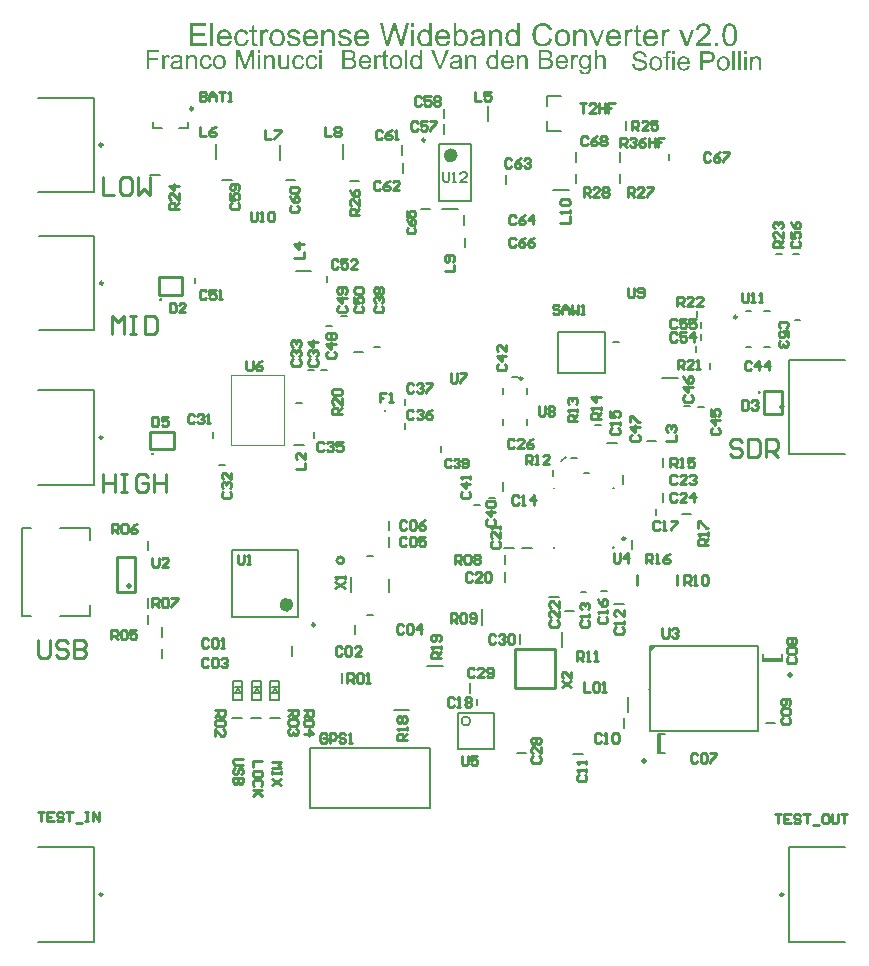
<source format=gbr>
%TF.GenerationSoftware,Altium Limited,Altium Designer,20.2.4 (192)*%
G04 Layer_Color=65535*
%FSLAX25Y25*%
%MOIN*%
%TF.SameCoordinates,DD73C85C-3220-4851-94E8-9B28512026BA*%
%TF.FilePolarity,Positive*%
%TF.FileFunction,Legend,Top*%
%TF.Part,Single*%
G01*
G75*
%TA.AperFunction,NonConductor*%
%ADD123C,0.02362*%
%ADD124C,0.00984*%
%ADD125C,0.00500*%
%ADD126C,0.01000*%
%TA.AperFunction,OtherPad,Pad U2-7 (334.251mil,2011.375mil)*%
%ADD127C,0.01968*%
%TA.AperFunction,OtherPad,Pad C08-0 (2539.37mil,1716.1mil)*%
%ADD128C,0.01968*%
%TA.AperFunction,OtherPad,Pad C07-0 (2051.181mil,1428.698mil)*%
%ADD129C,0.01968*%
%TA.AperFunction,NonConductor*%
%ADD130C,0.00787*%
%ADD131C,0.00591*%
%ADD132C,0.01002*%
%ADD133C,0.00394*%
%ADD134R,0.00984X0.00984*%
G36*
X128529Y387750D02*
X127599D01*
Y388820D01*
X128529D01*
Y387750D01*
D02*
G37*
G36*
X171717Y388946D02*
X171813Y388938D01*
X171923Y388924D01*
X172049Y388901D01*
X172189Y388879D01*
X172329Y388850D01*
X172484Y388813D01*
X172647Y388761D01*
X172802Y388709D01*
X172964Y388643D01*
X173126Y388562D01*
X173281Y388473D01*
X173429Y388370D01*
X173436Y388363D01*
X173466Y388340D01*
X173503Y388311D01*
X173555Y388267D01*
X173621Y388208D01*
X173687Y388134D01*
X173768Y388045D01*
X173857Y387949D01*
X173946Y387839D01*
X174034Y387721D01*
X174123Y387588D01*
X174211Y387440D01*
X174300Y387285D01*
X174381Y387115D01*
X174447Y386938D01*
X174514Y386746D01*
X173525Y386518D01*
Y386525D01*
X173510Y386555D01*
X173495Y386599D01*
X173473Y386650D01*
X173451Y386717D01*
X173414Y386798D01*
X173377Y386879D01*
X173333Y386975D01*
X173222Y387167D01*
X173090Y387366D01*
X172934Y387551D01*
X172846Y387639D01*
X172757Y387713D01*
X172750Y387721D01*
X172735Y387728D01*
X172706Y387750D01*
X172669Y387772D01*
X172617Y387802D01*
X172558Y387831D01*
X172492Y387868D01*
X172411Y387905D01*
X172329Y387942D01*
X172233Y387979D01*
X172130Y388008D01*
X172019Y388038D01*
X171776Y388082D01*
X171643Y388090D01*
X171503Y388097D01*
X171422D01*
X171355Y388090D01*
X171281Y388082D01*
X171193Y388075D01*
X171097Y388060D01*
X170994Y388045D01*
X170757Y387994D01*
X170639Y387964D01*
X170514Y387920D01*
X170396Y387868D01*
X170270Y387817D01*
X170152Y387750D01*
X170042Y387676D01*
X170034Y387669D01*
X170019Y387654D01*
X169990Y387632D01*
X169946Y387602D01*
X169901Y387558D01*
X169842Y387507D01*
X169783Y387448D01*
X169724Y387381D01*
X169650Y387300D01*
X169584Y387219D01*
X169518Y387123D01*
X169451Y387019D01*
X169385Y386916D01*
X169326Y386798D01*
X169274Y386680D01*
X169222Y386547D01*
Y386540D01*
X169215Y386518D01*
X169200Y386481D01*
X169185Y386429D01*
X169171Y386363D01*
X169149Y386289D01*
X169126Y386200D01*
X169104Y386104D01*
X169082Y386001D01*
X169060Y385883D01*
X169023Y385639D01*
X168994Y385374D01*
X168986Y385101D01*
Y385093D01*
Y385056D01*
Y385005D01*
X168994Y384938D01*
Y384857D01*
X169001Y384754D01*
X169008Y384650D01*
X169023Y384525D01*
X169038Y384400D01*
X169053Y384267D01*
X169104Y383979D01*
X169171Y383691D01*
X169267Y383411D01*
Y383403D01*
X169281Y383381D01*
X169296Y383344D01*
X169318Y383293D01*
X169348Y383233D01*
X169385Y383167D01*
X169481Y383012D01*
X169606Y382835D01*
X169754Y382658D01*
X169931Y382488D01*
X170034Y382414D01*
X170138Y382341D01*
X170145Y382333D01*
X170167Y382326D01*
X170197Y382311D01*
X170241Y382289D01*
X170292Y382259D01*
X170359Y382230D01*
X170433Y382200D01*
X170521Y382163D01*
X170610Y382134D01*
X170713Y382097D01*
X170927Y382045D01*
X171171Y382001D01*
X171296Y381994D01*
X171422Y381986D01*
X171503D01*
X171562Y381994D01*
X171636Y382001D01*
X171717Y382008D01*
X171813Y382023D01*
X171916Y382045D01*
X172137Y382104D01*
X172256Y382141D01*
X172381Y382186D01*
X172499Y382245D01*
X172617Y382311D01*
X172735Y382385D01*
X172846Y382466D01*
X172853Y382473D01*
X172868Y382488D01*
X172905Y382518D01*
X172942Y382555D01*
X172986Y382606D01*
X173045Y382673D01*
X173104Y382747D01*
X173163Y382828D01*
X173230Y382924D01*
X173296Y383034D01*
X173363Y383152D01*
X173429Y383278D01*
X173488Y383418D01*
X173540Y383573D01*
X173591Y383735D01*
X173636Y383905D01*
X174639Y383654D01*
Y383639D01*
X174625Y383602D01*
X174602Y383536D01*
X174580Y383455D01*
X174543Y383352D01*
X174499Y383233D01*
X174440Y383101D01*
X174381Y382961D01*
X174307Y382805D01*
X174226Y382650D01*
X174130Y382495D01*
X174027Y382341D01*
X173909Y382186D01*
X173791Y382038D01*
X173650Y381898D01*
X173503Y381772D01*
X173495Y381765D01*
X173466Y381743D01*
X173422Y381713D01*
X173355Y381669D01*
X173274Y381625D01*
X173178Y381573D01*
X173067Y381514D01*
X172949Y381455D01*
X172809Y381388D01*
X172654Y381337D01*
X172492Y381278D01*
X172315Y381234D01*
X172123Y381189D01*
X171931Y381160D01*
X171717Y381138D01*
X171503Y381130D01*
X171385D01*
X171296Y381138D01*
X171193Y381145D01*
X171075Y381160D01*
X170942Y381174D01*
X170794Y381189D01*
X170639Y381219D01*
X170477Y381248D01*
X170315Y381293D01*
X170145Y381337D01*
X169983Y381396D01*
X169813Y381462D01*
X169658Y381536D01*
X169510Y381625D01*
X169503Y381632D01*
X169481Y381647D01*
X169436Y381676D01*
X169385Y381721D01*
X169318Y381765D01*
X169252Y381831D01*
X169171Y381905D01*
X169082Y381994D01*
X168986Y382090D01*
X168890Y382193D01*
X168794Y382311D01*
X168698Y382444D01*
X168610Y382584D01*
X168514Y382732D01*
X168433Y382894D01*
X168352Y383064D01*
X168344Y383079D01*
X168337Y383108D01*
X168315Y383160D01*
X168292Y383226D01*
X168263Y383315D01*
X168226Y383418D01*
X168189Y383536D01*
X168152Y383669D01*
X168115Y383817D01*
X168078Y383972D01*
X168049Y384141D01*
X168012Y384318D01*
X167990Y384503D01*
X167968Y384695D01*
X167960Y384894D01*
X167953Y385093D01*
Y385108D01*
Y385145D01*
Y385211D01*
X167960Y385293D01*
X167968Y385396D01*
X167975Y385514D01*
X167990Y385647D01*
X168012Y385794D01*
X168034Y385949D01*
X168064Y386112D01*
X168101Y386289D01*
X168145Y386459D01*
X168197Y386636D01*
X168256Y386813D01*
X168322Y386983D01*
X168403Y387152D01*
X168411Y387160D01*
X168425Y387189D01*
X168447Y387241D01*
X168484Y387300D01*
X168536Y387374D01*
X168588Y387455D01*
X168654Y387551D01*
X168735Y387654D01*
X168816Y387757D01*
X168912Y387868D01*
X169023Y387979D01*
X169134Y388090D01*
X169259Y388200D01*
X169392Y388304D01*
X169532Y388407D01*
X169687Y388495D01*
X169695Y388503D01*
X169724Y388518D01*
X169769Y388540D01*
X169835Y388569D01*
X169909Y388599D01*
X170005Y388643D01*
X170108Y388680D01*
X170234Y388724D01*
X170359Y388769D01*
X170499Y388805D01*
X170654Y388850D01*
X170817Y388879D01*
X170986Y388909D01*
X171156Y388931D01*
X171341Y388946D01*
X171525Y388953D01*
X171636D01*
X171717Y388946D01*
D02*
G37*
G36*
X163724Y381256D02*
X162861D01*
Y381935D01*
X162854Y381927D01*
X162839Y381898D01*
X162809Y381861D01*
X162765Y381809D01*
X162706Y381750D01*
X162639Y381684D01*
X162566Y381610D01*
X162470Y381536D01*
X162374Y381455D01*
X162256Y381388D01*
X162130Y381315D01*
X161990Y381256D01*
X161842Y381204D01*
X161680Y381167D01*
X161510Y381138D01*
X161326Y381130D01*
X161259D01*
X161215Y381138D01*
X161156Y381145D01*
X161090Y381152D01*
X161016Y381160D01*
X160927Y381174D01*
X160743Y381219D01*
X160536Y381285D01*
X160433Y381322D01*
X160329Y381374D01*
X160219Y381425D01*
X160116Y381492D01*
X160108Y381499D01*
X160093Y381507D01*
X160064Y381529D01*
X160027Y381558D01*
X159983Y381595D01*
X159924Y381639D01*
X159865Y381691D01*
X159806Y381750D01*
X159739Y381824D01*
X159665Y381898D01*
X159525Y382067D01*
X159392Y382267D01*
X159267Y382495D01*
Y382503D01*
X159252Y382525D01*
X159237Y382562D01*
X159222Y382614D01*
X159200Y382673D01*
X159171Y382747D01*
X159149Y382828D01*
X159119Y382924D01*
X159090Y383034D01*
X159067Y383145D01*
X159038Y383270D01*
X159016Y383396D01*
X158986Y383684D01*
X158972Y383986D01*
Y383994D01*
Y384023D01*
Y384068D01*
X158979Y384126D01*
Y384200D01*
X158986Y384281D01*
X158994Y384377D01*
X159009Y384481D01*
X159023Y384591D01*
X159038Y384717D01*
X159090Y384968D01*
X159156Y385226D01*
X159245Y385477D01*
Y385484D01*
X159259Y385507D01*
X159274Y385543D01*
X159296Y385588D01*
X159326Y385647D01*
X159363Y385706D01*
X159451Y385861D01*
X159562Y386023D01*
X159702Y386193D01*
X159872Y386355D01*
X159968Y386437D01*
X160064Y386503D01*
X160071Y386510D01*
X160086Y386518D01*
X160116Y386540D01*
X160160Y386562D01*
X160211Y386584D01*
X160271Y386621D01*
X160344Y386650D01*
X160418Y386687D01*
X160507Y386717D01*
X160603Y386754D01*
X160809Y386806D01*
X161038Y386850D01*
X161156Y386857D01*
X161282Y386864D01*
X161363D01*
X161407Y386857D01*
X161459D01*
X161577Y386835D01*
X161717Y386813D01*
X161864Y386776D01*
X162012Y386724D01*
X162160Y386650D01*
X162167D01*
X162174Y386643D01*
X162197Y386628D01*
X162226Y386614D01*
X162300Y386569D01*
X162389Y386503D01*
X162485Y386429D01*
X162595Y386333D01*
X162698Y386230D01*
X162794Y386112D01*
Y388820D01*
X163724D01*
Y381256D01*
D02*
G37*
G36*
X134352D02*
X133488D01*
Y381935D01*
X133481Y381927D01*
X133466Y381898D01*
X133437Y381861D01*
X133393Y381809D01*
X133334Y381750D01*
X133267Y381684D01*
X133193Y381610D01*
X133097Y381536D01*
X133001Y381455D01*
X132883Y381388D01*
X132758Y381315D01*
X132618Y381256D01*
X132470Y381204D01*
X132308Y381167D01*
X132138Y381138D01*
X131953Y381130D01*
X131887D01*
X131843Y381138D01*
X131784Y381145D01*
X131717Y381152D01*
X131643Y381160D01*
X131555Y381174D01*
X131370Y381219D01*
X131164Y381285D01*
X131060Y381322D01*
X130957Y381374D01*
X130846Y381425D01*
X130743Y381492D01*
X130736Y381499D01*
X130721Y381507D01*
X130691Y381529D01*
X130655Y381558D01*
X130610Y381595D01*
X130551Y381639D01*
X130492Y381691D01*
X130433Y381750D01*
X130367Y381824D01*
X130293Y381898D01*
X130153Y382067D01*
X130020Y382267D01*
X129894Y382495D01*
Y382503D01*
X129880Y382525D01*
X129865Y382562D01*
X129850Y382614D01*
X129828Y382673D01*
X129798Y382747D01*
X129776Y382828D01*
X129747Y382924D01*
X129717Y383034D01*
X129695Y383145D01*
X129666Y383270D01*
X129643Y383396D01*
X129614Y383684D01*
X129599Y383986D01*
Y383994D01*
Y384023D01*
Y384068D01*
X129607Y384126D01*
Y384200D01*
X129614Y384281D01*
X129621Y384377D01*
X129636Y384481D01*
X129651Y384591D01*
X129666Y384717D01*
X129717Y384968D01*
X129784Y385226D01*
X129872Y385477D01*
Y385484D01*
X129887Y385507D01*
X129902Y385543D01*
X129924Y385588D01*
X129953Y385647D01*
X129990Y385706D01*
X130079Y385861D01*
X130190Y386023D01*
X130330Y386193D01*
X130499Y386355D01*
X130596Y386437D01*
X130691Y386503D01*
X130699Y386510D01*
X130714Y386518D01*
X130743Y386540D01*
X130787Y386562D01*
X130839Y386584D01*
X130898Y386621D01*
X130972Y386650D01*
X131046Y386687D01*
X131134Y386717D01*
X131230Y386754D01*
X131437Y386806D01*
X131666Y386850D01*
X131784Y386857D01*
X131909Y386864D01*
X131990D01*
X132035Y386857D01*
X132086D01*
X132204Y386835D01*
X132344Y386813D01*
X132492Y386776D01*
X132640Y386724D01*
X132787Y386650D01*
X132795D01*
X132802Y386643D01*
X132824Y386628D01*
X132854Y386614D01*
X132928Y386569D01*
X133016Y386503D01*
X133112Y386429D01*
X133223Y386333D01*
X133326Y386230D01*
X133422Y386112D01*
Y388820D01*
X134352D01*
Y381256D01*
D02*
G37*
G36*
X184329Y386857D02*
X184381D01*
X184506Y386842D01*
X184647Y386820D01*
X184794Y386783D01*
X184957Y386739D01*
X185111Y386680D01*
X185119D01*
X185126Y386673D01*
X185148Y386665D01*
X185178Y386650D01*
X185252Y386606D01*
X185348Y386555D01*
X185444Y386488D01*
X185547Y386407D01*
X185643Y386318D01*
X185731Y386215D01*
X185739Y386200D01*
X185768Y386163D01*
X185805Y386104D01*
X185849Y386023D01*
X185894Y385920D01*
X185945Y385802D01*
X185990Y385676D01*
X186027Y385529D01*
Y385514D01*
X186034Y385477D01*
X186041Y385411D01*
X186049Y385366D01*
X186056Y385322D01*
Y385263D01*
X186064Y385197D01*
Y385123D01*
X186071Y385034D01*
Y384946D01*
X186078Y384850D01*
Y384739D01*
Y384621D01*
Y381256D01*
X185148D01*
Y384591D01*
Y384599D01*
Y384614D01*
Y384643D01*
Y384687D01*
Y384732D01*
X185141Y384783D01*
X185134Y384909D01*
X185119Y385049D01*
X185104Y385189D01*
X185075Y385322D01*
X185038Y385440D01*
X185030Y385455D01*
X185016Y385484D01*
X184986Y385536D01*
X184949Y385602D01*
X184897Y385676D01*
X184831Y385750D01*
X184750Y385824D01*
X184654Y385890D01*
X184639Y385898D01*
X184602Y385920D01*
X184551Y385942D01*
X184469Y385979D01*
X184373Y386008D01*
X184263Y386031D01*
X184137Y386053D01*
X184004Y386060D01*
X183946D01*
X183909Y386053D01*
X183857Y386045D01*
X183798Y386038D01*
X183658Y386016D01*
X183495Y385964D01*
X183326Y385898D01*
X183237Y385853D01*
X183156Y385802D01*
X183067Y385743D01*
X182986Y385676D01*
X182979Y385669D01*
X182971Y385662D01*
X182949Y385632D01*
X182920Y385602D01*
X182890Y385558D01*
X182853Y385499D01*
X182809Y385433D01*
X182772Y385359D01*
X182735Y385270D01*
X182691Y385167D01*
X182654Y385049D01*
X182624Y384916D01*
X182595Y384776D01*
X182580Y384614D01*
X182565Y384444D01*
X182558Y384252D01*
Y381256D01*
X181628D01*
Y386739D01*
X182462D01*
Y385957D01*
X182469Y385964D01*
X182492Y385994D01*
X182528Y386038D01*
X182573Y386097D01*
X182639Y386171D01*
X182713Y386245D01*
X182802Y386326D01*
X182905Y386414D01*
X183023Y386495D01*
X183149Y386577D01*
X183296Y386658D01*
X183451Y386724D01*
X183621Y386783D01*
X183798Y386828D01*
X183997Y386857D01*
X184204Y386864D01*
X184285D01*
X184329Y386857D01*
D02*
G37*
G36*
X156138D02*
X156189D01*
X156315Y386842D01*
X156455Y386820D01*
X156603Y386783D01*
X156765Y386739D01*
X156920Y386680D01*
X156927D01*
X156935Y386673D01*
X156957Y386665D01*
X156986Y386650D01*
X157060Y386606D01*
X157156Y386555D01*
X157252Y386488D01*
X157355Y386407D01*
X157451Y386318D01*
X157540Y386215D01*
X157547Y386200D01*
X157577Y386163D01*
X157614Y386104D01*
X157658Y386023D01*
X157702Y385920D01*
X157754Y385802D01*
X157798Y385676D01*
X157835Y385529D01*
Y385514D01*
X157842Y385477D01*
X157850Y385411D01*
X157857Y385366D01*
X157865Y385322D01*
Y385263D01*
X157872Y385197D01*
Y385123D01*
X157879Y385034D01*
Y384946D01*
X157887Y384850D01*
Y384739D01*
Y384621D01*
Y381256D01*
X156957D01*
Y384591D01*
Y384599D01*
Y384614D01*
Y384643D01*
Y384687D01*
Y384732D01*
X156949Y384783D01*
X156942Y384909D01*
X156927Y385049D01*
X156913Y385189D01*
X156883Y385322D01*
X156846Y385440D01*
X156839Y385455D01*
X156824Y385484D01*
X156795Y385536D01*
X156758Y385602D01*
X156706Y385676D01*
X156640Y385750D01*
X156558Y385824D01*
X156462Y385890D01*
X156448Y385898D01*
X156411Y385920D01*
X156359Y385942D01*
X156278Y385979D01*
X156182Y386008D01*
X156071Y386031D01*
X155946Y386053D01*
X155813Y386060D01*
X155754D01*
X155717Y386053D01*
X155665Y386045D01*
X155606Y386038D01*
X155466Y386016D01*
X155304Y385964D01*
X155134Y385898D01*
X155045Y385853D01*
X154964Y385802D01*
X154876Y385743D01*
X154795Y385676D01*
X154787Y385669D01*
X154780Y385662D01*
X154758Y385632D01*
X154728Y385602D01*
X154699Y385558D01*
X154662Y385499D01*
X154617Y385433D01*
X154580Y385359D01*
X154544Y385270D01*
X154499Y385167D01*
X154462Y385049D01*
X154433Y384916D01*
X154403Y384776D01*
X154389Y384614D01*
X154374Y384444D01*
X154367Y384252D01*
Y381256D01*
X153437D01*
Y386739D01*
X154271D01*
Y385957D01*
X154278Y385964D01*
X154300Y385994D01*
X154337Y386038D01*
X154381Y386097D01*
X154448Y386171D01*
X154521Y386245D01*
X154610Y386326D01*
X154713Y386414D01*
X154831Y386495D01*
X154957Y386577D01*
X155104Y386658D01*
X155259Y386724D01*
X155429Y386783D01*
X155606Y386828D01*
X155806Y386857D01*
X156012Y386864D01*
X156093D01*
X156138Y386857D01*
D02*
G37*
G36*
X100345D02*
X100397D01*
X100522Y386842D01*
X100662Y386820D01*
X100810Y386783D01*
X100972Y386739D01*
X101127Y386680D01*
X101135D01*
X101142Y386673D01*
X101164Y386665D01*
X101194Y386650D01*
X101267Y386606D01*
X101363Y386555D01*
X101459Y386488D01*
X101563Y386407D01*
X101658Y386318D01*
X101747Y386215D01*
X101754Y386200D01*
X101784Y386163D01*
X101821Y386104D01*
X101865Y386023D01*
X101909Y385920D01*
X101961Y385802D01*
X102005Y385676D01*
X102042Y385529D01*
Y385514D01*
X102050Y385477D01*
X102057Y385411D01*
X102064Y385366D01*
X102072Y385322D01*
Y385263D01*
X102079Y385197D01*
Y385123D01*
X102086Y385034D01*
Y384946D01*
X102094Y384850D01*
Y384739D01*
Y384621D01*
Y381256D01*
X101164D01*
Y384591D01*
Y384599D01*
Y384614D01*
Y384643D01*
Y384687D01*
Y384732D01*
X101157Y384783D01*
X101149Y384909D01*
X101135Y385049D01*
X101120Y385189D01*
X101090Y385322D01*
X101053Y385440D01*
X101046Y385455D01*
X101031Y385484D01*
X101002Y385536D01*
X100965Y385602D01*
X100913Y385676D01*
X100847Y385750D01*
X100766Y385824D01*
X100670Y385890D01*
X100655Y385898D01*
X100618Y385920D01*
X100566Y385942D01*
X100485Y385979D01*
X100389Y386008D01*
X100278Y386031D01*
X100153Y386053D01*
X100020Y386060D01*
X99961D01*
X99924Y386053D01*
X99872Y386045D01*
X99813Y386038D01*
X99673Y386016D01*
X99511Y385964D01*
X99341Y385898D01*
X99253Y385853D01*
X99171Y385802D01*
X99083Y385743D01*
X99002Y385676D01*
X98994Y385669D01*
X98987Y385662D01*
X98965Y385632D01*
X98935Y385602D01*
X98906Y385558D01*
X98869Y385499D01*
X98825Y385433D01*
X98788Y385359D01*
X98751Y385270D01*
X98707Y385167D01*
X98670Y385049D01*
X98640Y384916D01*
X98611Y384776D01*
X98596Y384614D01*
X98581Y384444D01*
X98574Y384252D01*
Y381256D01*
X97644D01*
Y386739D01*
X98478D01*
Y385957D01*
X98485Y385964D01*
X98507Y385994D01*
X98544Y386038D01*
X98588Y386097D01*
X98655Y386171D01*
X98729Y386245D01*
X98817Y386326D01*
X98921Y386414D01*
X99039Y386495D01*
X99164Y386577D01*
X99312Y386658D01*
X99467Y386724D01*
X99636Y386783D01*
X99813Y386828D01*
X100013Y386857D01*
X100219Y386864D01*
X100301D01*
X100345Y386857D01*
D02*
G37*
G36*
X213089D02*
X213133D01*
X213185Y386850D01*
X213303Y386828D01*
X213451Y386791D01*
X213613Y386739D01*
X213783Y386665D01*
X213967Y386562D01*
X213635Y385699D01*
X213620Y385706D01*
X213576Y385728D01*
X213510Y385765D01*
X213421Y385802D01*
X213318Y385839D01*
X213207Y385876D01*
X213082Y385898D01*
X212956Y385905D01*
X212905D01*
X212846Y385898D01*
X212772Y385883D01*
X212691Y385861D01*
X212602Y385824D01*
X212506Y385780D01*
X212410Y385721D01*
X212403Y385713D01*
X212373Y385684D01*
X212329Y385647D01*
X212277Y385588D01*
X212218Y385514D01*
X212159Y385425D01*
X212108Y385329D01*
X212063Y385211D01*
Y385204D01*
X212056Y385189D01*
X212049Y385160D01*
X212041Y385123D01*
X212026Y385079D01*
X212019Y385027D01*
X212004Y384960D01*
X211989Y384894D01*
X211960Y384732D01*
X211938Y384547D01*
X211923Y384341D01*
X211916Y384126D01*
Y381256D01*
X210986D01*
Y386739D01*
X211820D01*
Y385905D01*
X211827Y385912D01*
X211835Y385927D01*
X211849Y385957D01*
X211871Y386001D01*
X211901Y386045D01*
X211938Y386097D01*
X212012Y386222D01*
X212100Y386348D01*
X212204Y386473D01*
X212307Y386584D01*
X212358Y386636D01*
X212410Y386673D01*
X212425Y386680D01*
X212462Y386702D01*
X212513Y386732D01*
X212587Y386769D01*
X212676Y386806D01*
X212779Y386835D01*
X212890Y386857D01*
X213008Y386864D01*
X213052D01*
X213089Y386857D01*
D02*
G37*
G36*
X200757D02*
X200801D01*
X200853Y386850D01*
X200971Y386828D01*
X201119Y386791D01*
X201281Y386739D01*
X201451Y386665D01*
X201635Y386562D01*
X201303Y385699D01*
X201289Y385706D01*
X201244Y385728D01*
X201178Y385765D01*
X201089Y385802D01*
X200986Y385839D01*
X200875Y385876D01*
X200750Y385898D01*
X200624Y385905D01*
X200573D01*
X200514Y385898D01*
X200440Y385883D01*
X200359Y385861D01*
X200270Y385824D01*
X200174Y385780D01*
X200078Y385721D01*
X200071Y385713D01*
X200041Y385684D01*
X199997Y385647D01*
X199945Y385588D01*
X199886Y385514D01*
X199827Y385425D01*
X199776Y385329D01*
X199731Y385211D01*
Y385204D01*
X199724Y385189D01*
X199717Y385160D01*
X199709Y385123D01*
X199694Y385079D01*
X199687Y385027D01*
X199672Y384960D01*
X199657Y384894D01*
X199628Y384732D01*
X199606Y384547D01*
X199591Y384341D01*
X199584Y384126D01*
Y381256D01*
X198654D01*
Y386739D01*
X199488D01*
Y385905D01*
X199495Y385912D01*
X199503Y385927D01*
X199517Y385957D01*
X199539Y386001D01*
X199569Y386045D01*
X199606Y386097D01*
X199680Y386222D01*
X199768Y386348D01*
X199872Y386473D01*
X199975Y386584D01*
X200026Y386636D01*
X200078Y386673D01*
X200093Y386680D01*
X200130Y386702D01*
X200182Y386732D01*
X200255Y386769D01*
X200344Y386806D01*
X200447Y386835D01*
X200558Y386857D01*
X200676Y386864D01*
X200720D01*
X200757Y386857D01*
D02*
G37*
G36*
X79186D02*
X79231D01*
X79282Y386850D01*
X79400Y386828D01*
X79548Y386791D01*
X79710Y386739D01*
X79880Y386665D01*
X80065Y386562D01*
X79733Y385699D01*
X79718Y385706D01*
X79673Y385728D01*
X79607Y385765D01*
X79519Y385802D01*
X79415Y385839D01*
X79304Y385876D01*
X79179Y385898D01*
X79054Y385905D01*
X79002D01*
X78943Y385898D01*
X78869Y385883D01*
X78788Y385861D01*
X78699Y385824D01*
X78603Y385780D01*
X78507Y385721D01*
X78500Y385713D01*
X78470Y385684D01*
X78426Y385647D01*
X78375Y385588D01*
X78316Y385514D01*
X78256Y385425D01*
X78205Y385329D01*
X78161Y385211D01*
Y385204D01*
X78153Y385189D01*
X78146Y385160D01*
X78138Y385123D01*
X78124Y385079D01*
X78116Y385027D01*
X78101Y384960D01*
X78087Y384894D01*
X78057Y384732D01*
X78035Y384547D01*
X78020Y384341D01*
X78013Y384126D01*
Y381256D01*
X77083D01*
Y386739D01*
X77917D01*
Y385905D01*
X77924Y385912D01*
X77932Y385927D01*
X77947Y385957D01*
X77969Y386001D01*
X77998Y386045D01*
X78035Y386097D01*
X78109Y386222D01*
X78197Y386348D01*
X78301Y386473D01*
X78404Y386584D01*
X78456Y386636D01*
X78507Y386673D01*
X78522Y386680D01*
X78559Y386702D01*
X78611Y386732D01*
X78685Y386769D01*
X78773Y386806D01*
X78876Y386835D01*
X78987Y386857D01*
X79105Y386864D01*
X79150D01*
X79186Y386857D01*
D02*
G37*
G36*
X105481D02*
X105548D01*
X105622Y386850D01*
X105703Y386842D01*
X105880Y386820D01*
X106064Y386783D01*
X106264Y386739D01*
X106448Y386673D01*
X106456D01*
X106470Y386665D01*
X106492Y386650D01*
X106529Y386636D01*
X106618Y386599D01*
X106721Y386540D01*
X106839Y386466D01*
X106965Y386385D01*
X107075Y386281D01*
X107171Y386171D01*
X107179Y386156D01*
X107208Y386112D01*
X107253Y386045D01*
X107304Y385949D01*
X107356Y385824D01*
X107407Y385684D01*
X107459Y385514D01*
X107496Y385329D01*
X106588Y385204D01*
Y385211D01*
Y385226D01*
X106581Y385248D01*
X106574Y385270D01*
X106551Y385352D01*
X106522Y385448D01*
X106470Y385551D01*
X106411Y385662D01*
X106330Y385765D01*
X106227Y385861D01*
X106212Y385868D01*
X106175Y385898D01*
X106101Y385935D01*
X106013Y385986D01*
X105895Y386031D01*
X105747Y386068D01*
X105577Y386097D01*
X105385Y386104D01*
X105282D01*
X105230Y386097D01*
X105171D01*
X105031Y386075D01*
X104884Y386053D01*
X104736Y386016D01*
X104596Y385964D01*
X104537Y385927D01*
X104478Y385890D01*
X104463Y385883D01*
X104433Y385853D01*
X104389Y385809D01*
X104345Y385750D01*
X104293Y385676D01*
X104249Y385588D01*
X104219Y385492D01*
X104205Y385388D01*
Y385381D01*
Y385359D01*
X104212Y385322D01*
X104219Y385285D01*
X104234Y385233D01*
X104249Y385174D01*
X104278Y385123D01*
X104315Y385064D01*
X104323Y385056D01*
X104337Y385042D01*
X104367Y385012D01*
X104404Y384975D01*
X104448Y384938D01*
X104515Y384894D01*
X104581Y384857D01*
X104669Y384813D01*
X104677D01*
X104699Y384805D01*
X104751Y384783D01*
X104780Y384776D01*
X104824Y384761D01*
X104876Y384746D01*
X104928Y384732D01*
X105002Y384717D01*
X105075Y384695D01*
X105164Y384665D01*
X105260Y384643D01*
X105371Y384614D01*
X105489Y384577D01*
X105503D01*
X105533Y384562D01*
X105585Y384555D01*
X105651Y384532D01*
X105732Y384510D01*
X105821Y384481D01*
X105924Y384451D01*
X106035Y384422D01*
X106256Y384355D01*
X106485Y384281D01*
X106596Y384245D01*
X106692Y384208D01*
X106780Y384171D01*
X106861Y384141D01*
X106869D01*
X106876Y384134D01*
X106898Y384126D01*
X106928Y384112D01*
X106994Y384075D01*
X107083Y384023D01*
X107186Y383949D01*
X107282Y383868D01*
X107385Y383772D01*
X107474Y383654D01*
X107481Y383639D01*
X107511Y383595D01*
X107548Y383529D01*
X107592Y383440D01*
X107629Y383322D01*
X107666Y383189D01*
X107695Y383034D01*
X107703Y382864D01*
Y382857D01*
Y382842D01*
Y382820D01*
X107695Y382783D01*
Y382747D01*
X107688Y382695D01*
X107666Y382584D01*
X107636Y382444D01*
X107585Y382296D01*
X107518Y382141D01*
X107430Y381986D01*
Y381979D01*
X107415Y381972D01*
X107400Y381949D01*
X107378Y381920D01*
X107319Y381846D01*
X107230Y381750D01*
X107120Y381647D01*
X106987Y381543D01*
X106825Y381440D01*
X106647Y381352D01*
X106640D01*
X106625Y381344D01*
X106596Y381329D01*
X106559Y381315D01*
X106507Y381300D01*
X106456Y381285D01*
X106389Y381263D01*
X106315Y381241D01*
X106227Y381219D01*
X106138Y381204D01*
X105946Y381167D01*
X105725Y381138D01*
X105489Y381130D01*
X105385D01*
X105312Y381138D01*
X105223Y381145D01*
X105120Y381152D01*
X105009Y381167D01*
X104884Y381189D01*
X104618Y381241D01*
X104485Y381278D01*
X104352Y381315D01*
X104219Y381366D01*
X104086Y381425D01*
X103968Y381492D01*
X103858Y381573D01*
X103850Y381580D01*
X103836Y381595D01*
X103806Y381617D01*
X103769Y381654D01*
X103725Y381706D01*
X103673Y381757D01*
X103614Y381824D01*
X103562Y381905D01*
X103496Y381994D01*
X103437Y382090D01*
X103378Y382193D01*
X103319Y382311D01*
X103267Y382444D01*
X103223Y382584D01*
X103179Y382732D01*
X103149Y382887D01*
X104064Y383034D01*
Y383027D01*
X104072Y383012D01*
Y382983D01*
X104079Y382946D01*
X104094Y382894D01*
X104109Y382842D01*
X104146Y382717D01*
X104205Y382577D01*
X104278Y382436D01*
X104374Y382304D01*
X104492Y382178D01*
X104500D01*
X104507Y382163D01*
X104529Y382149D01*
X104559Y382134D01*
X104596Y382112D01*
X104640Y382090D01*
X104692Y382060D01*
X104751Y382038D01*
X104817Y382008D01*
X104891Y381979D01*
X105061Y381935D01*
X105260Y381905D01*
X105481Y381890D01*
X105540D01*
X105585Y381898D01*
X105636D01*
X105703Y381905D01*
X105843Y381920D01*
X105998Y381957D01*
X106153Y382001D01*
X106300Y382060D01*
X106374Y382104D01*
X106433Y382149D01*
X106441D01*
X106448Y382163D01*
X106485Y382193D01*
X106537Y382252D01*
X106596Y382326D01*
X106647Y382414D01*
X106699Y382518D01*
X106736Y382636D01*
X106751Y382695D01*
Y382761D01*
Y382769D01*
Y382776D01*
X106743Y382813D01*
X106736Y382872D01*
X106714Y382946D01*
X106684Y383027D01*
X106633Y383108D01*
X106566Y383189D01*
X106470Y383263D01*
X106463Y383270D01*
X106426Y383285D01*
X106404Y383300D01*
X106367Y383315D01*
X106330Y383330D01*
X106278Y383352D01*
X106219Y383374D01*
X106153Y383396D01*
X106079Y383425D01*
X105991Y383448D01*
X105887Y383477D01*
X105777Y383514D01*
X105651Y383543D01*
X105518Y383580D01*
X105503D01*
X105474Y383595D01*
X105422Y383602D01*
X105356Y383625D01*
X105267Y383647D01*
X105179Y383669D01*
X105068Y383699D01*
X104957Y383735D01*
X104729Y383802D01*
X104492Y383876D01*
X104382Y383912D01*
X104278Y383949D01*
X104183Y383986D01*
X104101Y384023D01*
X104094D01*
X104086Y384031D01*
X104064Y384045D01*
X104035Y384060D01*
X103968Y384104D01*
X103880Y384163D01*
X103784Y384237D01*
X103688Y384326D01*
X103592Y384429D01*
X103504Y384547D01*
Y384555D01*
X103496Y384562D01*
X103474Y384606D01*
X103437Y384673D01*
X103408Y384761D01*
X103371Y384872D01*
X103334Y384997D01*
X103312Y385130D01*
X103304Y385278D01*
Y385285D01*
Y385293D01*
Y385315D01*
Y385344D01*
X103312Y385411D01*
X103326Y385499D01*
X103341Y385602D01*
X103371Y385721D01*
X103415Y385839D01*
X103467Y385957D01*
Y385964D01*
X103474Y385971D01*
X103496Y386008D01*
X103533Y386068D01*
X103585Y386141D01*
X103651Y386222D01*
X103732Y386311D01*
X103821Y386400D01*
X103924Y386481D01*
X103931Y386488D01*
X103968Y386510D01*
X104013Y386532D01*
X104079Y386569D01*
X104168Y386614D01*
X104264Y386658D01*
X104382Y386702D01*
X104515Y386746D01*
X104522D01*
X104529Y386754D01*
X104551Y386761D01*
X104581Y386769D01*
X104655Y386783D01*
X104758Y386806D01*
X104876Y386828D01*
X105016Y386850D01*
X105164Y386857D01*
X105319Y386864D01*
X105430D01*
X105481Y386857D01*
D02*
G37*
G36*
X88448D02*
X88515D01*
X88589Y386850D01*
X88670Y386842D01*
X88847Y386820D01*
X89031Y386783D01*
X89231Y386739D01*
X89415Y386673D01*
X89423D01*
X89437Y386665D01*
X89459Y386650D01*
X89496Y386636D01*
X89585Y386599D01*
X89688Y386540D01*
X89806Y386466D01*
X89932Y386385D01*
X90042Y386281D01*
X90138Y386171D01*
X90146Y386156D01*
X90175Y386112D01*
X90219Y386045D01*
X90271Y385949D01*
X90323Y385824D01*
X90374Y385684D01*
X90426Y385514D01*
X90463Y385329D01*
X89555Y385204D01*
Y385211D01*
Y385226D01*
X89548Y385248D01*
X89540Y385270D01*
X89518Y385352D01*
X89489Y385448D01*
X89437Y385551D01*
X89378Y385662D01*
X89297Y385765D01*
X89194Y385861D01*
X89179Y385868D01*
X89142Y385898D01*
X89068Y385935D01*
X88980Y385986D01*
X88862Y386031D01*
X88714Y386068D01*
X88544Y386097D01*
X88352Y386104D01*
X88249D01*
X88197Y386097D01*
X88138D01*
X87998Y386075D01*
X87850Y386053D01*
X87703Y386016D01*
X87563Y385964D01*
X87504Y385927D01*
X87445Y385890D01*
X87430Y385883D01*
X87400Y385853D01*
X87356Y385809D01*
X87312Y385750D01*
X87260Y385676D01*
X87216Y385588D01*
X87186Y385492D01*
X87172Y385388D01*
Y385381D01*
Y385359D01*
X87179Y385322D01*
X87186Y385285D01*
X87201Y385233D01*
X87216Y385174D01*
X87245Y385123D01*
X87282Y385064D01*
X87290Y385056D01*
X87304Y385042D01*
X87334Y385012D01*
X87371Y384975D01*
X87415Y384938D01*
X87481Y384894D01*
X87548Y384857D01*
X87637Y384813D01*
X87644D01*
X87666Y384805D01*
X87718Y384783D01*
X87747Y384776D01*
X87792Y384761D01*
X87843Y384746D01*
X87895Y384732D01*
X87969Y384717D01*
X88042Y384695D01*
X88131Y384665D01*
X88227Y384643D01*
X88338Y384614D01*
X88456Y384577D01*
X88470D01*
X88500Y384562D01*
X88552Y384555D01*
X88618Y384532D01*
X88699Y384510D01*
X88788Y384481D01*
X88891Y384451D01*
X89002Y384422D01*
X89223Y384355D01*
X89452Y384281D01*
X89563Y384245D01*
X89659Y384208D01*
X89747Y384171D01*
X89828Y384141D01*
X89836D01*
X89843Y384134D01*
X89865Y384126D01*
X89895Y384112D01*
X89961Y384075D01*
X90050Y384023D01*
X90153Y383949D01*
X90249Y383868D01*
X90352Y383772D01*
X90441Y383654D01*
X90448Y383639D01*
X90478Y383595D01*
X90515Y383529D01*
X90559Y383440D01*
X90596Y383322D01*
X90633Y383189D01*
X90662Y383034D01*
X90670Y382864D01*
Y382857D01*
Y382842D01*
Y382820D01*
X90662Y382783D01*
Y382747D01*
X90655Y382695D01*
X90633Y382584D01*
X90603Y382444D01*
X90552Y382296D01*
X90485Y382141D01*
X90397Y381986D01*
Y381979D01*
X90382Y381972D01*
X90367Y381949D01*
X90345Y381920D01*
X90286Y381846D01*
X90197Y381750D01*
X90087Y381647D01*
X89954Y381543D01*
X89792Y381440D01*
X89614Y381352D01*
X89607D01*
X89592Y381344D01*
X89563Y381329D01*
X89526Y381315D01*
X89474Y381300D01*
X89423Y381285D01*
X89356Y381263D01*
X89282Y381241D01*
X89194Y381219D01*
X89105Y381204D01*
X88913Y381167D01*
X88692Y381138D01*
X88456Y381130D01*
X88352D01*
X88279Y381138D01*
X88190Y381145D01*
X88087Y381152D01*
X87976Y381167D01*
X87850Y381189D01*
X87585Y381241D01*
X87452Y381278D01*
X87319Y381315D01*
X87186Y381366D01*
X87054Y381425D01*
X86935Y381492D01*
X86825Y381573D01*
X86817Y381580D01*
X86803Y381595D01*
X86773Y381617D01*
X86736Y381654D01*
X86692Y381706D01*
X86640Y381757D01*
X86581Y381824D01*
X86529Y381905D01*
X86463Y381994D01*
X86404Y382090D01*
X86345Y382193D01*
X86286Y382311D01*
X86234Y382444D01*
X86190Y382584D01*
X86146Y382732D01*
X86116Y382887D01*
X87031Y383034D01*
Y383027D01*
X87039Y383012D01*
Y382983D01*
X87046Y382946D01*
X87061Y382894D01*
X87076Y382842D01*
X87112Y382717D01*
X87172Y382577D01*
X87245Y382436D01*
X87341Y382304D01*
X87459Y382178D01*
X87467D01*
X87474Y382163D01*
X87496Y382149D01*
X87526Y382134D01*
X87563Y382112D01*
X87607Y382090D01*
X87659Y382060D01*
X87718Y382038D01*
X87784Y382008D01*
X87858Y381979D01*
X88028Y381935D01*
X88227Y381905D01*
X88448Y381890D01*
X88507D01*
X88552Y381898D01*
X88603D01*
X88670Y381905D01*
X88810Y381920D01*
X88965Y381957D01*
X89120Y382001D01*
X89267Y382060D01*
X89341Y382104D01*
X89400Y382149D01*
X89408D01*
X89415Y382163D01*
X89452Y382193D01*
X89504Y382252D01*
X89563Y382326D01*
X89614Y382414D01*
X89666Y382518D01*
X89703Y382636D01*
X89718Y382695D01*
Y382761D01*
Y382769D01*
Y382776D01*
X89710Y382813D01*
X89703Y382872D01*
X89681Y382946D01*
X89651Y383027D01*
X89600Y383108D01*
X89533Y383189D01*
X89437Y383263D01*
X89430Y383270D01*
X89393Y383285D01*
X89371Y383300D01*
X89334Y383315D01*
X89297Y383330D01*
X89245Y383352D01*
X89186Y383374D01*
X89120Y383396D01*
X89046Y383425D01*
X88958Y383448D01*
X88854Y383477D01*
X88744Y383514D01*
X88618Y383543D01*
X88485Y383580D01*
X88470D01*
X88441Y383595D01*
X88389Y383602D01*
X88323Y383625D01*
X88234Y383647D01*
X88146Y383669D01*
X88035Y383699D01*
X87924Y383735D01*
X87695Y383802D01*
X87459Y383876D01*
X87349Y383912D01*
X87245Y383949D01*
X87149Y383986D01*
X87068Y384023D01*
X87061D01*
X87054Y384031D01*
X87031Y384045D01*
X87002Y384060D01*
X86935Y384104D01*
X86847Y384163D01*
X86751Y384237D01*
X86655Y384326D01*
X86559Y384429D01*
X86471Y384547D01*
Y384555D01*
X86463Y384562D01*
X86441Y384606D01*
X86404Y384673D01*
X86374Y384761D01*
X86338Y384872D01*
X86301Y384997D01*
X86279Y385130D01*
X86271Y385278D01*
Y385285D01*
Y385293D01*
Y385315D01*
Y385344D01*
X86279Y385411D01*
X86293Y385499D01*
X86308Y385602D01*
X86338Y385721D01*
X86382Y385839D01*
X86434Y385957D01*
Y385964D01*
X86441Y385971D01*
X86463Y386008D01*
X86500Y386068D01*
X86552Y386141D01*
X86618Y386222D01*
X86699Y386311D01*
X86788Y386400D01*
X86891Y386481D01*
X86898Y386488D01*
X86935Y386510D01*
X86980Y386532D01*
X87046Y386569D01*
X87135Y386614D01*
X87231Y386658D01*
X87349Y386702D01*
X87481Y386746D01*
X87489D01*
X87496Y386754D01*
X87518Y386761D01*
X87548Y386769D01*
X87622Y386783D01*
X87725Y386806D01*
X87843Y386828D01*
X87983Y386850D01*
X88131Y386857D01*
X88286Y386864D01*
X88397D01*
X88448Y386857D01*
D02*
G37*
G36*
X71231D02*
X71305Y386850D01*
X71393Y386842D01*
X71496Y386828D01*
X71600Y386806D01*
X71836Y386754D01*
X71954Y386717D01*
X72079Y386673D01*
X72198Y386621D01*
X72316Y386555D01*
X72434Y386488D01*
X72544Y386407D01*
X72552Y386400D01*
X72566Y386385D01*
X72596Y386363D01*
X72633Y386326D01*
X72685Y386274D01*
X72736Y386222D01*
X72788Y386156D01*
X72847Y386082D01*
X72913Y385994D01*
X72972Y385898D01*
X73032Y385794D01*
X73090Y385676D01*
X73150Y385558D01*
X73194Y385425D01*
X73238Y385278D01*
X73275Y385130D01*
X72375Y384990D01*
Y384997D01*
X72367Y385012D01*
X72360Y385042D01*
X72352Y385079D01*
X72330Y385130D01*
X72316Y385182D01*
X72264Y385300D01*
X72205Y385440D01*
X72124Y385573D01*
X72028Y385706D01*
X71910Y385824D01*
X71895Y385839D01*
X71851Y385868D01*
X71784Y385912D01*
X71688Y385964D01*
X71578Y386016D01*
X71437Y386060D01*
X71290Y386090D01*
X71120Y386104D01*
X71054D01*
X71002Y386097D01*
X70943Y386090D01*
X70876Y386075D01*
X70795Y386060D01*
X70714Y386038D01*
X70626Y386016D01*
X70530Y385979D01*
X70441Y385942D01*
X70345Y385890D01*
X70249Y385831D01*
X70153Y385765D01*
X70065Y385684D01*
X69976Y385595D01*
X69969Y385588D01*
X69954Y385573D01*
X69939Y385543D01*
X69910Y385499D01*
X69873Y385448D01*
X69836Y385381D01*
X69799Y385300D01*
X69762Y385211D01*
X69718Y385101D01*
X69681Y384983D01*
X69644Y384857D01*
X69607Y384710D01*
X69578Y384555D01*
X69563Y384385D01*
X69548Y384200D01*
X69541Y384001D01*
Y383986D01*
Y383949D01*
Y383898D01*
X69548Y383824D01*
X69555Y383728D01*
X69563Y383625D01*
X69578Y383507D01*
X69592Y383388D01*
X69644Y383123D01*
X69681Y382990D01*
X69718Y382857D01*
X69770Y382724D01*
X69821Y382606D01*
X69888Y382495D01*
X69961Y382392D01*
X69969Y382385D01*
X69984Y382370D01*
X70006Y382348D01*
X70035Y382311D01*
X70079Y382274D01*
X70131Y382237D01*
X70190Y382186D01*
X70257Y382141D01*
X70330Y382097D01*
X70419Y382053D01*
X70508Y382008D01*
X70604Y381972D01*
X70714Y381935D01*
X70825Y381912D01*
X70943Y381898D01*
X71068Y381890D01*
X71120D01*
X71157Y381898D01*
X71209D01*
X71260Y381905D01*
X71386Y381935D01*
X71533Y381972D01*
X71681Y382031D01*
X71836Y382112D01*
X71910Y382163D01*
X71976Y382223D01*
X71983Y382230D01*
X71991Y382237D01*
X72013Y382259D01*
X72035Y382289D01*
X72065Y382326D01*
X72102Y382370D01*
X72139Y382422D01*
X72175Y382481D01*
X72212Y382547D01*
X72257Y382628D01*
X72294Y382710D01*
X72330Y382805D01*
X72367Y382909D01*
X72397Y383019D01*
X72426Y383138D01*
X72448Y383263D01*
X73364Y383138D01*
Y383130D01*
X73356Y383093D01*
X73349Y383049D01*
X73327Y382983D01*
X73312Y382901D01*
X73282Y382813D01*
X73246Y382710D01*
X73209Y382599D01*
X73164Y382481D01*
X73105Y382363D01*
X73046Y382237D01*
X72972Y382119D01*
X72891Y381994D01*
X72803Y381876D01*
X72699Y381765D01*
X72589Y381662D01*
X72581Y381654D01*
X72559Y381639D01*
X72530Y381610D01*
X72478Y381580D01*
X72419Y381536D01*
X72345Y381492D01*
X72264Y381448D01*
X72168Y381396D01*
X72065Y381344D01*
X71954Y381300D01*
X71829Y381256D01*
X71696Y381211D01*
X71548Y381182D01*
X71400Y381152D01*
X71238Y381138D01*
X71076Y381130D01*
X71024D01*
X70965Y381138D01*
X70891Y381145D01*
X70795Y381152D01*
X70685Y381167D01*
X70559Y381189D01*
X70426Y381219D01*
X70286Y381263D01*
X70139Y381307D01*
X69991Y381366D01*
X69843Y381440D01*
X69688Y381521D01*
X69541Y381617D01*
X69401Y381735D01*
X69268Y381861D01*
X69260Y381868D01*
X69238Y381898D01*
X69209Y381935D01*
X69164Y382001D01*
X69113Y382075D01*
X69054Y382163D01*
X68995Y382274D01*
X68928Y382400D01*
X68862Y382540D01*
X68803Y382702D01*
X68744Y382872D01*
X68692Y383064D01*
X68655Y383270D01*
X68618Y383485D01*
X68596Y383721D01*
X68589Y383972D01*
Y383979D01*
Y384008D01*
Y384060D01*
X68596Y384119D01*
Y384200D01*
X68603Y384289D01*
X68611Y384392D01*
X68626Y384503D01*
X68640Y384621D01*
X68663Y384746D01*
X68707Y385005D01*
X68781Y385270D01*
X68876Y385529D01*
X68884Y385536D01*
X68891Y385558D01*
X68906Y385595D01*
X68936Y385639D01*
X68965Y385691D01*
X69002Y385757D01*
X69098Y385905D01*
X69223Y386068D01*
X69378Y386230D01*
X69563Y386385D01*
X69659Y386459D01*
X69770Y386525D01*
X69777Y386532D01*
X69799Y386540D01*
X69829Y386555D01*
X69873Y386577D01*
X69932Y386606D01*
X69998Y386636D01*
X70072Y386665D01*
X70161Y386695D01*
X70257Y386724D01*
X70360Y386754D01*
X70581Y386813D01*
X70825Y386850D01*
X70950Y386864D01*
X71172D01*
X71231Y386857D01*
D02*
G37*
G36*
X219834Y381256D02*
X218964D01*
X216890Y386739D01*
X217864D01*
X219045Y383455D01*
Y383448D01*
X219052Y383433D01*
X219059Y383403D01*
X219074Y383359D01*
X219096Y383315D01*
X219111Y383256D01*
X219133Y383189D01*
X219156Y383116D01*
X219207Y382946D01*
X219266Y382761D01*
X219333Y382562D01*
X219392Y382348D01*
Y382355D01*
X219399Y382370D01*
X219406Y382392D01*
X219414Y382429D01*
X219428Y382466D01*
X219443Y382518D01*
X219458Y382577D01*
X219480Y382643D01*
X219532Y382791D01*
X219591Y382968D01*
X219657Y383167D01*
X219739Y383388D01*
X220956Y386739D01*
X221916D01*
X219834Y381256D01*
D02*
G37*
G36*
X189886D02*
X189016D01*
X186942Y386739D01*
X187916D01*
X189097Y383455D01*
Y383448D01*
X189104Y383433D01*
X189111Y383403D01*
X189126Y383359D01*
X189148Y383315D01*
X189163Y383256D01*
X189185Y383189D01*
X189207Y383116D01*
X189259Y382946D01*
X189318Y382761D01*
X189385Y382562D01*
X189444Y382348D01*
Y382355D01*
X189451Y382370D01*
X189458Y382392D01*
X189466Y382429D01*
X189480Y382466D01*
X189495Y382518D01*
X189510Y382577D01*
X189532Y382643D01*
X189584Y382791D01*
X189643Y382968D01*
X189709Y383167D01*
X189790Y383388D01*
X191008Y386739D01*
X191968D01*
X189886Y381256D01*
D02*
G37*
G36*
X124706D02*
X123732D01*
X122145Y387019D01*
Y387027D01*
X122138Y387049D01*
X122123Y387086D01*
X122116Y387138D01*
X122094Y387189D01*
X122079Y387256D01*
X122035Y387403D01*
X121998Y387551D01*
X121953Y387698D01*
X121939Y387765D01*
X121924Y387824D01*
X121909Y387868D01*
X121902Y387905D01*
Y387898D01*
X121895Y387883D01*
X121887Y387853D01*
X121880Y387817D01*
X121872Y387772D01*
X121858Y387721D01*
X121828Y387595D01*
X121791Y387462D01*
X121754Y387307D01*
X121710Y387160D01*
X121673Y387019D01*
X120079Y381256D01*
X119046D01*
X117046Y388820D01*
X118072D01*
X119223Y383861D01*
Y383854D01*
X119230Y383824D01*
X119238Y383787D01*
X119252Y383728D01*
X119267Y383654D01*
X119289Y383573D01*
X119311Y383477D01*
X119334Y383374D01*
X119356Y383263D01*
X119385Y383138D01*
X119437Y382879D01*
X119489Y382599D01*
X119540Y382311D01*
Y382326D01*
X119555Y382363D01*
X119570Y382422D01*
X119585Y382503D01*
X119614Y382599D01*
X119636Y382702D01*
X119666Y382820D01*
X119695Y382938D01*
X119754Y383182D01*
X119784Y383300D01*
X119813Y383411D01*
X119835Y383507D01*
X119858Y383595D01*
X119872Y383662D01*
X119887Y383706D01*
X121326Y388820D01*
X122529D01*
X123614Y384990D01*
Y384983D01*
X123621Y384975D01*
Y384953D01*
X123629Y384924D01*
X123651Y384850D01*
X123680Y384746D01*
X123717Y384621D01*
X123754Y384473D01*
X123791Y384304D01*
X123843Y384119D01*
X123887Y383920D01*
X123939Y383713D01*
X123983Y383492D01*
X124035Y383256D01*
X124123Y382783D01*
X124204Y382311D01*
Y382318D01*
X124212Y382341D01*
X124219Y382385D01*
X124234Y382436D01*
X124249Y382503D01*
X124263Y382584D01*
X124286Y382680D01*
X124308Y382783D01*
X124337Y382901D01*
X124367Y383027D01*
X124396Y383160D01*
X124426Y383307D01*
X124463Y383462D01*
X124507Y383617D01*
X124588Y383957D01*
X125769Y388820D01*
X126780D01*
X124706Y381256D01*
D02*
G37*
G36*
X229930D02*
X228875D01*
Y382311D01*
X229930D01*
Y381256D01*
D02*
G37*
G36*
X225089Y388842D02*
X225170D01*
X225259Y388835D01*
X225362Y388820D01*
X225480Y388798D01*
X225613Y388776D01*
X225746Y388739D01*
X225886Y388702D01*
X226034Y388650D01*
X226174Y388591D01*
X226322Y388525D01*
X226454Y388444D01*
X226587Y388348D01*
X226713Y388245D01*
X226720Y388237D01*
X226742Y388215D01*
X226772Y388186D01*
X226809Y388134D01*
X226860Y388075D01*
X226912Y388008D01*
X226971Y387927D01*
X227030Y387831D01*
X227089Y387728D01*
X227148Y387610D01*
X227200Y387492D01*
X227251Y387359D01*
X227288Y387219D01*
X227318Y387064D01*
X227340Y386909D01*
X227347Y386746D01*
Y386739D01*
Y386724D01*
Y386702D01*
Y386673D01*
X227340Y386628D01*
Y386584D01*
X227325Y386466D01*
X227303Y386333D01*
X227266Y386178D01*
X227222Y386016D01*
X227155Y385853D01*
Y385846D01*
X227148Y385831D01*
X227133Y385809D01*
X227118Y385780D01*
X227096Y385735D01*
X227074Y385691D01*
X227008Y385573D01*
X226927Y385440D01*
X226816Y385278D01*
X226691Y385108D01*
X226536Y384931D01*
X226528Y384924D01*
X226513Y384909D01*
X226491Y384879D01*
X226454Y384842D01*
X226403Y384791D01*
X226351Y384732D01*
X226277Y384665D01*
X226196Y384584D01*
X226107Y384495D01*
X225997Y384392D01*
X225886Y384281D01*
X225753Y384163D01*
X225613Y384038D01*
X225458Y383898D01*
X225288Y383757D01*
X225111Y383602D01*
X225104Y383595D01*
X225074Y383573D01*
X225030Y383536D01*
X224978Y383492D01*
X224912Y383433D01*
X224838Y383366D01*
X224661Y383219D01*
X224484Y383064D01*
X224307Y382909D01*
X224225Y382835D01*
X224152Y382761D01*
X224085Y382702D01*
X224034Y382650D01*
X224026Y382643D01*
X223997Y382606D01*
X223953Y382555D01*
X223893Y382495D01*
X223834Y382414D01*
X223768Y382333D01*
X223702Y382245D01*
X223642Y382149D01*
X227355D01*
Y381256D01*
X222358D01*
Y381263D01*
Y381270D01*
Y381315D01*
Y381374D01*
X222366Y381462D01*
X222380Y381558D01*
X222395Y381669D01*
X222425Y381780D01*
X222462Y381898D01*
Y381905D01*
X222469Y381920D01*
X222484Y381949D01*
X222499Y381986D01*
X222521Y382031D01*
X222543Y382082D01*
X222609Y382215D01*
X222698Y382370D01*
X222801Y382540D01*
X222927Y382717D01*
X223074Y382901D01*
X223082Y382909D01*
X223096Y382924D01*
X223118Y382953D01*
X223155Y382990D01*
X223200Y383034D01*
X223251Y383093D01*
X223310Y383160D01*
X223384Y383233D01*
X223465Y383307D01*
X223554Y383396D01*
X223657Y383492D01*
X223761Y383595D01*
X223879Y383699D01*
X224004Y383809D01*
X224144Y383927D01*
X224285Y384045D01*
X224299Y384060D01*
X224336Y384090D01*
X224403Y384141D01*
X224484Y384215D01*
X224587Y384296D01*
X224698Y384400D01*
X224823Y384510D01*
X224956Y384628D01*
X225237Y384887D01*
X225510Y385152D01*
X225635Y385285D01*
X225753Y385418D01*
X225864Y385536D01*
X225953Y385654D01*
X225960Y385662D01*
X225975Y385684D01*
X225997Y385713D01*
X226019Y385757D01*
X226056Y385809D01*
X226093Y385868D01*
X226130Y385942D01*
X226174Y386016D01*
X226255Y386186D01*
X226329Y386370D01*
X226351Y386473D01*
X226373Y386569D01*
X226388Y386673D01*
X226395Y386769D01*
Y386776D01*
Y386791D01*
Y386820D01*
X226388Y386864D01*
X226380Y386909D01*
X226373Y386960D01*
X226344Y387093D01*
X226299Y387241D01*
X226225Y387396D01*
X226181Y387470D01*
X226130Y387551D01*
X226070Y387625D01*
X225997Y387698D01*
X225989Y387706D01*
X225982Y387713D01*
X225953Y387735D01*
X225923Y387757D01*
X225886Y387787D01*
X225834Y387817D01*
X225783Y387853D01*
X225716Y387890D01*
X225650Y387927D01*
X225569Y387964D01*
X225392Y388023D01*
X225192Y388067D01*
X225082Y388075D01*
X224963Y388082D01*
X224897D01*
X224853Y388075D01*
X224794Y388067D01*
X224727Y388060D01*
X224654Y388045D01*
X224580Y388031D01*
X224403Y387986D01*
X224225Y387912D01*
X224137Y387868D01*
X224048Y387809D01*
X223967Y387750D01*
X223886Y387676D01*
X223879Y387669D01*
X223871Y387662D01*
X223849Y387632D01*
X223827Y387602D01*
X223797Y387566D01*
X223761Y387514D01*
X223724Y387455D01*
X223687Y387388D01*
X223650Y387315D01*
X223613Y387233D01*
X223584Y387138D01*
X223547Y387042D01*
X223524Y386938D01*
X223502Y386820D01*
X223495Y386702D01*
X223487Y386569D01*
X222535Y386665D01*
Y386680D01*
X222543Y386709D01*
X222550Y386769D01*
X222558Y386842D01*
X222580Y386931D01*
X222602Y387034D01*
X222632Y387145D01*
X222661Y387270D01*
X222705Y387396D01*
X222757Y387529D01*
X222816Y387662D01*
X222882Y387802D01*
X222964Y387935D01*
X223052Y388060D01*
X223155Y388178D01*
X223266Y388289D01*
X223273Y388296D01*
X223296Y388311D01*
X223333Y388340D01*
X223384Y388377D01*
X223451Y388422D01*
X223524Y388466D01*
X223620Y388518D01*
X223724Y388569D01*
X223842Y388621D01*
X223967Y388673D01*
X224108Y388717D01*
X224262Y388761D01*
X224425Y388798D01*
X224602Y388828D01*
X224786Y388842D01*
X224986Y388850D01*
X225037D01*
X225089Y388842D01*
D02*
G37*
G36*
X150057Y386857D02*
X150123D01*
X150204Y386850D01*
X150285Y386842D01*
X150462Y386820D01*
X150654Y386791D01*
X150839Y386754D01*
X151016Y386695D01*
X151023D01*
X151038Y386687D01*
X151060Y386680D01*
X151090Y386665D01*
X151163Y386628D01*
X151260Y386584D01*
X151363Y386525D01*
X151473Y386451D01*
X151569Y386370D01*
X151658Y386281D01*
X151665Y386267D01*
X151695Y386237D01*
X151724Y386186D01*
X151769Y386112D01*
X151820Y386016D01*
X151865Y385905D01*
X151909Y385787D01*
X151946Y385647D01*
Y385632D01*
X151953Y385602D01*
X151961Y385536D01*
X151975Y385455D01*
Y385396D01*
X151983Y385337D01*
Y385263D01*
X151990Y385189D01*
Y385101D01*
X151997Y385005D01*
Y384901D01*
Y384791D01*
Y383551D01*
Y383536D01*
Y383492D01*
Y383425D01*
Y383344D01*
Y383241D01*
Y383123D01*
X152005Y382997D01*
Y382857D01*
X152012Y382577D01*
X152020Y382444D01*
Y382311D01*
X152027Y382186D01*
X152034Y382075D01*
X152049Y381979D01*
X152057Y381905D01*
Y381890D01*
X152071Y381846D01*
X152086Y381780D01*
X152108Y381698D01*
X152138Y381595D01*
X152182Y381492D01*
X152234Y381374D01*
X152293Y381256D01*
X151326D01*
X151319Y381270D01*
X151304Y381307D01*
X151274Y381366D01*
X151245Y381448D01*
X151208Y381551D01*
X151178Y381662D01*
X151156Y381794D01*
X151134Y381935D01*
X151127Y381927D01*
X151112Y381912D01*
X151082Y381890D01*
X151046Y381861D01*
X151001Y381824D01*
X150942Y381787D01*
X150817Y381691D01*
X150662Y381588D01*
X150499Y381485D01*
X150315Y381388D01*
X150138Y381307D01*
X150130D01*
X150116Y381300D01*
X150093Y381293D01*
X150057Y381278D01*
X150012Y381263D01*
X149961Y381248D01*
X149902Y381234D01*
X149835Y381219D01*
X149680Y381189D01*
X149510Y381160D01*
X149319Y381138D01*
X149119Y381130D01*
X149031D01*
X148972Y381138D01*
X148898Y381145D01*
X148809Y381152D01*
X148713Y381167D01*
X148610Y381182D01*
X148389Y381234D01*
X148271Y381270D01*
X148152Y381315D01*
X148042Y381366D01*
X147931Y381425D01*
X147828Y381492D01*
X147732Y381566D01*
X147724Y381573D01*
X147710Y381588D01*
X147688Y381610D01*
X147658Y381647D01*
X147621Y381691D01*
X147577Y381743D01*
X147540Y381802D01*
X147496Y381876D01*
X147444Y381949D01*
X147407Y382038D01*
X147363Y382126D01*
X147326Y382230D01*
X147296Y382333D01*
X147274Y382451D01*
X147259Y382569D01*
X147252Y382695D01*
Y382702D01*
Y382710D01*
Y382732D01*
Y382761D01*
X147259Y382842D01*
X147274Y382938D01*
X147296Y383056D01*
X147326Y383174D01*
X147370Y383307D01*
X147429Y383433D01*
Y383440D01*
X147437Y383448D01*
X147466Y383492D01*
X147503Y383551D01*
X147562Y383625D01*
X147628Y383713D01*
X147710Y383802D01*
X147806Y383890D01*
X147909Y383972D01*
X147924Y383979D01*
X147961Y384001D01*
X148020Y384038D01*
X148101Y384082D01*
X148204Y384134D01*
X148315Y384186D01*
X148440Y384230D01*
X148573Y384274D01*
X148588D01*
X148625Y384289D01*
X148691Y384304D01*
X148780Y384318D01*
X148898Y384341D01*
X149038Y384363D01*
X149208Y384392D01*
X149400Y384414D01*
X149415D01*
X149451Y384422D01*
X149510Y384429D01*
X149584Y384436D01*
X149673Y384451D01*
X149784Y384466D01*
X149902Y384488D01*
X150027Y384503D01*
X150300Y384555D01*
X150573Y384606D01*
X150706Y384636D01*
X150831Y384673D01*
X150950Y384702D01*
X151053Y384739D01*
Y384746D01*
Y384769D01*
Y384798D01*
X151060Y384835D01*
Y384916D01*
Y384953D01*
Y384975D01*
Y384983D01*
Y384997D01*
Y385027D01*
X151053Y385071D01*
Y385115D01*
X151046Y385167D01*
X151031Y385293D01*
X150994Y385418D01*
X150950Y385558D01*
X150883Y385676D01*
X150839Y385735D01*
X150794Y385780D01*
X150787Y385787D01*
X150780Y385794D01*
X150758Y385809D01*
X150728Y385831D01*
X150691Y385853D01*
X150647Y385883D01*
X150595Y385912D01*
X150529Y385942D01*
X150462Y385971D01*
X150381Y385994D01*
X150293Y386023D01*
X150197Y386045D01*
X150101Y386068D01*
X149983Y386082D01*
X149865Y386097D01*
X149636D01*
X149577Y386090D01*
X149518Y386082D01*
X149378Y386068D01*
X149223Y386038D01*
X149060Y386001D01*
X148913Y385942D01*
X148839Y385905D01*
X148780Y385861D01*
X148765Y385853D01*
X148728Y385817D01*
X148677Y385757D01*
X148610Y385676D01*
X148529Y385566D01*
X148492Y385499D01*
X148455Y385425D01*
X148418Y385344D01*
X148381Y385248D01*
X148352Y385152D01*
X148322Y385049D01*
X147415Y385174D01*
Y385182D01*
X147422Y385204D01*
X147429Y385233D01*
X147437Y385270D01*
X147451Y385322D01*
X147466Y385381D01*
X147510Y385514D01*
X147562Y385662D01*
X147636Y385817D01*
X147717Y385971D01*
X147813Y386112D01*
Y386119D01*
X147828Y386126D01*
X147865Y386171D01*
X147931Y386237D01*
X148027Y386318D01*
X148138Y386407D01*
X148278Y386495D01*
X148448Y386584D01*
X148632Y386665D01*
X148640D01*
X148654Y386673D01*
X148684Y386687D01*
X148728Y386695D01*
X148780Y386709D01*
X148839Y386732D01*
X148913Y386746D01*
X148994Y386769D01*
X149075Y386783D01*
X149171Y386798D01*
X149385Y386835D01*
X149621Y386857D01*
X149879Y386864D01*
X149997D01*
X150057Y386857D01*
D02*
G37*
G36*
X128529Y381256D02*
X127599D01*
Y386739D01*
X128529D01*
Y381256D01*
D02*
G37*
G36*
X61563D02*
X60633D01*
Y388820D01*
X61563D01*
Y381256D01*
D02*
G37*
G36*
X59209Y387927D02*
X54744D01*
Y385617D01*
X58928D01*
Y384724D01*
X54744D01*
Y382149D01*
X59386D01*
Y381256D01*
X53740D01*
Y388820D01*
X59209D01*
Y387927D01*
D02*
G37*
G36*
X203281Y386739D02*
X204211D01*
Y386016D01*
X203281D01*
Y382798D01*
Y382791D01*
Y382783D01*
Y382739D01*
Y382665D01*
X203289Y382592D01*
Y382503D01*
X203303Y382422D01*
X203311Y382348D01*
X203325Y382289D01*
Y382281D01*
X203333Y382274D01*
X203362Y382223D01*
X203414Y382171D01*
X203488Y382112D01*
X203495D01*
X203510Y382104D01*
X203532Y382090D01*
X203569Y382082D01*
X203613Y382067D01*
X203672Y382053D01*
X203731Y382045D01*
X203864D01*
X203908Y382053D01*
X203967D01*
X204041Y382060D01*
X204122Y382067D01*
X204211Y382082D01*
X204344Y381263D01*
X204329D01*
X204307Y381256D01*
X204277Y381248D01*
X204204Y381241D01*
X204108Y381226D01*
X203997Y381211D01*
X203879Y381197D01*
X203753Y381189D01*
X203635Y381182D01*
X203554D01*
X203510Y381189D01*
X203466D01*
X203347Y381204D01*
X203222Y381219D01*
X203097Y381248D01*
X202964Y381285D01*
X202853Y381337D01*
X202838Y381344D01*
X202809Y381366D01*
X202757Y381403D01*
X202698Y381448D01*
X202632Y381514D01*
X202573Y381580D01*
X202514Y381669D01*
X202462Y381757D01*
X202454Y381772D01*
Y381787D01*
X202447Y381809D01*
X202440Y381846D01*
X202425Y381883D01*
X202418Y381935D01*
X202410Y381994D01*
X202396Y382067D01*
X202388Y382141D01*
X202381Y382230D01*
X202366Y382333D01*
X202359Y382444D01*
Y382569D01*
X202351Y382710D01*
Y382857D01*
Y386016D01*
X201665D01*
Y386739D01*
X202351D01*
Y388090D01*
X203281Y388650D01*
Y386739D01*
D02*
G37*
G36*
X75253D02*
X76183D01*
Y386016D01*
X75253D01*
Y382798D01*
Y382791D01*
Y382783D01*
Y382739D01*
Y382665D01*
X75260Y382592D01*
Y382503D01*
X75275Y382422D01*
X75282Y382348D01*
X75297Y382289D01*
Y382281D01*
X75305Y382274D01*
X75334Y382223D01*
X75386Y382171D01*
X75459Y382112D01*
X75467D01*
X75482Y382104D01*
X75504Y382090D01*
X75541Y382082D01*
X75585Y382067D01*
X75644Y382053D01*
X75703Y382045D01*
X75836D01*
X75880Y382053D01*
X75939D01*
X76013Y382060D01*
X76094Y382067D01*
X76183Y382082D01*
X76316Y381263D01*
X76301D01*
X76279Y381256D01*
X76249Y381248D01*
X76175Y381241D01*
X76079Y381226D01*
X75969Y381211D01*
X75851Y381197D01*
X75725Y381189D01*
X75607Y381182D01*
X75526D01*
X75482Y381189D01*
X75437D01*
X75319Y381204D01*
X75194Y381219D01*
X75068Y381248D01*
X74936Y381285D01*
X74825Y381337D01*
X74810Y381344D01*
X74780Y381366D01*
X74729Y381403D01*
X74670Y381448D01*
X74603Y381514D01*
X74544Y381580D01*
X74485Y381669D01*
X74434Y381757D01*
X74426Y381772D01*
Y381787D01*
X74419Y381809D01*
X74411Y381846D01*
X74397Y381883D01*
X74389Y381935D01*
X74382Y381994D01*
X74367Y382067D01*
X74360Y382141D01*
X74353Y382230D01*
X74338Y382333D01*
X74330Y382444D01*
Y382569D01*
X74323Y382710D01*
Y382857D01*
Y386016D01*
X73637D01*
Y386739D01*
X74323D01*
Y388090D01*
X75253Y388650D01*
Y386739D01*
D02*
G37*
G36*
X233908Y388842D02*
X233967Y388835D01*
X234041Y388828D01*
X234115Y388820D01*
X234277Y388791D01*
X234454Y388746D01*
X234639Y388680D01*
X234816Y388599D01*
X234823D01*
X234838Y388584D01*
X234860Y388577D01*
X234897Y388555D01*
X234978Y388495D01*
X235089Y388422D01*
X235207Y388318D01*
X235332Y388200D01*
X235458Y388053D01*
X235576Y387890D01*
Y387883D01*
X235591Y387868D01*
X235606Y387846D01*
X235628Y387809D01*
X235650Y387765D01*
X235679Y387713D01*
X235709Y387647D01*
X235746Y387580D01*
X235783Y387499D01*
X235820Y387418D01*
X235893Y387226D01*
X235975Y387005D01*
X236041Y386769D01*
Y386761D01*
X236048Y386739D01*
X236056Y386702D01*
X236070Y386650D01*
X236085Y386584D01*
X236100Y386503D01*
X236115Y386407D01*
X236129Y386296D01*
X236144Y386178D01*
X236159Y386038D01*
X236174Y385898D01*
X236189Y385735D01*
X236203Y385566D01*
X236211Y385381D01*
X236218Y385189D01*
Y384983D01*
Y384968D01*
Y384924D01*
Y384857D01*
X236211Y384761D01*
Y384650D01*
X236203Y384518D01*
X236196Y384377D01*
X236181Y384215D01*
X236166Y384045D01*
X236152Y383876D01*
X236100Y383514D01*
X236034Y383160D01*
X235989Y382997D01*
X235938Y382835D01*
Y382828D01*
X235923Y382798D01*
X235908Y382754D01*
X235886Y382702D01*
X235856Y382628D01*
X235820Y382555D01*
X235783Y382466D01*
X235731Y382370D01*
X235620Y382171D01*
X235480Y381957D01*
X235310Y381757D01*
X235214Y381662D01*
X235118Y381573D01*
X235111Y381566D01*
X235096Y381551D01*
X235067Y381529D01*
X235022Y381507D01*
X234971Y381470D01*
X234904Y381433D01*
X234831Y381396D01*
X234749Y381352D01*
X234653Y381307D01*
X234550Y381270D01*
X234439Y381234D01*
X234314Y381197D01*
X234189Y381174D01*
X234048Y381152D01*
X233908Y381138D01*
X233753Y381130D01*
X233701D01*
X233650Y381138D01*
X233569Y381145D01*
X233480Y381152D01*
X233369Y381174D01*
X233251Y381197D01*
X233126Y381226D01*
X232993Y381270D01*
X232853Y381322D01*
X232705Y381381D01*
X232565Y381455D01*
X232425Y381543D01*
X232284Y381647D01*
X232152Y381772D01*
X232034Y381905D01*
X232026Y381920D01*
X232004Y381949D01*
X231967Y382008D01*
X231915Y382090D01*
X231864Y382193D01*
X231797Y382318D01*
X231731Y382473D01*
X231665Y382650D01*
X231591Y382850D01*
X231524Y383079D01*
X231458Y383330D01*
X231406Y383602D01*
X231355Y383912D01*
X231318Y384237D01*
X231296Y384599D01*
X231288Y384983D01*
Y384990D01*
Y384997D01*
Y385042D01*
Y385115D01*
X231296Y385204D01*
Y385322D01*
X231303Y385448D01*
X231310Y385595D01*
X231325Y385757D01*
X231340Y385927D01*
X231355Y386104D01*
X231406Y386459D01*
X231473Y386820D01*
X231517Y386983D01*
X231561Y387145D01*
Y387152D01*
X231576Y387182D01*
X231591Y387226D01*
X231613Y387278D01*
X231642Y387352D01*
X231679Y387425D01*
X231716Y387514D01*
X231768Y387610D01*
X231879Y387817D01*
X232019Y388023D01*
X232189Y388222D01*
X232284Y388318D01*
X232380Y388407D01*
X232388Y388414D01*
X232403Y388429D01*
X232439Y388451D01*
X232476Y388473D01*
X232535Y388510D01*
X232594Y388547D01*
X232676Y388584D01*
X232757Y388628D01*
X232853Y388673D01*
X232956Y388709D01*
X233067Y388746D01*
X233192Y388783D01*
X233318Y388805D01*
X233458Y388828D01*
X233598Y388842D01*
X233753Y388850D01*
X233856D01*
X233908Y388842D01*
D02*
G37*
G36*
X207473Y386857D02*
X207554Y386850D01*
X207643Y386842D01*
X207753Y386828D01*
X207879Y386798D01*
X208004Y386769D01*
X208144Y386732D01*
X208292Y386680D01*
X208440Y386621D01*
X208587Y386547D01*
X208742Y386459D01*
X208890Y386363D01*
X209030Y386245D01*
X209163Y386112D01*
X209170Y386104D01*
X209192Y386075D01*
X209229Y386031D01*
X209274Y385971D01*
X209325Y385898D01*
X209384Y385802D01*
X209451Y385691D01*
X209517Y385566D01*
X209576Y385425D01*
X209643Y385263D01*
X209702Y385093D01*
X209753Y384901D01*
X209798Y384702D01*
X209835Y384481D01*
X209857Y384252D01*
X209864Y384001D01*
Y383986D01*
Y383964D01*
Y383942D01*
Y383905D01*
Y383861D01*
X209857Y383817D01*
Y383757D01*
X205761D01*
Y383750D01*
Y383721D01*
X205768Y383669D01*
X205775Y383610D01*
X205790Y383536D01*
X205805Y383448D01*
X205820Y383352D01*
X205842Y383241D01*
X205908Y383019D01*
X205953Y382901D01*
X205997Y382791D01*
X206056Y382680D01*
X206115Y382569D01*
X206189Y382466D01*
X206270Y382370D01*
X206277Y382363D01*
X206292Y382348D01*
X206314Y382326D01*
X206351Y382296D01*
X206396Y382259D01*
X206454Y382215D01*
X206514Y382178D01*
X206587Y382134D01*
X206668Y382082D01*
X206750Y382045D01*
X206846Y382001D01*
X206949Y381964D01*
X207060Y381935D01*
X207170Y381912D01*
X207296Y381898D01*
X207421Y381890D01*
X207473D01*
X207510Y381898D01*
X207554D01*
X207598Y381905D01*
X207724Y381927D01*
X207857Y381957D01*
X208004Y382001D01*
X208152Y382067D01*
X208292Y382156D01*
X208299D01*
X208307Y382171D01*
X208351Y382208D01*
X208418Y382274D01*
X208499Y382370D01*
X208595Y382488D01*
X208691Y382636D01*
X208735Y382724D01*
X208779Y382820D01*
X208823Y382916D01*
X208868Y383027D01*
X209827Y382901D01*
Y382894D01*
X209820Y382864D01*
X209805Y382820D01*
X209783Y382761D01*
X209761Y382687D01*
X209724Y382606D01*
X209687Y382518D01*
X209643Y382422D01*
X209584Y382318D01*
X209525Y382208D01*
X209458Y382097D01*
X209377Y381986D01*
X209296Y381883D01*
X209200Y381780D01*
X209097Y381676D01*
X208986Y381588D01*
X208979Y381580D01*
X208956Y381566D01*
X208927Y381543D01*
X208875Y381514D01*
X208816Y381485D01*
X208742Y381440D01*
X208654Y381403D01*
X208558Y381359D01*
X208454Y381315D01*
X208336Y381278D01*
X208204Y381234D01*
X208071Y381204D01*
X207916Y381174D01*
X207761Y381152D01*
X207598Y381138D01*
X207421Y381130D01*
X207370D01*
X207303Y381138D01*
X207222Y381145D01*
X207119Y381152D01*
X207001Y381167D01*
X206875Y381189D01*
X206735Y381226D01*
X206580Y381263D01*
X206425Y381307D01*
X206270Y381374D01*
X206108Y381440D01*
X205953Y381529D01*
X205798Y381625D01*
X205650Y381735D01*
X205510Y381868D01*
X205503Y381876D01*
X205480Y381905D01*
X205443Y381942D01*
X205399Y382008D01*
X205347Y382082D01*
X205289Y382171D01*
X205222Y382281D01*
X205163Y382407D01*
X205097Y382547D01*
X205030Y382702D01*
X204971Y382872D01*
X204920Y383056D01*
X204875Y383256D01*
X204838Y383477D01*
X204816Y383706D01*
X204809Y383949D01*
Y383957D01*
Y383964D01*
Y384008D01*
X204816Y384082D01*
X204823Y384178D01*
X204831Y384296D01*
X204846Y384429D01*
X204868Y384577D01*
X204897Y384739D01*
X204934Y384901D01*
X204978Y385079D01*
X205037Y385256D01*
X205111Y385440D01*
X205192Y385617D01*
X205281Y385787D01*
X205392Y385949D01*
X205517Y386097D01*
X205525Y386104D01*
X205554Y386134D01*
X205591Y386171D01*
X205650Y386215D01*
X205716Y386274D01*
X205805Y386340D01*
X205901Y386407D01*
X206019Y386481D01*
X206144Y386555D01*
X206285Y386621D01*
X206440Y386687D01*
X206602Y386746D01*
X206779Y386791D01*
X206964Y386835D01*
X207163Y386857D01*
X207370Y386864D01*
X207421D01*
X207473Y386857D01*
D02*
G37*
G36*
X195141D02*
X195222Y386850D01*
X195311Y386842D01*
X195421Y386828D01*
X195547Y386798D01*
X195672Y386769D01*
X195812Y386732D01*
X195960Y386680D01*
X196108Y386621D01*
X196255Y386547D01*
X196410Y386459D01*
X196558Y386363D01*
X196698Y386245D01*
X196831Y386112D01*
X196838Y386104D01*
X196861Y386075D01*
X196897Y386031D01*
X196942Y385971D01*
X196993Y385898D01*
X197052Y385802D01*
X197119Y385691D01*
X197185Y385566D01*
X197244Y385425D01*
X197311Y385263D01*
X197370Y385093D01*
X197421Y384901D01*
X197466Y384702D01*
X197503Y384481D01*
X197525Y384252D01*
X197532Y384001D01*
Y383986D01*
Y383964D01*
Y383942D01*
Y383905D01*
Y383861D01*
X197525Y383817D01*
Y383757D01*
X193429D01*
Y383750D01*
Y383721D01*
X193436Y383669D01*
X193444Y383610D01*
X193458Y383536D01*
X193473Y383448D01*
X193488Y383352D01*
X193510Y383241D01*
X193576Y383019D01*
X193621Y382901D01*
X193665Y382791D01*
X193724Y382680D01*
X193783Y382569D01*
X193857Y382466D01*
X193938Y382370D01*
X193945Y382363D01*
X193960Y382348D01*
X193982Y382326D01*
X194019Y382296D01*
X194063Y382259D01*
X194123Y382215D01*
X194182Y382178D01*
X194255Y382134D01*
X194336Y382082D01*
X194418Y382045D01*
X194514Y382001D01*
X194617Y381964D01*
X194728Y381935D01*
X194838Y381912D01*
X194964Y381898D01*
X195089Y381890D01*
X195141D01*
X195178Y381898D01*
X195222D01*
X195266Y381905D01*
X195392Y381927D01*
X195525Y381957D01*
X195672Y382001D01*
X195820Y382067D01*
X195960Y382156D01*
X195967D01*
X195975Y382171D01*
X196019Y382208D01*
X196086Y382274D01*
X196167Y382370D01*
X196263Y382488D01*
X196359Y382636D01*
X196403Y382724D01*
X196447Y382820D01*
X196492Y382916D01*
X196536Y383027D01*
X197495Y382901D01*
Y382894D01*
X197488Y382864D01*
X197473Y382820D01*
X197451Y382761D01*
X197429Y382687D01*
X197392Y382606D01*
X197355Y382518D01*
X197311Y382422D01*
X197252Y382318D01*
X197193Y382208D01*
X197126Y382097D01*
X197045Y381986D01*
X196964Y381883D01*
X196868Y381780D01*
X196765Y381676D01*
X196654Y381588D01*
X196646Y381580D01*
X196624Y381566D01*
X196595Y381543D01*
X196543Y381514D01*
X196484Y381485D01*
X196410Y381440D01*
X196322Y381403D01*
X196226Y381359D01*
X196123Y381315D01*
X196004Y381278D01*
X195872Y381234D01*
X195739Y381204D01*
X195584Y381174D01*
X195429Y381152D01*
X195266Y381138D01*
X195089Y381130D01*
X195038D01*
X194971Y381138D01*
X194890Y381145D01*
X194787Y381152D01*
X194669Y381167D01*
X194543Y381189D01*
X194403Y381226D01*
X194248Y381263D01*
X194093Y381307D01*
X193938Y381374D01*
X193776Y381440D01*
X193621Y381529D01*
X193466Y381625D01*
X193318Y381735D01*
X193178Y381868D01*
X193170Y381876D01*
X193148Y381905D01*
X193112Y381942D01*
X193067Y382008D01*
X193016Y382082D01*
X192956Y382171D01*
X192890Y382281D01*
X192831Y382407D01*
X192765Y382547D01*
X192698Y382702D01*
X192639Y382872D01*
X192587Y383056D01*
X192543Y383256D01*
X192506Y383477D01*
X192484Y383706D01*
X192477Y383949D01*
Y383957D01*
Y383964D01*
Y384008D01*
X192484Y384082D01*
X192491Y384178D01*
X192499Y384296D01*
X192514Y384429D01*
X192536Y384577D01*
X192565Y384739D01*
X192602Y384901D01*
X192647Y385079D01*
X192706Y385256D01*
X192779Y385440D01*
X192860Y385617D01*
X192949Y385787D01*
X193060Y385949D01*
X193185Y386097D01*
X193193Y386104D01*
X193222Y386134D01*
X193259Y386171D01*
X193318Y386215D01*
X193385Y386274D01*
X193473Y386340D01*
X193569Y386407D01*
X193687Y386481D01*
X193813Y386555D01*
X193953Y386621D01*
X194108Y386687D01*
X194270Y386746D01*
X194447Y386791D01*
X194632Y386835D01*
X194831Y386857D01*
X195038Y386864D01*
X195089D01*
X195141Y386857D01*
D02*
G37*
G36*
X178086D02*
X178160Y386850D01*
X178255Y386842D01*
X178374Y386828D01*
X178492Y386806D01*
X178632Y386769D01*
X178772Y386732D01*
X178920Y386680D01*
X179075Y386621D01*
X179230Y386547D01*
X179385Y386466D01*
X179532Y386363D01*
X179680Y386252D01*
X179820Y386119D01*
X179827Y386112D01*
X179850Y386082D01*
X179886Y386045D01*
X179931Y385986D01*
X179990Y385905D01*
X180049Y385817D01*
X180115Y385713D01*
X180182Y385588D01*
X180248Y385448D01*
X180315Y385293D01*
X180374Y385130D01*
X180433Y384946D01*
X180477Y384746D01*
X180514Y384540D01*
X180536Y384311D01*
X180543Y384075D01*
Y384060D01*
Y384031D01*
Y383972D01*
X180536Y383898D01*
Y383809D01*
X180529Y383706D01*
X180514Y383595D01*
X180506Y383470D01*
X180470Y383204D01*
X180411Y382924D01*
X180329Y382650D01*
X180285Y382525D01*
X180226Y382407D01*
Y382400D01*
X180211Y382377D01*
X180196Y382348D01*
X180167Y382311D01*
X180137Y382259D01*
X180093Y382200D01*
X179990Y382060D01*
X179857Y381912D01*
X179702Y381750D01*
X179510Y381603D01*
X179296Y381462D01*
X179289D01*
X179267Y381448D01*
X179237Y381433D01*
X179193Y381411D01*
X179134Y381388D01*
X179067Y381359D01*
X178993Y381329D01*
X178905Y381300D01*
X178809Y381263D01*
X178706Y381234D01*
X178484Y381182D01*
X178241Y381145D01*
X178108Y381138D01*
X177975Y381130D01*
X177923D01*
X177864Y381138D01*
X177783Y381145D01*
X177687Y381152D01*
X177577Y381167D01*
X177451Y381189D01*
X177318Y381226D01*
X177171Y381263D01*
X177023Y381307D01*
X176868Y381374D01*
X176713Y381440D01*
X176558Y381529D01*
X176403Y381625D01*
X176263Y381735D01*
X176123Y381868D01*
X176115Y381876D01*
X176093Y381905D01*
X176056Y381942D01*
X176012Y382008D01*
X175960Y382082D01*
X175901Y382178D01*
X175835Y382281D01*
X175768Y382414D01*
X175702Y382555D01*
X175636Y382710D01*
X175577Y382887D01*
X175525Y383079D01*
X175481Y383285D01*
X175444Y383507D01*
X175422Y383743D01*
X175414Y383994D01*
Y384001D01*
Y384008D01*
Y384031D01*
Y384060D01*
X175422Y384141D01*
X175429Y384245D01*
X175444Y384370D01*
X175459Y384518D01*
X175488Y384680D01*
X175517Y384850D01*
X175562Y385027D01*
X175621Y385219D01*
X175687Y385403D01*
X175768Y385588D01*
X175864Y385772D01*
X175975Y385942D01*
X176108Y386104D01*
X176256Y386252D01*
X176263Y386259D01*
X176285Y386281D01*
X176329Y386311D01*
X176381Y386348D01*
X176447Y386392D01*
X176536Y386444D01*
X176632Y386503D01*
X176735Y386562D01*
X176853Y386614D01*
X176986Y386673D01*
X177126Y386724D01*
X177281Y386769D01*
X177444Y386806D01*
X177613Y386835D01*
X177791Y386857D01*
X177975Y386864D01*
X178027D01*
X178086Y386857D01*
D02*
G37*
G36*
X142617Y386126D02*
X142625Y386134D01*
X142647Y386156D01*
X142676Y386193D01*
X142721Y386245D01*
X142780Y386296D01*
X142854Y386363D01*
X142935Y386429D01*
X143023Y386495D01*
X143127Y386562D01*
X143237Y386628D01*
X143363Y386695D01*
X143496Y386746D01*
X143636Y386798D01*
X143791Y386835D01*
X143946Y386857D01*
X144116Y386864D01*
X144204D01*
X144248Y386857D01*
X144300D01*
X144426Y386842D01*
X144566Y386813D01*
X144728Y386776D01*
X144898Y386724D01*
X145068Y386658D01*
X145075D01*
X145090Y386650D01*
X145112Y386636D01*
X145141Y386621D01*
X145230Y386577D01*
X145333Y386510D01*
X145451Y386429D01*
X145577Y386326D01*
X145695Y386215D01*
X145813Y386082D01*
Y386075D01*
X145828Y386068D01*
X145843Y386045D01*
X145865Y386016D01*
X145887Y385979D01*
X145916Y385935D01*
X145983Y385831D01*
X146057Y385706D01*
X146130Y385551D01*
X146204Y385381D01*
X146271Y385189D01*
Y385182D01*
X146278Y385167D01*
X146285Y385138D01*
X146300Y385101D01*
X146308Y385049D01*
X146322Y384997D01*
X146337Y384931D01*
X146359Y384857D01*
X146389Y384687D01*
X146411Y384503D01*
X146433Y384296D01*
X146440Y384075D01*
Y384068D01*
Y384060D01*
Y384038D01*
Y384016D01*
X146433Y383942D01*
Y383846D01*
X146418Y383728D01*
X146403Y383588D01*
X146381Y383440D01*
X146352Y383278D01*
X146315Y383101D01*
X146271Y382924D01*
X146212Y382747D01*
X146145Y382562D01*
X146064Y382385D01*
X145968Y382215D01*
X145865Y382045D01*
X145739Y381898D01*
X145732Y381890D01*
X145710Y381868D01*
X145665Y381824D01*
X145614Y381780D01*
X145547Y381721D01*
X145466Y381654D01*
X145378Y381588D01*
X145274Y381514D01*
X145156Y381440D01*
X145031Y381374D01*
X144890Y381307D01*
X144743Y381248D01*
X144588Y381204D01*
X144426Y381167D01*
X144248Y381138D01*
X144071Y381130D01*
X144027D01*
X143975Y381138D01*
X143909Y381145D01*
X143828Y381152D01*
X143732Y381174D01*
X143629Y381197D01*
X143518Y381234D01*
X143400Y381270D01*
X143274Y381329D01*
X143149Y381388D01*
X143016Y381470D01*
X142898Y381558D01*
X142772Y381669D01*
X142662Y381794D01*
X142551Y381935D01*
Y381256D01*
X141688D01*
Y388820D01*
X142617D01*
Y386126D01*
D02*
G37*
G36*
X138167Y386857D02*
X138249Y386850D01*
X138337Y386842D01*
X138448Y386828D01*
X138573Y386798D01*
X138699Y386769D01*
X138839Y386732D01*
X138987Y386680D01*
X139134Y386621D01*
X139282Y386547D01*
X139437Y386459D01*
X139584Y386363D01*
X139725Y386245D01*
X139857Y386112D01*
X139865Y386104D01*
X139887Y386075D01*
X139924Y386031D01*
X139968Y385971D01*
X140020Y385898D01*
X140079Y385802D01*
X140145Y385691D01*
X140212Y385566D01*
X140271Y385425D01*
X140337Y385263D01*
X140396Y385093D01*
X140448Y384901D01*
X140492Y384702D01*
X140529Y384481D01*
X140551Y384252D01*
X140559Y384001D01*
Y383986D01*
Y383964D01*
Y383942D01*
Y383905D01*
Y383861D01*
X140551Y383817D01*
Y383757D01*
X136455D01*
Y383750D01*
Y383721D01*
X136463Y383669D01*
X136470Y383610D01*
X136485Y383536D01*
X136500Y383448D01*
X136514Y383352D01*
X136536Y383241D01*
X136603Y383019D01*
X136647Y382901D01*
X136691Y382791D01*
X136750Y382680D01*
X136809Y382569D01*
X136883Y382466D01*
X136964Y382370D01*
X136972Y382363D01*
X136987Y382348D01*
X137009Y382326D01*
X137046Y382296D01*
X137090Y382259D01*
X137149Y382215D01*
X137208Y382178D01*
X137282Y382134D01*
X137363Y382082D01*
X137444Y382045D01*
X137540Y382001D01*
X137643Y381964D01*
X137754Y381935D01*
X137865Y381912D01*
X137990Y381898D01*
X138116Y381890D01*
X138167D01*
X138204Y381898D01*
X138249D01*
X138293Y381905D01*
X138418Y381927D01*
X138551Y381957D01*
X138699Y382001D01*
X138846Y382067D01*
X138987Y382156D01*
X138994D01*
X139001Y382171D01*
X139046Y382208D01*
X139112Y382274D01*
X139193Y382370D01*
X139289Y382488D01*
X139385Y382636D01*
X139429Y382724D01*
X139474Y382820D01*
X139518Y382916D01*
X139562Y383027D01*
X140522Y382901D01*
Y382894D01*
X140514Y382864D01*
X140499Y382820D01*
X140477Y382761D01*
X140455Y382687D01*
X140418Y382606D01*
X140381Y382518D01*
X140337Y382422D01*
X140278Y382318D01*
X140219Y382208D01*
X140153Y382097D01*
X140071Y381986D01*
X139990Y381883D01*
X139894Y381780D01*
X139791Y381676D01*
X139680Y381588D01*
X139673Y381580D01*
X139651Y381566D01*
X139621Y381543D01*
X139570Y381514D01*
X139511Y381485D01*
X139437Y381440D01*
X139348Y381403D01*
X139252Y381359D01*
X139149Y381315D01*
X139031Y381278D01*
X138898Y381234D01*
X138765Y381204D01*
X138610Y381174D01*
X138455Y381152D01*
X138293Y381138D01*
X138116Y381130D01*
X138064D01*
X137998Y381138D01*
X137916Y381145D01*
X137813Y381152D01*
X137695Y381167D01*
X137570Y381189D01*
X137429Y381226D01*
X137274Y381263D01*
X137119Y381307D01*
X136964Y381374D01*
X136802Y381440D01*
X136647Y381529D01*
X136492Y381625D01*
X136345Y381735D01*
X136204Y381868D01*
X136197Y381876D01*
X136175Y381905D01*
X136138Y381942D01*
X136094Y382008D01*
X136042Y382082D01*
X135983Y382171D01*
X135916Y382281D01*
X135857Y382407D01*
X135791Y382547D01*
X135725Y382702D01*
X135666Y382872D01*
X135614Y383056D01*
X135570Y383256D01*
X135533Y383477D01*
X135511Y383706D01*
X135503Y383949D01*
Y383957D01*
Y383964D01*
Y384008D01*
X135511Y384082D01*
X135518Y384178D01*
X135525Y384296D01*
X135540Y384429D01*
X135562Y384577D01*
X135592Y384739D01*
X135629Y384901D01*
X135673Y385079D01*
X135732Y385256D01*
X135806Y385440D01*
X135887Y385617D01*
X135976Y385787D01*
X136086Y385949D01*
X136212Y386097D01*
X136219Y386104D01*
X136249Y386134D01*
X136285Y386171D01*
X136345Y386215D01*
X136411Y386274D01*
X136500Y386340D01*
X136595Y386407D01*
X136714Y386481D01*
X136839Y386555D01*
X136979Y386621D01*
X137134Y386687D01*
X137296Y386746D01*
X137474Y386791D01*
X137658Y386835D01*
X137857Y386857D01*
X138064Y386864D01*
X138116D01*
X138167Y386857D01*
D02*
G37*
G36*
X111157D02*
X111238Y386850D01*
X111326Y386842D01*
X111437Y386828D01*
X111563Y386798D01*
X111688Y386769D01*
X111828Y386732D01*
X111976Y386680D01*
X112123Y386621D01*
X112271Y386547D01*
X112426Y386459D01*
X112574Y386363D01*
X112714Y386245D01*
X112847Y386112D01*
X112854Y386104D01*
X112876Y386075D01*
X112913Y386031D01*
X112957Y385971D01*
X113009Y385898D01*
X113068Y385802D01*
X113134Y385691D01*
X113201Y385566D01*
X113260Y385425D01*
X113326Y385263D01*
X113385Y385093D01*
X113437Y384901D01*
X113481Y384702D01*
X113518Y384481D01*
X113540Y384252D01*
X113548Y384001D01*
Y383986D01*
Y383964D01*
Y383942D01*
Y383905D01*
Y383861D01*
X113540Y383817D01*
Y383757D01*
X109444D01*
Y383750D01*
Y383721D01*
X109452Y383669D01*
X109459Y383610D01*
X109474Y383536D01*
X109489Y383448D01*
X109503Y383352D01*
X109526Y383241D01*
X109592Y383019D01*
X109636Y382901D01*
X109681Y382791D01*
X109740Y382680D01*
X109799Y382569D01*
X109872Y382466D01*
X109954Y382370D01*
X109961Y382363D01*
X109976Y382348D01*
X109998Y382326D01*
X110035Y382296D01*
X110079Y382259D01*
X110138Y382215D01*
X110197Y382178D01*
X110271Y382134D01*
X110352Y382082D01*
X110433Y382045D01*
X110529Y382001D01*
X110633Y381964D01*
X110743Y381935D01*
X110854Y381912D01*
X110979Y381898D01*
X111105Y381890D01*
X111157D01*
X111194Y381898D01*
X111238D01*
X111282Y381905D01*
X111407Y381927D01*
X111540Y381957D01*
X111688Y382001D01*
X111836Y382067D01*
X111976Y382156D01*
X111983D01*
X111990Y382171D01*
X112035Y382208D01*
X112101Y382274D01*
X112182Y382370D01*
X112278Y382488D01*
X112374Y382636D01*
X112418Y382724D01*
X112463Y382820D01*
X112507Y382916D01*
X112551Y383027D01*
X113511Y382901D01*
Y382894D01*
X113503Y382864D01*
X113489Y382820D01*
X113467Y382761D01*
X113444Y382687D01*
X113408Y382606D01*
X113371Y382518D01*
X113326Y382422D01*
X113267Y382318D01*
X113208Y382208D01*
X113142Y382097D01*
X113061Y381986D01*
X112979Y381883D01*
X112883Y381780D01*
X112780Y381676D01*
X112670Y381588D01*
X112662Y381580D01*
X112640Y381566D01*
X112610Y381543D01*
X112559Y381514D01*
X112500Y381485D01*
X112426Y381440D01*
X112337Y381403D01*
X112241Y381359D01*
X112138Y381315D01*
X112020Y381278D01*
X111887Y381234D01*
X111754Y381204D01*
X111599Y381174D01*
X111444Y381152D01*
X111282Y381138D01*
X111105Y381130D01*
X111053D01*
X110987Y381138D01*
X110906Y381145D01*
X110802Y381152D01*
X110684Y381167D01*
X110559Y381189D01*
X110419Y381226D01*
X110264Y381263D01*
X110109Y381307D01*
X109954Y381374D01*
X109791Y381440D01*
X109636Y381529D01*
X109481Y381625D01*
X109334Y381735D01*
X109194Y381868D01*
X109186Y381876D01*
X109164Y381905D01*
X109127Y381942D01*
X109083Y382008D01*
X109031Y382082D01*
X108972Y382171D01*
X108906Y382281D01*
X108847Y382407D01*
X108780Y382547D01*
X108714Y382702D01*
X108655Y382872D01*
X108603Y383056D01*
X108559Y383256D01*
X108522Y383477D01*
X108500Y383706D01*
X108492Y383949D01*
Y383957D01*
Y383964D01*
Y384008D01*
X108500Y384082D01*
X108507Y384178D01*
X108514Y384296D01*
X108529Y384429D01*
X108551Y384577D01*
X108581Y384739D01*
X108618Y384901D01*
X108662Y385079D01*
X108721Y385256D01*
X108795Y385440D01*
X108876Y385617D01*
X108965Y385787D01*
X109075Y385949D01*
X109201Y386097D01*
X109208Y386104D01*
X109238Y386134D01*
X109275Y386171D01*
X109334Y386215D01*
X109400Y386274D01*
X109489Y386340D01*
X109585Y386407D01*
X109703Y386481D01*
X109828Y386555D01*
X109968Y386621D01*
X110123Y386687D01*
X110286Y386746D01*
X110463Y386791D01*
X110647Y386835D01*
X110847Y386857D01*
X111053Y386864D01*
X111105D01*
X111157Y386857D01*
D02*
G37*
G36*
X94124D02*
X94205Y386850D01*
X94293Y386842D01*
X94404Y386828D01*
X94529Y386798D01*
X94655Y386769D01*
X94795Y386732D01*
X94943Y386680D01*
X95090Y386621D01*
X95238Y386547D01*
X95393Y386459D01*
X95540Y386363D01*
X95681Y386245D01*
X95814Y386112D01*
X95821Y386104D01*
X95843Y386075D01*
X95880Y386031D01*
X95924Y385971D01*
X95976Y385898D01*
X96035Y385802D01*
X96101Y385691D01*
X96168Y385566D01*
X96227Y385425D01*
X96293Y385263D01*
X96352Y385093D01*
X96404Y384901D01*
X96448Y384702D01*
X96485Y384481D01*
X96507Y384252D01*
X96515Y384001D01*
Y383986D01*
Y383964D01*
Y383942D01*
Y383905D01*
Y383861D01*
X96507Y383817D01*
Y383757D01*
X92411D01*
Y383750D01*
Y383721D01*
X92419Y383669D01*
X92426Y383610D01*
X92441Y383536D01*
X92456Y383448D01*
X92470Y383352D01*
X92493Y383241D01*
X92559Y383019D01*
X92603Y382901D01*
X92647Y382791D01*
X92707Y382680D01*
X92766Y382569D01*
X92839Y382466D01*
X92921Y382370D01*
X92928Y382363D01*
X92943Y382348D01*
X92965Y382326D01*
X93002Y382296D01*
X93046Y382259D01*
X93105Y382215D01*
X93164Y382178D01*
X93238Y382134D01*
X93319Y382082D01*
X93400Y382045D01*
X93496Y382001D01*
X93599Y381964D01*
X93710Y381935D01*
X93821Y381912D01*
X93946Y381898D01*
X94072Y381890D01*
X94124D01*
X94160Y381898D01*
X94205D01*
X94249Y381905D01*
X94374Y381927D01*
X94507Y381957D01*
X94655Y382001D01*
X94802Y382067D01*
X94943Y382156D01*
X94950D01*
X94958Y382171D01*
X95002Y382208D01*
X95068Y382274D01*
X95149Y382370D01*
X95245Y382488D01*
X95341Y382636D01*
X95385Y382724D01*
X95430Y382820D01*
X95474Y382916D01*
X95518Y383027D01*
X96478Y382901D01*
Y382894D01*
X96470Y382864D01*
X96456Y382820D01*
X96434Y382761D01*
X96411Y382687D01*
X96374Y382606D01*
X96337Y382518D01*
X96293Y382422D01*
X96234Y382318D01*
X96175Y382208D01*
X96109Y382097D01*
X96028Y381986D01*
X95946Y381883D01*
X95850Y381780D01*
X95747Y381676D01*
X95636Y381588D01*
X95629Y381580D01*
X95607Y381566D01*
X95577Y381543D01*
X95526Y381514D01*
X95467Y381485D01*
X95393Y381440D01*
X95304Y381403D01*
X95208Y381359D01*
X95105Y381315D01*
X94987Y381278D01*
X94854Y381234D01*
X94721Y381204D01*
X94566Y381174D01*
X94411Y381152D01*
X94249Y381138D01*
X94072Y381130D01*
X94020D01*
X93954Y381138D01*
X93873Y381145D01*
X93769Y381152D01*
X93651Y381167D01*
X93526Y381189D01*
X93385Y381226D01*
X93230Y381263D01*
X93076Y381307D01*
X92921Y381374D01*
X92758Y381440D01*
X92603Y381529D01*
X92448Y381625D01*
X92301Y381735D01*
X92160Y381868D01*
X92153Y381876D01*
X92131Y381905D01*
X92094Y381942D01*
X92050Y382008D01*
X91998Y382082D01*
X91939Y382171D01*
X91873Y382281D01*
X91814Y382407D01*
X91747Y382547D01*
X91681Y382702D01*
X91622Y382872D01*
X91570Y383056D01*
X91526Y383256D01*
X91489Y383477D01*
X91467Y383706D01*
X91459Y383949D01*
Y383957D01*
Y383964D01*
Y384008D01*
X91467Y384082D01*
X91474Y384178D01*
X91482Y384296D01*
X91496Y384429D01*
X91518Y384577D01*
X91548Y384739D01*
X91585Y384901D01*
X91629Y385079D01*
X91688Y385256D01*
X91762Y385440D01*
X91843Y385617D01*
X91932Y385787D01*
X92042Y385949D01*
X92168Y386097D01*
X92175Y386104D01*
X92205Y386134D01*
X92242Y386171D01*
X92301Y386215D01*
X92367Y386274D01*
X92456Y386340D01*
X92552Y386407D01*
X92670Y386481D01*
X92795Y386555D01*
X92935Y386621D01*
X93090Y386687D01*
X93253Y386746D01*
X93430Y386791D01*
X93614Y386835D01*
X93814Y386857D01*
X94020Y386864D01*
X94072D01*
X94124Y386857D01*
D02*
G37*
G36*
X82943D02*
X83017Y386850D01*
X83113Y386842D01*
X83231Y386828D01*
X83349Y386806D01*
X83489Y386769D01*
X83629Y386732D01*
X83777Y386680D01*
X83932Y386621D01*
X84087Y386547D01*
X84242Y386466D01*
X84389Y386363D01*
X84537Y386252D01*
X84677Y386119D01*
X84684Y386112D01*
X84707Y386082D01*
X84743Y386045D01*
X84788Y385986D01*
X84847Y385905D01*
X84906Y385817D01*
X84972Y385713D01*
X85039Y385588D01*
X85105Y385448D01*
X85172Y385293D01*
X85231Y385130D01*
X85290Y384946D01*
X85334Y384746D01*
X85371Y384540D01*
X85393Y384311D01*
X85400Y384075D01*
Y384060D01*
Y384031D01*
Y383972D01*
X85393Y383898D01*
Y383809D01*
X85386Y383706D01*
X85371Y383595D01*
X85364Y383470D01*
X85327Y383204D01*
X85268Y382924D01*
X85186Y382650D01*
X85142Y382525D01*
X85083Y382407D01*
Y382400D01*
X85068Y382377D01*
X85053Y382348D01*
X85024Y382311D01*
X84995Y382259D01*
X84950Y382200D01*
X84847Y382060D01*
X84714Y381912D01*
X84559Y381750D01*
X84367Y381603D01*
X84153Y381462D01*
X84146D01*
X84124Y381448D01*
X84094Y381433D01*
X84050Y381411D01*
X83991Y381388D01*
X83924Y381359D01*
X83851Y381329D01*
X83762Y381300D01*
X83666Y381263D01*
X83563Y381234D01*
X83341Y381182D01*
X83098Y381145D01*
X82965Y381138D01*
X82832Y381130D01*
X82780D01*
X82721Y381138D01*
X82640Y381145D01*
X82544Y381152D01*
X82434Y381167D01*
X82308Y381189D01*
X82175Y381226D01*
X82028Y381263D01*
X81880Y381307D01*
X81725Y381374D01*
X81570Y381440D01*
X81415Y381529D01*
X81260Y381625D01*
X81120Y381735D01*
X80980Y381868D01*
X80972Y381876D01*
X80950Y381905D01*
X80913Y381942D01*
X80869Y382008D01*
X80817Y382082D01*
X80758Y382178D01*
X80692Y382281D01*
X80625Y382414D01*
X80559Y382555D01*
X80493Y382710D01*
X80434Y382887D01*
X80382Y383079D01*
X80338Y383285D01*
X80301Y383507D01*
X80279Y383743D01*
X80271Y383994D01*
Y384001D01*
Y384008D01*
Y384031D01*
Y384060D01*
X80279Y384141D01*
X80286Y384245D01*
X80301Y384370D01*
X80316Y384518D01*
X80345Y384680D01*
X80375Y384850D01*
X80419Y385027D01*
X80478Y385219D01*
X80544Y385403D01*
X80625Y385588D01*
X80721Y385772D01*
X80832Y385942D01*
X80965Y386104D01*
X81113Y386252D01*
X81120Y386259D01*
X81142Y386281D01*
X81186Y386311D01*
X81238Y386348D01*
X81305Y386392D01*
X81393Y386444D01*
X81489Y386503D01*
X81592Y386562D01*
X81710Y386614D01*
X81843Y386673D01*
X81983Y386724D01*
X82138Y386769D01*
X82301Y386806D01*
X82471Y386835D01*
X82648Y386857D01*
X82832Y386864D01*
X82884D01*
X82943Y386857D01*
D02*
G37*
G36*
X65349D02*
X65430Y386850D01*
X65519Y386842D01*
X65629Y386828D01*
X65755Y386798D01*
X65880Y386769D01*
X66021Y386732D01*
X66168Y386680D01*
X66316Y386621D01*
X66463Y386547D01*
X66618Y386459D01*
X66766Y386363D01*
X66906Y386245D01*
X67039Y386112D01*
X67046Y386104D01*
X67068Y386075D01*
X67105Y386031D01*
X67150Y385971D01*
X67201Y385898D01*
X67260Y385802D01*
X67327Y385691D01*
X67393Y385566D01*
X67452Y385425D01*
X67519Y385263D01*
X67578Y385093D01*
X67629Y384901D01*
X67674Y384702D01*
X67711Y384481D01*
X67733Y384252D01*
X67740Y384001D01*
Y383986D01*
Y383964D01*
Y383942D01*
Y383905D01*
Y383861D01*
X67733Y383817D01*
Y383757D01*
X63637D01*
Y383750D01*
Y383721D01*
X63644Y383669D01*
X63652Y383610D01*
X63666Y383536D01*
X63681Y383448D01*
X63696Y383352D01*
X63718Y383241D01*
X63784Y383019D01*
X63829Y382901D01*
X63873Y382791D01*
X63932Y382680D01*
X63991Y382569D01*
X64065Y382466D01*
X64146Y382370D01*
X64153Y382363D01*
X64168Y382348D01*
X64190Y382326D01*
X64227Y382296D01*
X64271Y382259D01*
X64331Y382215D01*
X64389Y382178D01*
X64463Y382134D01*
X64544Y382082D01*
X64626Y382045D01*
X64722Y382001D01*
X64825Y381964D01*
X64936Y381935D01*
X65046Y381912D01*
X65172Y381898D01*
X65297Y381890D01*
X65349D01*
X65386Y381898D01*
X65430D01*
X65474Y381905D01*
X65600Y381927D01*
X65733Y381957D01*
X65880Y382001D01*
X66028Y382067D01*
X66168Y382156D01*
X66176D01*
X66183Y382171D01*
X66227Y382208D01*
X66294Y382274D01*
X66375Y382370D01*
X66471Y382488D01*
X66567Y382636D01*
X66611Y382724D01*
X66655Y382820D01*
X66699Y382916D01*
X66744Y383027D01*
X67703Y382901D01*
Y382894D01*
X67696Y382864D01*
X67681Y382820D01*
X67659Y382761D01*
X67637Y382687D01*
X67600Y382606D01*
X67563Y382518D01*
X67519Y382422D01*
X67460Y382318D01*
X67400Y382208D01*
X67334Y382097D01*
X67253Y381986D01*
X67172Y381883D01*
X67076Y381780D01*
X66973Y381676D01*
X66862Y381588D01*
X66854Y381580D01*
X66832Y381566D01*
X66803Y381543D01*
X66751Y381514D01*
X66692Y381485D01*
X66618Y381440D01*
X66530Y381403D01*
X66434Y381359D01*
X66330Y381315D01*
X66212Y381278D01*
X66079Y381234D01*
X65947Y381204D01*
X65792Y381174D01*
X65637Y381152D01*
X65474Y381138D01*
X65297Y381130D01*
X65246D01*
X65179Y381138D01*
X65098Y381145D01*
X64995Y381152D01*
X64877Y381167D01*
X64751Y381189D01*
X64611Y381226D01*
X64456Y381263D01*
X64301Y381307D01*
X64146Y381374D01*
X63984Y381440D01*
X63829Y381529D01*
X63674Y381625D01*
X63526Y381735D01*
X63386Y381868D01*
X63378Y381876D01*
X63356Y381905D01*
X63319Y381942D01*
X63275Y382008D01*
X63223Y382082D01*
X63164Y382171D01*
X63098Y382281D01*
X63039Y382407D01*
X62972Y382547D01*
X62906Y382702D01*
X62847Y382872D01*
X62795Y383056D01*
X62751Y383256D01*
X62714Y383477D01*
X62692Y383706D01*
X62685Y383949D01*
Y383957D01*
Y383964D01*
Y384008D01*
X62692Y384082D01*
X62700Y384178D01*
X62707Y384296D01*
X62722Y384429D01*
X62744Y384577D01*
X62773Y384739D01*
X62810Y384901D01*
X62854Y385079D01*
X62914Y385256D01*
X62987Y385440D01*
X63068Y385617D01*
X63157Y385787D01*
X63268Y385949D01*
X63393Y386097D01*
X63401Y386104D01*
X63430Y386134D01*
X63467Y386171D01*
X63526Y386215D01*
X63592Y386274D01*
X63681Y386340D01*
X63777Y386407D01*
X63895Y386481D01*
X64021Y386555D01*
X64161Y386621D01*
X64316Y386687D01*
X64478Y386746D01*
X64655Y386791D01*
X64840Y386835D01*
X65039Y386857D01*
X65246Y386864D01*
X65297D01*
X65349Y386857D01*
D02*
G37*
G36*
X156594Y373648D02*
X155874D01*
Y374214D01*
X155868Y374208D01*
X155856Y374183D01*
X155831Y374152D01*
X155794Y374110D01*
X155745Y374060D01*
X155689Y374005D01*
X155628Y373943D01*
X155548Y373882D01*
X155468Y373814D01*
X155370Y373759D01*
X155265Y373697D01*
X155148Y373648D01*
X155025Y373605D01*
X154890Y373574D01*
X154748Y373550D01*
X154595Y373544D01*
X154539D01*
X154502Y373550D01*
X154453Y373556D01*
X154398Y373562D01*
X154336Y373568D01*
X154263Y373581D01*
X154109Y373618D01*
X153937Y373673D01*
X153851Y373704D01*
X153764Y373747D01*
X153672Y373790D01*
X153586Y373845D01*
X153580Y373851D01*
X153568Y373857D01*
X153543Y373876D01*
X153512Y373900D01*
X153475Y373931D01*
X153426Y373968D01*
X153377Y374011D01*
X153328Y374060D01*
X153272Y374122D01*
X153211Y374183D01*
X153094Y374325D01*
X152983Y374491D01*
X152879Y374681D01*
Y374688D01*
X152867Y374706D01*
X152854Y374737D01*
X152842Y374780D01*
X152823Y374829D01*
X152799Y374890D01*
X152780Y374958D01*
X152756Y375038D01*
X152731Y375130D01*
X152713Y375223D01*
X152688Y375327D01*
X152670Y375432D01*
X152645Y375672D01*
X152633Y375924D01*
Y375930D01*
Y375955D01*
Y375991D01*
X152639Y376041D01*
Y376102D01*
X152645Y376170D01*
X152651Y376250D01*
X152664Y376336D01*
X152676Y376428D01*
X152688Y376533D01*
X152731Y376742D01*
X152787Y376957D01*
X152860Y377166D01*
Y377172D01*
X152873Y377191D01*
X152885Y377221D01*
X152903Y377258D01*
X152928Y377308D01*
X152959Y377357D01*
X153033Y377486D01*
X153125Y377621D01*
X153242Y377763D01*
X153383Y377898D01*
X153463Y377965D01*
X153543Y378021D01*
X153549Y378027D01*
X153561Y378033D01*
X153586Y378052D01*
X153623Y378070D01*
X153666Y378088D01*
X153715Y378119D01*
X153777Y378144D01*
X153838Y378175D01*
X153912Y378199D01*
X153992Y378230D01*
X154164Y378273D01*
X154355Y378310D01*
X154453Y378316D01*
X154558Y378322D01*
X154625D01*
X154662Y378316D01*
X154705D01*
X154804Y378298D01*
X154921Y378279D01*
X155044Y378248D01*
X155167Y378205D01*
X155290Y378144D01*
X155296D01*
X155302Y378138D01*
X155320Y378125D01*
X155345Y378113D01*
X155406Y378076D01*
X155480Y378021D01*
X155560Y377959D01*
X155652Y377879D01*
X155739Y377793D01*
X155819Y377695D01*
Y379952D01*
X156594D01*
Y373648D01*
D02*
G37*
G36*
X131139D02*
X130419D01*
Y374214D01*
X130413Y374208D01*
X130401Y374183D01*
X130376Y374152D01*
X130339Y374110D01*
X130290Y374060D01*
X130235Y374005D01*
X130173Y373943D01*
X130093Y373882D01*
X130013Y373814D01*
X129915Y373759D01*
X129810Y373697D01*
X129693Y373648D01*
X129570Y373605D01*
X129435Y373574D01*
X129294Y373550D01*
X129140Y373544D01*
X129085D01*
X129048Y373550D01*
X128998Y373556D01*
X128943Y373562D01*
X128882Y373568D01*
X128808Y373581D01*
X128654Y373618D01*
X128482Y373673D01*
X128396Y373704D01*
X128310Y373747D01*
X128217Y373790D01*
X128131Y373845D01*
X128125Y373851D01*
X128113Y373857D01*
X128088Y373876D01*
X128058Y373900D01*
X128021Y373931D01*
X127971Y373968D01*
X127922Y374011D01*
X127873Y374060D01*
X127818Y374122D01*
X127756Y374183D01*
X127639Y374325D01*
X127529Y374491D01*
X127424Y374681D01*
Y374688D01*
X127412Y374706D01*
X127399Y374737D01*
X127387Y374780D01*
X127369Y374829D01*
X127344Y374890D01*
X127326Y374958D01*
X127301Y375038D01*
X127276Y375130D01*
X127258Y375223D01*
X127233Y375327D01*
X127215Y375432D01*
X127190Y375672D01*
X127178Y375924D01*
Y375930D01*
Y375955D01*
Y375991D01*
X127184Y376041D01*
Y376102D01*
X127190Y376170D01*
X127197Y376250D01*
X127209Y376336D01*
X127221Y376428D01*
X127233Y376533D01*
X127276Y376742D01*
X127332Y376957D01*
X127406Y377166D01*
Y377172D01*
X127418Y377191D01*
X127430Y377221D01*
X127449Y377258D01*
X127473Y377308D01*
X127504Y377357D01*
X127578Y377486D01*
X127670Y377621D01*
X127787Y377763D01*
X127928Y377898D01*
X128008Y377965D01*
X128088Y378021D01*
X128094Y378027D01*
X128107Y378033D01*
X128131Y378052D01*
X128168Y378070D01*
X128211Y378088D01*
X128260Y378119D01*
X128322Y378144D01*
X128383Y378175D01*
X128457Y378199D01*
X128537Y378230D01*
X128709Y378273D01*
X128900Y378310D01*
X128998Y378316D01*
X129103Y378322D01*
X129171D01*
X129208Y378316D01*
X129251D01*
X129349Y378298D01*
X129466Y378279D01*
X129589Y378248D01*
X129712Y378205D01*
X129835Y378144D01*
X129841D01*
X129847Y378138D01*
X129866Y378125D01*
X129890Y378113D01*
X129952Y378076D01*
X130025Y378021D01*
X130105Y377959D01*
X130198Y377879D01*
X130284Y377793D01*
X130364Y377695D01*
Y379952D01*
X131139D01*
Y373648D01*
D02*
G37*
G36*
X164957Y378316D02*
X165000D01*
X165105Y378304D01*
X165222Y378285D01*
X165345Y378255D01*
X165480Y378218D01*
X165609Y378169D01*
X165615D01*
X165622Y378162D01*
X165640Y378156D01*
X165665Y378144D01*
X165726Y378107D01*
X165806Y378064D01*
X165886Y378009D01*
X165972Y377941D01*
X166052Y377867D01*
X166126Y377781D01*
X166132Y377769D01*
X166157Y377738D01*
X166188Y377689D01*
X166224Y377621D01*
X166261Y377535D01*
X166304Y377437D01*
X166341Y377332D01*
X166372Y377209D01*
Y377197D01*
X166378Y377166D01*
X166384Y377111D01*
X166390Y377074D01*
X166397Y377037D01*
Y376988D01*
X166403Y376932D01*
Y376871D01*
X166409Y376797D01*
Y376723D01*
X166415Y376643D01*
Y376551D01*
Y376453D01*
Y373648D01*
X165640D01*
Y376428D01*
Y376434D01*
Y376447D01*
Y376471D01*
Y376508D01*
Y376545D01*
X165634Y376588D01*
X165628Y376693D01*
X165615Y376809D01*
X165603Y376926D01*
X165579Y377037D01*
X165548Y377135D01*
X165542Y377148D01*
X165529Y377172D01*
X165505Y377215D01*
X165474Y377271D01*
X165431Y377332D01*
X165376Y377394D01*
X165308Y377455D01*
X165228Y377510D01*
X165216Y377517D01*
X165185Y377535D01*
X165142Y377554D01*
X165074Y377584D01*
X164994Y377609D01*
X164902Y377627D01*
X164798Y377646D01*
X164687Y377652D01*
X164638D01*
X164607Y377646D01*
X164564Y377640D01*
X164515Y377633D01*
X164398Y377615D01*
X164262Y377572D01*
X164121Y377517D01*
X164047Y377480D01*
X163980Y377437D01*
X163906Y377387D01*
X163838Y377332D01*
X163832Y377326D01*
X163826Y377320D01*
X163807Y377295D01*
X163783Y377271D01*
X163758Y377234D01*
X163727Y377185D01*
X163691Y377129D01*
X163660Y377068D01*
X163629Y376994D01*
X163592Y376908D01*
X163561Y376809D01*
X163537Y376699D01*
X163512Y376582D01*
X163500Y376447D01*
X163488Y376305D01*
X163481Y376145D01*
Y373648D01*
X162707D01*
Y378218D01*
X163401D01*
Y377566D01*
X163408Y377572D01*
X163426Y377596D01*
X163457Y377633D01*
X163494Y377683D01*
X163549Y377744D01*
X163611Y377806D01*
X163684Y377873D01*
X163770Y377947D01*
X163869Y378015D01*
X163973Y378082D01*
X164096Y378150D01*
X164226Y378205D01*
X164367Y378255D01*
X164515Y378292D01*
X164681Y378316D01*
X164853Y378322D01*
X164921D01*
X164957Y378316D01*
D02*
G37*
G36*
X147824D02*
X147867D01*
X147971Y378304D01*
X148088Y378285D01*
X148211Y378255D01*
X148346Y378218D01*
X148476Y378169D01*
X148482D01*
X148488Y378162D01*
X148506Y378156D01*
X148531Y378144D01*
X148592Y378107D01*
X148672Y378064D01*
X148752Y378009D01*
X148838Y377941D01*
X148918Y377867D01*
X148992Y377781D01*
X148998Y377769D01*
X149023Y377738D01*
X149054Y377689D01*
X149091Y377621D01*
X149127Y377535D01*
X149170Y377437D01*
X149207Y377332D01*
X149238Y377209D01*
Y377197D01*
X149244Y377166D01*
X149250Y377111D01*
X149257Y377074D01*
X149263Y377037D01*
Y376988D01*
X149269Y376932D01*
Y376871D01*
X149275Y376797D01*
Y376723D01*
X149281Y376643D01*
Y376551D01*
Y376453D01*
Y373648D01*
X148506D01*
Y376428D01*
Y376434D01*
Y376447D01*
Y376471D01*
Y376508D01*
Y376545D01*
X148500Y376588D01*
X148494Y376693D01*
X148482Y376809D01*
X148469Y376926D01*
X148445Y377037D01*
X148414Y377135D01*
X148408Y377148D01*
X148396Y377172D01*
X148371Y377215D01*
X148340Y377271D01*
X148297Y377332D01*
X148242Y377394D01*
X148174Y377455D01*
X148094Y377510D01*
X148082Y377517D01*
X148051Y377535D01*
X148008Y377554D01*
X147940Y377584D01*
X147861Y377609D01*
X147768Y377627D01*
X147664Y377646D01*
X147553Y377652D01*
X147504D01*
X147473Y377646D01*
X147430Y377640D01*
X147381Y377633D01*
X147264Y377615D01*
X147129Y377572D01*
X146987Y377517D01*
X146913Y377480D01*
X146846Y377437D01*
X146772Y377387D01*
X146704Y377332D01*
X146698Y377326D01*
X146692Y377320D01*
X146674Y377295D01*
X146649Y377271D01*
X146624Y377234D01*
X146594Y377185D01*
X146557Y377129D01*
X146526Y377068D01*
X146495Y376994D01*
X146458Y376908D01*
X146428Y376809D01*
X146403Y376699D01*
X146378Y376582D01*
X146366Y376447D01*
X146354Y376305D01*
X146348Y376145D01*
Y373648D01*
X145573D01*
Y378218D01*
X146268D01*
Y377566D01*
X146274Y377572D01*
X146292Y377596D01*
X146323Y377633D01*
X146360Y377683D01*
X146415Y377744D01*
X146477Y377806D01*
X146551Y377873D01*
X146637Y377947D01*
X146735Y378015D01*
X146840Y378082D01*
X146963Y378150D01*
X147092Y378205D01*
X147233Y378255D01*
X147381Y378292D01*
X147547Y378316D01*
X147719Y378322D01*
X147787D01*
X147824Y378316D01*
D02*
G37*
G36*
X182565D02*
X182602D01*
X182645Y378310D01*
X182743Y378292D01*
X182866Y378261D01*
X183002Y378218D01*
X183143Y378156D01*
X183297Y378070D01*
X183020Y377350D01*
X183008Y377357D01*
X182971Y377375D01*
X182915Y377406D01*
X182842Y377437D01*
X182756Y377467D01*
X182663Y377498D01*
X182559Y377517D01*
X182454Y377523D01*
X182411D01*
X182362Y377517D01*
X182300Y377504D01*
X182233Y377486D01*
X182159Y377455D01*
X182079Y377418D01*
X181999Y377369D01*
X181993Y377363D01*
X181968Y377338D01*
X181931Y377308D01*
X181888Y377258D01*
X181839Y377197D01*
X181790Y377123D01*
X181747Y377043D01*
X181710Y376945D01*
Y376939D01*
X181704Y376926D01*
X181698Y376902D01*
X181692Y376871D01*
X181679Y376834D01*
X181673Y376791D01*
X181661Y376735D01*
X181649Y376680D01*
X181624Y376545D01*
X181606Y376391D01*
X181593Y376219D01*
X181587Y376041D01*
Y373648D01*
X180812D01*
Y378218D01*
X181507D01*
Y377523D01*
X181513Y377529D01*
X181519Y377541D01*
X181532Y377566D01*
X181550Y377603D01*
X181575Y377640D01*
X181606Y377683D01*
X181667Y377787D01*
X181741Y377892D01*
X181827Y377996D01*
X181913Y378088D01*
X181956Y378132D01*
X181999Y378162D01*
X182011Y378169D01*
X182042Y378187D01*
X182085Y378211D01*
X182147Y378242D01*
X182220Y378273D01*
X182307Y378298D01*
X182399Y378316D01*
X182497Y378322D01*
X182534D01*
X182565Y378316D01*
D02*
G37*
G36*
X116975D02*
X117012D01*
X117055Y378310D01*
X117154Y378292D01*
X117277Y378261D01*
X117412Y378218D01*
X117553Y378156D01*
X117707Y378070D01*
X117430Y377350D01*
X117418Y377357D01*
X117381Y377375D01*
X117326Y377406D01*
X117252Y377437D01*
X117166Y377467D01*
X117074Y377498D01*
X116969Y377517D01*
X116865Y377523D01*
X116821D01*
X116772Y377517D01*
X116711Y377504D01*
X116643Y377486D01*
X116569Y377455D01*
X116489Y377418D01*
X116409Y377369D01*
X116403Y377363D01*
X116379Y377338D01*
X116342Y377308D01*
X116299Y377258D01*
X116250Y377197D01*
X116200Y377123D01*
X116157Y377043D01*
X116120Y376945D01*
Y376939D01*
X116114Y376926D01*
X116108Y376902D01*
X116102Y376871D01*
X116090Y376834D01*
X116083Y376791D01*
X116071Y376735D01*
X116059Y376680D01*
X116034Y376545D01*
X116016Y376391D01*
X116004Y376219D01*
X115997Y376041D01*
Y373648D01*
X115222D01*
Y378218D01*
X115917D01*
Y377523D01*
X115924Y377529D01*
X115930Y377541D01*
X115942Y377566D01*
X115960Y377603D01*
X115985Y377640D01*
X116016Y377683D01*
X116077Y377787D01*
X116151Y377892D01*
X116237Y377996D01*
X116323Y378088D01*
X116366Y378132D01*
X116409Y378162D01*
X116422Y378169D01*
X116452Y378187D01*
X116496Y378211D01*
X116557Y378242D01*
X116631Y378273D01*
X116717Y378298D01*
X116809Y378316D01*
X116908Y378322D01*
X116944D01*
X116975Y378316D01*
D02*
G37*
G36*
X137565Y373648D02*
X136698D01*
X134263Y379952D01*
X135167D01*
X136803Y375370D01*
Y375364D01*
X136809Y375346D01*
X136821Y375315D01*
X136834Y375278D01*
X136852Y375229D01*
X136870Y375167D01*
X136895Y375106D01*
X136920Y375032D01*
X136969Y374872D01*
X137024Y374700D01*
X137080Y374521D01*
X137135Y374337D01*
Y374343D01*
X137141Y374362D01*
X137147Y374386D01*
X137160Y374423D01*
X137178Y374472D01*
X137190Y374528D01*
X137209Y374589D01*
X137233Y374663D01*
X137283Y374817D01*
X137338Y374989D01*
X137406Y375180D01*
X137473Y375370D01*
X139183Y379952D01*
X140032D01*
X137565Y373648D01*
D02*
G37*
G36*
X189422Y377695D02*
X189428Y377701D01*
X189447Y377719D01*
X189478Y377750D01*
X189521Y377793D01*
X189576Y377842D01*
X189637Y377892D01*
X189711Y377953D01*
X189797Y378009D01*
X189890Y378070D01*
X189994Y378125D01*
X190105Y378175D01*
X190228Y378224D01*
X190357Y378267D01*
X190492Y378298D01*
X190634Y378316D01*
X190787Y378322D01*
X190874D01*
X190917Y378316D01*
X190966Y378310D01*
X191021Y378304D01*
X191089Y378298D01*
X191224Y378273D01*
X191372Y378236D01*
X191519Y378187D01*
X191667Y378119D01*
X191673D01*
X191685Y378113D01*
X191704Y378101D01*
X191728Y378082D01*
X191796Y378039D01*
X191876Y377972D01*
X191962Y377898D01*
X192048Y377800D01*
X192134Y377689D01*
X192202Y377566D01*
Y377560D01*
X192208Y377547D01*
X192220Y377529D01*
X192227Y377498D01*
X192239Y377461D01*
X192257Y377418D01*
X192270Y377369D01*
X192288Y377308D01*
X192300Y377240D01*
X192313Y377160D01*
X192331Y377080D01*
X192343Y376988D01*
X192356Y376883D01*
X192362Y376779D01*
X192368Y376662D01*
Y376539D01*
Y373648D01*
X191593D01*
Y376545D01*
Y376551D01*
Y376570D01*
Y376600D01*
X191587Y376637D01*
Y376686D01*
X191581Y376742D01*
X191562Y376865D01*
X191532Y377006D01*
X191489Y377141D01*
X191427Y377277D01*
X191384Y377332D01*
X191341Y377387D01*
Y377394D01*
X191329Y377400D01*
X191292Y377431D01*
X191236Y377473D01*
X191156Y377523D01*
X191058Y377572D01*
X190935Y377615D01*
X190794Y377646D01*
X190714Y377658D01*
X190572D01*
X190505Y377646D01*
X190419Y377633D01*
X190320Y377615D01*
X190209Y377578D01*
X190093Y377535D01*
X189976Y377473D01*
X189970D01*
X189963Y377467D01*
X189927Y377443D01*
X189871Y377400D01*
X189810Y377344D01*
X189736Y377277D01*
X189668Y377191D01*
X189601Y377098D01*
X189545Y376988D01*
Y376981D01*
X189539Y376975D01*
X189533Y376957D01*
X189527Y376932D01*
X189514Y376902D01*
X189508Y376865D01*
X189496Y376822D01*
X189484Y376772D01*
X189471Y376711D01*
X189459Y376649D01*
X189453Y376582D01*
X189441Y376508D01*
X189428Y376336D01*
X189422Y376145D01*
Y373648D01*
X188647D01*
Y379952D01*
X189422D01*
Y377695D01*
D02*
G37*
G36*
X172657Y379946D02*
X172731Y379940D01*
X172811Y379934D01*
X172891Y379927D01*
X173075Y379903D01*
X173272Y379872D01*
X173463Y379823D01*
X173549Y379792D01*
X173635Y379755D01*
X173641D01*
X173654Y379749D01*
X173678Y379737D01*
X173709Y379718D01*
X173746Y379700D01*
X173789Y379675D01*
X173887Y379608D01*
X173992Y379528D01*
X174109Y379423D01*
X174219Y379306D01*
X174318Y379165D01*
Y379159D01*
X174330Y379146D01*
X174342Y379128D01*
X174355Y379097D01*
X174379Y379060D01*
X174398Y379017D01*
X174447Y378913D01*
X174490Y378790D01*
X174533Y378648D01*
X174558Y378494D01*
X174570Y378334D01*
Y378328D01*
Y378316D01*
Y378298D01*
X174564Y378267D01*
Y378230D01*
X174558Y378187D01*
X174545Y378088D01*
X174515Y377972D01*
X174478Y377842D01*
X174422Y377707D01*
X174348Y377572D01*
Y377566D01*
X174336Y377554D01*
X174324Y377535D01*
X174305Y377510D01*
X174256Y377449D01*
X174182Y377369D01*
X174090Y377277D01*
X173973Y377178D01*
X173838Y377086D01*
X173684Y377000D01*
X173690D01*
X173709Y376994D01*
X173740Y376981D01*
X173777Y376969D01*
X173826Y376951D01*
X173881Y376926D01*
X174010Y376865D01*
X174152Y376785D01*
X174299Y376686D01*
X174441Y376563D01*
X174502Y376496D01*
X174564Y376422D01*
X174570Y376416D01*
X174576Y376403D01*
X174594Y376379D01*
X174613Y376348D01*
X174638Y376311D01*
X174662Y376268D01*
X174693Y376213D01*
X174724Y376151D01*
X174748Y376084D01*
X174779Y376016D01*
X174828Y375850D01*
X174865Y375672D01*
X174871Y375573D01*
X174877Y375469D01*
Y375463D01*
Y375450D01*
Y375426D01*
Y375395D01*
X174871Y375352D01*
X174865Y375309D01*
X174853Y375198D01*
X174828Y375075D01*
X174797Y374934D01*
X174748Y374792D01*
X174687Y374644D01*
Y374638D01*
X174681Y374626D01*
X174668Y374608D01*
X174656Y374583D01*
X174613Y374515D01*
X174558Y374429D01*
X174496Y374337D01*
X174416Y374239D01*
X174324Y374146D01*
X174225Y374060D01*
X174213Y374054D01*
X174176Y374029D01*
X174115Y373993D01*
X174035Y373943D01*
X173936Y373894D01*
X173813Y373845D01*
X173678Y373796D01*
X173531Y373753D01*
X173524D01*
X173512Y373747D01*
X173487Y373741D01*
X173457Y373734D01*
X173420Y373728D01*
X173371Y373722D01*
X173315Y373710D01*
X173248Y373704D01*
X173180Y373691D01*
X173100Y373679D01*
X173020Y373673D01*
X172928Y373667D01*
X172731Y373654D01*
X172516Y373648D01*
X170117D01*
Y379952D01*
X172596D01*
X172657Y379946D01*
D02*
G37*
G36*
X142756Y378316D02*
X142811D01*
X142879Y378310D01*
X142947Y378304D01*
X143094Y378285D01*
X143254Y378261D01*
X143408Y378230D01*
X143555Y378181D01*
X143562D01*
X143574Y378175D01*
X143592Y378169D01*
X143617Y378156D01*
X143678Y378125D01*
X143758Y378088D01*
X143844Y378039D01*
X143937Y377978D01*
X144017Y377910D01*
X144090Y377836D01*
X144097Y377824D01*
X144121Y377800D01*
X144146Y377756D01*
X144183Y377695D01*
X144226Y377615D01*
X144263Y377523D01*
X144300Y377424D01*
X144330Y377308D01*
Y377295D01*
X144336Y377271D01*
X144343Y377215D01*
X144355Y377148D01*
Y377098D01*
X144361Y377049D01*
Y376988D01*
X144367Y376926D01*
Y376852D01*
X144373Y376772D01*
Y376686D01*
Y376594D01*
Y375561D01*
Y375549D01*
Y375512D01*
Y375456D01*
Y375389D01*
Y375303D01*
Y375204D01*
X144380Y375100D01*
Y374983D01*
X144386Y374749D01*
X144392Y374638D01*
Y374528D01*
X144398Y374423D01*
X144404Y374331D01*
X144416Y374251D01*
X144423Y374189D01*
Y374177D01*
X144435Y374140D01*
X144447Y374085D01*
X144466Y374017D01*
X144490Y373931D01*
X144527Y373845D01*
X144570Y373747D01*
X144619Y373648D01*
X143814D01*
X143808Y373660D01*
X143795Y373691D01*
X143771Y373741D01*
X143746Y373808D01*
X143715Y373894D01*
X143691Y373987D01*
X143672Y374097D01*
X143654Y374214D01*
X143648Y374208D01*
X143635Y374196D01*
X143611Y374177D01*
X143580Y374152D01*
X143543Y374122D01*
X143494Y374091D01*
X143389Y374011D01*
X143260Y373925D01*
X143125Y373839D01*
X142971Y373759D01*
X142824Y373691D01*
X142817D01*
X142805Y373685D01*
X142787Y373679D01*
X142756Y373667D01*
X142719Y373654D01*
X142676Y373642D01*
X142627Y373630D01*
X142571Y373618D01*
X142442Y373593D01*
X142301Y373568D01*
X142141Y373550D01*
X141975Y373544D01*
X141901D01*
X141852Y373550D01*
X141790Y373556D01*
X141717Y373562D01*
X141637Y373574D01*
X141551Y373587D01*
X141366Y373630D01*
X141268Y373660D01*
X141169Y373697D01*
X141077Y373741D01*
X140985Y373790D01*
X140899Y373845D01*
X140819Y373906D01*
X140813Y373913D01*
X140800Y373925D01*
X140782Y373943D01*
X140757Y373974D01*
X140726Y374011D01*
X140690Y374054D01*
X140659Y374103D01*
X140622Y374165D01*
X140579Y374226D01*
X140548Y374300D01*
X140511Y374374D01*
X140480Y374460D01*
X140456Y374546D01*
X140437Y374644D01*
X140425Y374743D01*
X140419Y374848D01*
Y374854D01*
Y374860D01*
Y374878D01*
Y374903D01*
X140425Y374971D01*
X140437Y375050D01*
X140456Y375149D01*
X140480Y375247D01*
X140517Y375358D01*
X140567Y375463D01*
Y375469D01*
X140573Y375475D01*
X140597Y375512D01*
X140628Y375561D01*
X140677Y375622D01*
X140733Y375696D01*
X140800Y375770D01*
X140880Y375844D01*
X140966Y375911D01*
X140979Y375918D01*
X141009Y375936D01*
X141059Y375967D01*
X141126Y376004D01*
X141212Y376047D01*
X141305Y376090D01*
X141409Y376127D01*
X141520Y376164D01*
X141532D01*
X141563Y376176D01*
X141618Y376188D01*
X141692Y376201D01*
X141790Y376219D01*
X141907Y376237D01*
X142049Y376262D01*
X142209Y376280D01*
X142221D01*
X142252Y376287D01*
X142301Y376293D01*
X142362Y376299D01*
X142436Y376311D01*
X142528Y376324D01*
X142627Y376342D01*
X142731Y376354D01*
X142959Y376397D01*
X143186Y376440D01*
X143297Y376465D01*
X143402Y376496D01*
X143500Y376520D01*
X143586Y376551D01*
Y376557D01*
Y376576D01*
Y376600D01*
X143592Y376631D01*
Y376699D01*
Y376729D01*
Y376748D01*
Y376754D01*
Y376766D01*
Y376791D01*
X143586Y376828D01*
Y376865D01*
X143580Y376908D01*
X143568Y377012D01*
X143537Y377117D01*
X143500Y377234D01*
X143445Y377332D01*
X143408Y377381D01*
X143371Y377418D01*
X143365Y377424D01*
X143359Y377431D01*
X143340Y377443D01*
X143316Y377461D01*
X143285Y377480D01*
X143248Y377504D01*
X143205Y377529D01*
X143150Y377554D01*
X143094Y377578D01*
X143027Y377596D01*
X142953Y377621D01*
X142873Y377640D01*
X142793Y377658D01*
X142694Y377670D01*
X142596Y377683D01*
X142405D01*
X142356Y377677D01*
X142307Y377670D01*
X142190Y377658D01*
X142061Y377633D01*
X141926Y377603D01*
X141803Y377554D01*
X141741Y377523D01*
X141692Y377486D01*
X141680Y377480D01*
X141649Y377449D01*
X141606Y377400D01*
X141551Y377332D01*
X141483Y377240D01*
X141452Y377185D01*
X141421Y377123D01*
X141391Y377055D01*
X141360Y376975D01*
X141335Y376895D01*
X141311Y376809D01*
X140554Y376914D01*
Y376920D01*
X140560Y376939D01*
X140567Y376963D01*
X140573Y376994D01*
X140585Y377037D01*
X140597Y377086D01*
X140634Y377197D01*
X140677Y377320D01*
X140739Y377449D01*
X140806Y377578D01*
X140886Y377695D01*
Y377701D01*
X140899Y377707D01*
X140929Y377744D01*
X140985Y377800D01*
X141065Y377867D01*
X141157Y377941D01*
X141274Y378015D01*
X141415Y378088D01*
X141569Y378156D01*
X141575D01*
X141587Y378162D01*
X141612Y378175D01*
X141649Y378181D01*
X141692Y378193D01*
X141741Y378211D01*
X141803Y378224D01*
X141870Y378242D01*
X141938Y378255D01*
X142018Y378267D01*
X142196Y378298D01*
X142393Y378316D01*
X142608Y378322D01*
X142707D01*
X142756Y378316D01*
D02*
G37*
G36*
X126268Y373648D02*
X125493D01*
Y379952D01*
X126268D01*
Y373648D01*
D02*
G37*
G36*
X107068Y379946D02*
X107141Y379940D01*
X107221Y379934D01*
X107301Y379927D01*
X107486Y379903D01*
X107683Y379872D01*
X107873Y379823D01*
X107959Y379792D01*
X108045Y379755D01*
X108052D01*
X108064Y379749D01*
X108088Y379737D01*
X108119Y379718D01*
X108156Y379700D01*
X108199Y379675D01*
X108298Y379608D01*
X108402Y379528D01*
X108519Y379423D01*
X108630Y379306D01*
X108728Y379165D01*
Y379159D01*
X108740Y379146D01*
X108753Y379128D01*
X108765Y379097D01*
X108790Y379060D01*
X108808Y379017D01*
X108857Y378913D01*
X108900Y378790D01*
X108943Y378648D01*
X108968Y378494D01*
X108980Y378334D01*
Y378328D01*
Y378316D01*
Y378298D01*
X108974Y378267D01*
Y378230D01*
X108968Y378187D01*
X108956Y378088D01*
X108925Y377972D01*
X108888Y377842D01*
X108833Y377707D01*
X108759Y377572D01*
Y377566D01*
X108747Y377554D01*
X108734Y377535D01*
X108716Y377510D01*
X108667Y377449D01*
X108593Y377369D01*
X108501Y377277D01*
X108384Y377178D01*
X108248Y377086D01*
X108095Y377000D01*
X108101D01*
X108119Y376994D01*
X108150Y376981D01*
X108187Y376969D01*
X108236Y376951D01*
X108291Y376926D01*
X108421Y376865D01*
X108562Y376785D01*
X108710Y376686D01*
X108851Y376563D01*
X108913Y376496D01*
X108974Y376422D01*
X108980Y376416D01*
X108986Y376403D01*
X109005Y376379D01*
X109023Y376348D01*
X109048Y376311D01*
X109072Y376268D01*
X109103Y376213D01*
X109134Y376151D01*
X109159Y376084D01*
X109189Y376016D01*
X109239Y375850D01*
X109275Y375672D01*
X109282Y375573D01*
X109288Y375469D01*
Y375463D01*
Y375450D01*
Y375426D01*
Y375395D01*
X109282Y375352D01*
X109275Y375309D01*
X109263Y375198D01*
X109239Y375075D01*
X109208Y374934D01*
X109159Y374792D01*
X109097Y374644D01*
Y374638D01*
X109091Y374626D01*
X109079Y374608D01*
X109066Y374583D01*
X109023Y374515D01*
X108968Y374429D01*
X108906Y374337D01*
X108826Y374239D01*
X108734Y374146D01*
X108636Y374060D01*
X108624Y374054D01*
X108587Y374029D01*
X108525Y373993D01*
X108445Y373943D01*
X108347Y373894D01*
X108224Y373845D01*
X108088Y373796D01*
X107941Y373753D01*
X107935D01*
X107922Y373747D01*
X107898Y373741D01*
X107867Y373734D01*
X107830Y373728D01*
X107781Y373722D01*
X107726Y373710D01*
X107658Y373704D01*
X107590Y373691D01*
X107510Y373679D01*
X107430Y373673D01*
X107338Y373667D01*
X107141Y373654D01*
X106926Y373648D01*
X104528D01*
Y379952D01*
X107006D01*
X107068Y379946D01*
D02*
G37*
G36*
X119079Y378218D02*
X119853D01*
Y377615D01*
X119079D01*
Y374934D01*
Y374927D01*
Y374921D01*
Y374884D01*
Y374823D01*
X119085Y374761D01*
Y374688D01*
X119097Y374620D01*
X119103Y374558D01*
X119115Y374509D01*
Y374503D01*
X119122Y374497D01*
X119146Y374454D01*
X119189Y374411D01*
X119251Y374362D01*
X119257D01*
X119269Y374356D01*
X119288Y374343D01*
X119318Y374337D01*
X119355Y374325D01*
X119404Y374312D01*
X119454Y374306D01*
X119564D01*
X119601Y374312D01*
X119650D01*
X119712Y374319D01*
X119780Y374325D01*
X119853Y374337D01*
X119964Y373654D01*
X119952D01*
X119933Y373648D01*
X119909Y373642D01*
X119847Y373636D01*
X119767Y373624D01*
X119675Y373611D01*
X119577Y373599D01*
X119472Y373593D01*
X119374Y373587D01*
X119306D01*
X119269Y373593D01*
X119232D01*
X119134Y373605D01*
X119029Y373618D01*
X118925Y373642D01*
X118814Y373673D01*
X118722Y373716D01*
X118710Y373722D01*
X118685Y373741D01*
X118642Y373771D01*
X118593Y373808D01*
X118537Y373864D01*
X118488Y373919D01*
X118439Y373993D01*
X118396Y374066D01*
X118390Y374079D01*
Y374091D01*
X118384Y374110D01*
X118377Y374140D01*
X118365Y374171D01*
X118359Y374214D01*
X118353Y374263D01*
X118341Y374325D01*
X118334Y374386D01*
X118328Y374460D01*
X118316Y374546D01*
X118310Y374638D01*
Y374743D01*
X118304Y374860D01*
Y374983D01*
Y377615D01*
X117732D01*
Y378218D01*
X118304D01*
Y379343D01*
X119079Y379811D01*
Y378218D01*
D02*
G37*
G36*
X177885Y378316D02*
X177952Y378310D01*
X178026Y378304D01*
X178119Y378292D01*
X178223Y378267D01*
X178328Y378242D01*
X178444Y378211D01*
X178567Y378169D01*
X178690Y378119D01*
X178813Y378058D01*
X178943Y377984D01*
X179066Y377904D01*
X179182Y377806D01*
X179293Y377695D01*
X179299Y377689D01*
X179318Y377664D01*
X179349Y377627D01*
X179385Y377578D01*
X179428Y377517D01*
X179478Y377437D01*
X179533Y377344D01*
X179588Y377240D01*
X179638Y377123D01*
X179693Y376988D01*
X179742Y376846D01*
X179785Y376686D01*
X179822Y376520D01*
X179853Y376336D01*
X179871Y376145D01*
X179877Y375936D01*
Y375924D01*
Y375905D01*
Y375887D01*
Y375856D01*
Y375819D01*
X179871Y375782D01*
Y375733D01*
X176458D01*
Y375727D01*
Y375702D01*
X176464Y375659D01*
X176470Y375610D01*
X176483Y375549D01*
X176495Y375475D01*
X176507Y375395D01*
X176526Y375303D01*
X176581Y375118D01*
X176618Y375020D01*
X176655Y374927D01*
X176704Y374835D01*
X176753Y374743D01*
X176815Y374657D01*
X176882Y374577D01*
X176889Y374571D01*
X176901Y374558D01*
X176919Y374540D01*
X176950Y374515D01*
X176987Y374485D01*
X177036Y374448D01*
X177085Y374417D01*
X177147Y374380D01*
X177214Y374337D01*
X177282Y374306D01*
X177362Y374269D01*
X177448Y374239D01*
X177540Y374214D01*
X177633Y374196D01*
X177737Y374183D01*
X177842Y374177D01*
X177885D01*
X177916Y374183D01*
X177952D01*
X177989Y374189D01*
X178094Y374208D01*
X178205Y374233D01*
X178328Y374269D01*
X178451Y374325D01*
X178567Y374398D01*
X178574D01*
X178580Y374411D01*
X178617Y374442D01*
X178672Y374497D01*
X178740Y374577D01*
X178820Y374675D01*
X178900Y374798D01*
X178936Y374872D01*
X178973Y374952D01*
X179010Y375032D01*
X179047Y375124D01*
X179847Y375020D01*
Y375013D01*
X179841Y374989D01*
X179828Y374952D01*
X179810Y374903D01*
X179791Y374841D01*
X179761Y374774D01*
X179730Y374700D01*
X179693Y374620D01*
X179644Y374534D01*
X179595Y374442D01*
X179539Y374349D01*
X179472Y374257D01*
X179404Y374171D01*
X179324Y374085D01*
X179238Y373999D01*
X179146Y373925D01*
X179139Y373919D01*
X179121Y373906D01*
X179096Y373888D01*
X179053Y373864D01*
X179004Y373839D01*
X178943Y373802D01*
X178869Y373771D01*
X178789Y373734D01*
X178703Y373697D01*
X178604Y373667D01*
X178494Y373630D01*
X178383Y373605D01*
X178254Y373581D01*
X178125Y373562D01*
X177989Y373550D01*
X177842Y373544D01*
X177799D01*
X177743Y373550D01*
X177676Y373556D01*
X177590Y373562D01*
X177491Y373574D01*
X177387Y373593D01*
X177270Y373624D01*
X177141Y373654D01*
X177012Y373691D01*
X176882Y373747D01*
X176747Y373802D01*
X176618Y373876D01*
X176489Y373956D01*
X176366Y374048D01*
X176249Y374159D01*
X176243Y374165D01*
X176224Y374189D01*
X176193Y374220D01*
X176157Y374275D01*
X176114Y374337D01*
X176064Y374411D01*
X176009Y374503D01*
X175960Y374608D01*
X175905Y374725D01*
X175849Y374854D01*
X175800Y374995D01*
X175757Y375149D01*
X175720Y375315D01*
X175689Y375499D01*
X175671Y375690D01*
X175665Y375893D01*
Y375899D01*
Y375905D01*
Y375942D01*
X175671Y376004D01*
X175677Y376084D01*
X175683Y376182D01*
X175695Y376293D01*
X175714Y376416D01*
X175738Y376551D01*
X175769Y376686D01*
X175806Y376834D01*
X175855Y376981D01*
X175917Y377135D01*
X175984Y377283D01*
X176058Y377424D01*
X176151Y377560D01*
X176255Y377683D01*
X176261Y377689D01*
X176286Y377713D01*
X176316Y377744D01*
X176366Y377781D01*
X176421Y377830D01*
X176495Y377886D01*
X176575Y377941D01*
X176673Y378002D01*
X176778Y378064D01*
X176895Y378119D01*
X177024Y378175D01*
X177159Y378224D01*
X177307Y378261D01*
X177460Y378298D01*
X177627Y378316D01*
X177799Y378322D01*
X177842D01*
X177885Y378316D01*
D02*
G37*
G36*
X159773D02*
X159841Y378310D01*
X159915Y378304D01*
X160007Y378292D01*
X160111Y378267D01*
X160216Y378242D01*
X160333Y378211D01*
X160456Y378169D01*
X160579Y378119D01*
X160702Y378058D01*
X160831Y377984D01*
X160954Y377904D01*
X161071Y377806D01*
X161181Y377695D01*
X161188Y377689D01*
X161206Y377664D01*
X161237Y377627D01*
X161274Y377578D01*
X161317Y377517D01*
X161366Y377437D01*
X161421Y377344D01*
X161477Y377240D01*
X161526Y377123D01*
X161581Y376988D01*
X161630Y376846D01*
X161673Y376686D01*
X161710Y376520D01*
X161741Y376336D01*
X161759Y376145D01*
X161766Y375936D01*
Y375924D01*
Y375905D01*
Y375887D01*
Y375856D01*
Y375819D01*
X161759Y375782D01*
Y375733D01*
X158346D01*
Y375727D01*
Y375702D01*
X158352Y375659D01*
X158359Y375610D01*
X158371Y375549D01*
X158383Y375475D01*
X158395Y375395D01*
X158414Y375303D01*
X158469Y375118D01*
X158506Y375020D01*
X158543Y374927D01*
X158592Y374835D01*
X158641Y374743D01*
X158703Y374657D01*
X158771Y374577D01*
X158777Y374571D01*
X158789Y374558D01*
X158808Y374540D01*
X158838Y374515D01*
X158875Y374485D01*
X158924Y374448D01*
X158974Y374417D01*
X159035Y374380D01*
X159103Y374337D01*
X159170Y374306D01*
X159250Y374269D01*
X159336Y374239D01*
X159429Y374214D01*
X159521Y374196D01*
X159625Y374183D01*
X159730Y374177D01*
X159773D01*
X159804Y374183D01*
X159841D01*
X159878Y374189D01*
X159982Y374208D01*
X160093Y374233D01*
X160216Y374269D01*
X160339Y374325D01*
X160456Y374398D01*
X160462D01*
X160468Y374411D01*
X160505Y374442D01*
X160560Y374497D01*
X160628Y374577D01*
X160708Y374675D01*
X160788Y374798D01*
X160825Y374872D01*
X160862Y374952D01*
X160898Y375032D01*
X160935Y375124D01*
X161735Y375020D01*
Y375013D01*
X161729Y374989D01*
X161716Y374952D01*
X161698Y374903D01*
X161679Y374841D01*
X161649Y374774D01*
X161618Y374700D01*
X161581Y374620D01*
X161532Y374534D01*
X161483Y374442D01*
X161427Y374349D01*
X161360Y374257D01*
X161292Y374171D01*
X161212Y374085D01*
X161126Y373999D01*
X161034Y373925D01*
X161028Y373919D01*
X161009Y373906D01*
X160985Y373888D01*
X160942Y373864D01*
X160892Y373839D01*
X160831Y373802D01*
X160757Y373771D01*
X160677Y373734D01*
X160591Y373697D01*
X160493Y373667D01*
X160382Y373630D01*
X160271Y373605D01*
X160142Y373581D01*
X160013Y373562D01*
X159878Y373550D01*
X159730Y373544D01*
X159687D01*
X159632Y373550D01*
X159564Y373556D01*
X159478Y373562D01*
X159379Y373574D01*
X159275Y373593D01*
X159158Y373624D01*
X159029Y373654D01*
X158900Y373691D01*
X158771Y373747D01*
X158635Y373802D01*
X158506Y373876D01*
X158377Y373956D01*
X158254Y374048D01*
X158137Y374159D01*
X158131Y374165D01*
X158113Y374189D01*
X158082Y374220D01*
X158045Y374275D01*
X158002Y374337D01*
X157953Y374411D01*
X157897Y374503D01*
X157848Y374608D01*
X157793Y374725D01*
X157737Y374854D01*
X157688Y374995D01*
X157645Y375149D01*
X157608Y375315D01*
X157578Y375499D01*
X157559Y375690D01*
X157553Y375893D01*
Y375899D01*
Y375905D01*
Y375942D01*
X157559Y376004D01*
X157565Y376084D01*
X157571Y376182D01*
X157584Y376293D01*
X157602Y376416D01*
X157627Y376551D01*
X157657Y376686D01*
X157694Y376834D01*
X157744Y376981D01*
X157805Y377135D01*
X157873Y377283D01*
X157947Y377424D01*
X158039Y377560D01*
X158143Y377683D01*
X158149Y377689D01*
X158174Y377713D01*
X158205Y377744D01*
X158254Y377781D01*
X158309Y377830D01*
X158383Y377886D01*
X158463Y377941D01*
X158562Y378002D01*
X158666Y378064D01*
X158783Y378119D01*
X158912Y378175D01*
X159047Y378224D01*
X159195Y378261D01*
X159349Y378298D01*
X159515Y378316D01*
X159687Y378322D01*
X159730D01*
X159773Y378316D01*
D02*
G37*
G36*
X122553D02*
X122615Y378310D01*
X122695Y378304D01*
X122793Y378292D01*
X122891Y378273D01*
X123008Y378242D01*
X123125Y378211D01*
X123248Y378169D01*
X123377Y378119D01*
X123506Y378058D01*
X123636Y377990D01*
X123759Y377904D01*
X123882Y377812D01*
X123998Y377701D01*
X124005Y377695D01*
X124023Y377670D01*
X124054Y377640D01*
X124091Y377590D01*
X124140Y377523D01*
X124189Y377449D01*
X124244Y377363D01*
X124300Y377258D01*
X124355Y377141D01*
X124410Y377012D01*
X124460Y376877D01*
X124509Y376723D01*
X124546Y376557D01*
X124577Y376385D01*
X124595Y376194D01*
X124601Y375997D01*
Y375985D01*
Y375961D01*
Y375911D01*
X124595Y375850D01*
Y375776D01*
X124589Y375690D01*
X124577Y375598D01*
X124570Y375493D01*
X124540Y375272D01*
X124490Y375038D01*
X124423Y374811D01*
X124386Y374706D01*
X124337Y374608D01*
Y374602D01*
X124324Y374583D01*
X124312Y374558D01*
X124287Y374528D01*
X124263Y374485D01*
X124226Y374435D01*
X124140Y374319D01*
X124029Y374196D01*
X123900Y374060D01*
X123740Y373937D01*
X123562Y373820D01*
X123556D01*
X123537Y373808D01*
X123513Y373796D01*
X123476Y373777D01*
X123426Y373759D01*
X123371Y373734D01*
X123310Y373710D01*
X123236Y373685D01*
X123156Y373654D01*
X123070Y373630D01*
X122885Y373587D01*
X122682Y373556D01*
X122572Y373550D01*
X122461Y373544D01*
X122418D01*
X122369Y373550D01*
X122301Y373556D01*
X122221Y373562D01*
X122129Y373574D01*
X122024Y373593D01*
X121914Y373624D01*
X121791Y373654D01*
X121668Y373691D01*
X121538Y373747D01*
X121409Y373802D01*
X121280Y373876D01*
X121151Y373956D01*
X121034Y374048D01*
X120917Y374159D01*
X120911Y374165D01*
X120893Y374189D01*
X120862Y374220D01*
X120825Y374275D01*
X120782Y374337D01*
X120733Y374417D01*
X120677Y374503D01*
X120622Y374614D01*
X120567Y374731D01*
X120511Y374860D01*
X120462Y375007D01*
X120419Y375167D01*
X120382Y375340D01*
X120352Y375524D01*
X120333Y375721D01*
X120327Y375930D01*
Y375936D01*
Y375942D01*
Y375961D01*
Y375985D01*
X120333Y376053D01*
X120339Y376139D01*
X120352Y376243D01*
X120364Y376366D01*
X120388Y376502D01*
X120413Y376643D01*
X120450Y376791D01*
X120499Y376951D01*
X120554Y377104D01*
X120622Y377258D01*
X120702Y377412D01*
X120794Y377554D01*
X120905Y377689D01*
X121028Y377812D01*
X121034Y377818D01*
X121053Y377836D01*
X121089Y377861D01*
X121133Y377892D01*
X121188Y377929D01*
X121262Y377972D01*
X121342Y378021D01*
X121428Y378070D01*
X121526Y378113D01*
X121637Y378162D01*
X121754Y378205D01*
X121883Y378242D01*
X122018Y378273D01*
X122160Y378298D01*
X122307Y378316D01*
X122461Y378322D01*
X122504D01*
X122553Y378316D01*
D02*
G37*
G36*
X112295D02*
X112363Y378310D01*
X112436Y378304D01*
X112529Y378292D01*
X112633Y378267D01*
X112738Y378242D01*
X112855Y378211D01*
X112978Y378169D01*
X113101Y378119D01*
X113224Y378058D01*
X113353Y377984D01*
X113476Y377904D01*
X113593Y377806D01*
X113703Y377695D01*
X113709Y377689D01*
X113728Y377664D01*
X113759Y377627D01*
X113796Y377578D01*
X113839Y377517D01*
X113888Y377437D01*
X113943Y377344D01*
X113999Y377240D01*
X114048Y377123D01*
X114103Y376988D01*
X114152Y376846D01*
X114195Y376686D01*
X114232Y376520D01*
X114263Y376336D01*
X114281Y376145D01*
X114288Y375936D01*
Y375924D01*
Y375905D01*
Y375887D01*
Y375856D01*
Y375819D01*
X114281Y375782D01*
Y375733D01*
X110868D01*
Y375727D01*
Y375702D01*
X110874Y375659D01*
X110880Y375610D01*
X110893Y375549D01*
X110905Y375475D01*
X110917Y375395D01*
X110936Y375303D01*
X110991Y375118D01*
X111028Y375020D01*
X111065Y374927D01*
X111114Y374835D01*
X111163Y374743D01*
X111225Y374657D01*
X111293Y374577D01*
X111299Y374571D01*
X111311Y374558D01*
X111329Y374540D01*
X111360Y374515D01*
X111397Y374485D01*
X111446Y374448D01*
X111495Y374417D01*
X111557Y374380D01*
X111625Y374337D01*
X111692Y374306D01*
X111772Y374269D01*
X111858Y374239D01*
X111951Y374214D01*
X112043Y374196D01*
X112147Y374183D01*
X112252Y374177D01*
X112295D01*
X112326Y374183D01*
X112363D01*
X112400Y374189D01*
X112504Y374208D01*
X112615Y374233D01*
X112738Y374269D01*
X112861Y374325D01*
X112978Y374398D01*
X112984D01*
X112990Y374411D01*
X113027Y374442D01*
X113082Y374497D01*
X113150Y374577D01*
X113230Y374675D01*
X113310Y374798D01*
X113347Y374872D01*
X113384Y374952D01*
X113420Y375032D01*
X113457Y375124D01*
X114257Y375020D01*
Y375013D01*
X114251Y374989D01*
X114238Y374952D01*
X114220Y374903D01*
X114201Y374841D01*
X114171Y374774D01*
X114140Y374700D01*
X114103Y374620D01*
X114054Y374534D01*
X114005Y374442D01*
X113949Y374349D01*
X113882Y374257D01*
X113814Y374171D01*
X113734Y374085D01*
X113648Y373999D01*
X113556Y373925D01*
X113550Y373919D01*
X113531Y373906D01*
X113507Y373888D01*
X113463Y373864D01*
X113414Y373839D01*
X113353Y373802D01*
X113279Y373771D01*
X113199Y373734D01*
X113113Y373697D01*
X113015Y373667D01*
X112904Y373630D01*
X112793Y373605D01*
X112664Y373581D01*
X112535Y373562D01*
X112400Y373550D01*
X112252Y373544D01*
X112209D01*
X112154Y373550D01*
X112086Y373556D01*
X112000Y373562D01*
X111901Y373574D01*
X111797Y373593D01*
X111680Y373624D01*
X111551Y373654D01*
X111422Y373691D01*
X111293Y373747D01*
X111157Y373802D01*
X111028Y373876D01*
X110899Y373956D01*
X110776Y374048D01*
X110659Y374159D01*
X110653Y374165D01*
X110635Y374189D01*
X110604Y374220D01*
X110567Y374275D01*
X110524Y374337D01*
X110475Y374411D01*
X110419Y374503D01*
X110370Y374608D01*
X110315Y374725D01*
X110259Y374854D01*
X110210Y374995D01*
X110167Y375149D01*
X110130Y375315D01*
X110099Y375499D01*
X110081Y375690D01*
X110075Y375893D01*
Y375899D01*
Y375905D01*
Y375942D01*
X110081Y376004D01*
X110087Y376084D01*
X110093Y376182D01*
X110106Y376293D01*
X110124Y376416D01*
X110149Y376551D01*
X110179Y376686D01*
X110216Y376834D01*
X110266Y376981D01*
X110327Y377135D01*
X110395Y377283D01*
X110468Y377424D01*
X110561Y377560D01*
X110665Y377683D01*
X110671Y377689D01*
X110696Y377713D01*
X110727Y377744D01*
X110776Y377781D01*
X110831Y377830D01*
X110905Y377886D01*
X110985Y377941D01*
X111083Y378002D01*
X111188Y378064D01*
X111305Y378119D01*
X111434Y378175D01*
X111569Y378224D01*
X111717Y378261D01*
X111871Y378298D01*
X112037Y378316D01*
X112209Y378322D01*
X112252D01*
X112295Y378316D01*
D02*
G37*
G36*
X185511D02*
X185566Y378310D01*
X185634Y378304D01*
X185714Y378285D01*
X185806Y378267D01*
X185904Y378242D01*
X186003Y378205D01*
X186114Y378162D01*
X186224Y378113D01*
X186335Y378046D01*
X186446Y377972D01*
X186556Y377886D01*
X186667Y377787D01*
X186765Y377670D01*
Y378218D01*
X187479D01*
Y374263D01*
Y374251D01*
Y374214D01*
Y374165D01*
X187473Y374091D01*
Y374005D01*
X187467Y373900D01*
X187460Y373796D01*
X187454Y373679D01*
X187423Y373427D01*
X187387Y373181D01*
X187362Y373058D01*
X187331Y372947D01*
X187294Y372849D01*
X187257Y372757D01*
Y372750D01*
X187245Y372738D01*
X187233Y372713D01*
X187214Y372683D01*
X187196Y372646D01*
X187165Y372603D01*
X187091Y372498D01*
X186993Y372388D01*
X186876Y372271D01*
X186735Y372154D01*
X186569Y372049D01*
X186562D01*
X186550Y372037D01*
X186519Y372025D01*
X186483Y372006D01*
X186439Y371988D01*
X186384Y371969D01*
X186323Y371945D01*
X186249Y371920D01*
X186169Y371896D01*
X186083Y371871D01*
X185984Y371852D01*
X185886Y371834D01*
X185775Y371815D01*
X185658Y371803D01*
X185412Y371791D01*
X185332D01*
X185277Y371797D01*
X185209Y371803D01*
X185129Y371809D01*
X185037Y371822D01*
X184945Y371840D01*
X184736Y371883D01*
X184625Y371914D01*
X184514Y371945D01*
X184404Y371988D01*
X184299Y372037D01*
X184195Y372092D01*
X184096Y372160D01*
X184090Y372166D01*
X184078Y372178D01*
X184047Y372197D01*
X184016Y372228D01*
X183979Y372271D01*
X183936Y372314D01*
X183893Y372369D01*
X183844Y372437D01*
X183801Y372511D01*
X183758Y372590D01*
X183715Y372683D01*
X183678Y372781D01*
X183647Y372892D01*
X183629Y373009D01*
X183610Y373132D01*
Y373267D01*
X184361Y373156D01*
Y373150D01*
Y373144D01*
X184367Y373126D01*
X184373Y373101D01*
X184385Y373039D01*
X184410Y372966D01*
X184447Y372880D01*
X184490Y372799D01*
X184545Y372720D01*
X184619Y372652D01*
X184625D01*
X184631Y372640D01*
X184650Y372634D01*
X184674Y372615D01*
X184699Y372603D01*
X184736Y372584D01*
X184828Y372541D01*
X184939Y372498D01*
X185074Y372467D01*
X185228Y372443D01*
X185406Y372430D01*
X185455D01*
X185498Y372437D01*
X185541D01*
X185591Y372443D01*
X185714Y372461D01*
X185849Y372486D01*
X185984Y372523D01*
X186120Y372578D01*
X186237Y372652D01*
X186243D01*
X186249Y372664D01*
X186286Y372689D01*
X186335Y372738D01*
X186396Y372806D01*
X186464Y372892D01*
X186532Y372996D01*
X186587Y373119D01*
X186636Y373255D01*
Y373267D01*
X186642Y373279D01*
X186648Y373304D01*
Y373335D01*
X186655Y373372D01*
X186661Y373414D01*
X186667Y373464D01*
X186673Y373525D01*
X186679Y373599D01*
Y373679D01*
X186685Y373771D01*
X186692Y373870D01*
Y373987D01*
Y374110D01*
Y374245D01*
X186685Y374239D01*
X186667Y374220D01*
X186642Y374189D01*
X186599Y374152D01*
X186550Y374110D01*
X186489Y374054D01*
X186421Y374005D01*
X186341Y373950D01*
X186255Y373888D01*
X186156Y373839D01*
X186052Y373790D01*
X185941Y373741D01*
X185824Y373704D01*
X185695Y373673D01*
X185566Y373654D01*
X185425Y373648D01*
X185382D01*
X185332Y373654D01*
X185271Y373660D01*
X185191Y373667D01*
X185099Y373685D01*
X185000Y373704D01*
X184890Y373734D01*
X184773Y373771D01*
X184656Y373814D01*
X184533Y373870D01*
X184416Y373931D01*
X184293Y374011D01*
X184176Y374103D01*
X184072Y374208D01*
X183967Y374325D01*
X183961Y374331D01*
X183942Y374356D01*
X183918Y374392D01*
X183887Y374448D01*
X183850Y374509D01*
X183807Y374589D01*
X183758Y374681D01*
X183715Y374786D01*
X183666Y374897D01*
X183617Y375026D01*
X183573Y375155D01*
X183537Y375303D01*
X183506Y375450D01*
X183481Y375610D01*
X183463Y375782D01*
X183457Y375955D01*
Y375961D01*
Y375985D01*
Y376016D01*
X183463Y376065D01*
Y376127D01*
X183469Y376194D01*
X183475Y376268D01*
X183487Y376354D01*
X183500Y376447D01*
X183512Y376539D01*
X183555Y376742D01*
X183610Y376957D01*
X183690Y377166D01*
Y377172D01*
X183703Y377191D01*
X183715Y377221D01*
X183733Y377258D01*
X183758Y377301D01*
X183789Y377357D01*
X183869Y377480D01*
X183967Y377621D01*
X184084Y377763D01*
X184219Y377898D01*
X184379Y378021D01*
X184385Y378027D01*
X184398Y378033D01*
X184422Y378052D01*
X184459Y378070D01*
X184502Y378088D01*
X184551Y378119D01*
X184613Y378144D01*
X184680Y378175D01*
X184754Y378199D01*
X184834Y378230D01*
X184920Y378255D01*
X185013Y378273D01*
X185216Y378310D01*
X185320Y378316D01*
X185431Y378322D01*
X185468D01*
X185511Y378316D01*
D02*
G37*
G36*
X213696Y379587D02*
X213789Y379581D01*
X213899Y379575D01*
X214022Y379562D01*
X214158Y379538D01*
X214299Y379513D01*
X214182Y378843D01*
X214170D01*
X214139Y378849D01*
X214096Y378855D01*
X214035Y378867D01*
X213967Y378874D01*
X213887Y378880D01*
X213727Y378886D01*
X213672D01*
X213610Y378880D01*
X213537Y378867D01*
X213450Y378849D01*
X213370Y378818D01*
X213291Y378781D01*
X213229Y378732D01*
X213223Y378726D01*
X213204Y378701D01*
X213180Y378664D01*
X213155Y378609D01*
X213130Y378529D01*
X213106Y378437D01*
X213088Y378314D01*
X213081Y378246D01*
Y378172D01*
Y377754D01*
X213973D01*
Y377152D01*
X213088D01*
Y373185D01*
X212313D01*
Y377152D01*
X211630D01*
Y377754D01*
X212313D01*
Y378234D01*
Y378240D01*
Y378252D01*
Y378277D01*
Y378308D01*
Y378351D01*
X212319Y378394D01*
X212325Y378492D01*
X212331Y378603D01*
X212350Y378720D01*
X212368Y378824D01*
X212392Y378917D01*
Y378923D01*
X212399Y378929D01*
X212417Y378966D01*
X212442Y379021D01*
X212485Y379089D01*
X212540Y379169D01*
X212608Y379249D01*
X212688Y379329D01*
X212786Y379402D01*
X212792D01*
X212799Y379409D01*
X212817Y379421D01*
X212842Y379433D01*
X212866Y379446D01*
X212903Y379464D01*
X212989Y379501D01*
X213100Y379532D01*
X213235Y379562D01*
X213395Y379587D01*
X213573Y379593D01*
X213666D01*
X213696Y379587D01*
D02*
G37*
G36*
X239336Y378597D02*
X238561D01*
Y379489D01*
X239336D01*
Y378597D01*
D02*
G37*
G36*
X215357D02*
X214582D01*
Y379489D01*
X215357D01*
Y378597D01*
D02*
G37*
G36*
X203746Y379593D02*
X203807D01*
X203881Y379587D01*
X203961Y379581D01*
X204047Y379569D01*
X204139Y379556D01*
X204238Y379544D01*
X204447Y379501D01*
X204656Y379446D01*
X204865Y379372D01*
X204871D01*
X204890Y379359D01*
X204914Y379347D01*
X204951Y379329D01*
X205000Y379304D01*
X205049Y379279D01*
X205166Y379206D01*
X205302Y379107D01*
X205437Y378997D01*
X205572Y378861D01*
X205689Y378708D01*
X205695Y378701D01*
X205701Y378689D01*
X205714Y378664D01*
X205732Y378634D01*
X205757Y378591D01*
X205781Y378541D01*
X205806Y378486D01*
X205837Y378418D01*
X205867Y378351D01*
X205892Y378277D01*
X205941Y378105D01*
X205984Y377920D01*
X205996Y377822D01*
X206003Y377717D01*
X205203Y377656D01*
Y377662D01*
X205197Y377680D01*
Y377711D01*
X205185Y377754D01*
X205179Y377803D01*
X205160Y377859D01*
X205142Y377920D01*
X205123Y377988D01*
X205068Y378136D01*
X204988Y378283D01*
X204939Y378357D01*
X204890Y378425D01*
X204828Y378492D01*
X204760Y378554D01*
X204754Y378560D01*
X204742Y378566D01*
X204724Y378585D01*
X204693Y378603D01*
X204656Y378628D01*
X204607Y378652D01*
X204551Y378677D01*
X204484Y378708D01*
X204410Y378738D01*
X204330Y378763D01*
X204244Y378787D01*
X204145Y378812D01*
X204035Y378831D01*
X203924Y378849D01*
X203795Y378855D01*
X203666Y378861D01*
X203592D01*
X203543Y378855D01*
X203481D01*
X203407Y378849D01*
X203327Y378837D01*
X203247Y378824D01*
X203063Y378794D01*
X202885Y378744D01*
X202792Y378708D01*
X202712Y378671D01*
X202632Y378628D01*
X202565Y378578D01*
X202559D01*
X202553Y378566D01*
X202509Y378529D01*
X202454Y378468D01*
X202393Y378394D01*
X202331Y378295D01*
X202276Y378179D01*
X202233Y378056D01*
X202227Y377988D01*
X202221Y377914D01*
Y377908D01*
Y377902D01*
Y377883D01*
X202227Y377859D01*
X202233Y377791D01*
X202251Y377717D01*
X202282Y377625D01*
X202319Y377533D01*
X202380Y377441D01*
X202460Y377355D01*
X202467D01*
X202473Y377342D01*
X202491Y377330D01*
X202516Y377318D01*
X202546Y377299D01*
X202590Y377275D01*
X202645Y377244D01*
X202706Y377213D01*
X202786Y377182D01*
X202872Y377145D01*
X202977Y377109D01*
X203094Y377072D01*
X203223Y377029D01*
X203370Y376986D01*
X203537Y376942D01*
X203715Y376899D01*
X203727D01*
X203758Y376887D01*
X203813Y376875D01*
X203881Y376863D01*
X203961Y376844D01*
X204059Y376819D01*
X204164Y376795D01*
X204275Y376764D01*
X204508Y376703D01*
X204736Y376635D01*
X204847Y376598D01*
X204945Y376567D01*
X205037Y376530D01*
X205117Y376500D01*
X205123D01*
X205142Y376487D01*
X205172Y376475D01*
X205209Y376457D01*
X205252Y376432D01*
X205302Y376401D01*
X205425Y376327D01*
X205554Y376235D01*
X205689Y376125D01*
X205818Y376002D01*
X205873Y375934D01*
X205929Y375860D01*
X205935Y375854D01*
X205941Y375842D01*
X205954Y375823D01*
X205972Y375792D01*
X205990Y375756D01*
X206015Y375712D01*
X206040Y375657D01*
X206064Y375602D01*
X206107Y375473D01*
X206150Y375319D01*
X206181Y375147D01*
X206193Y375054D01*
Y374962D01*
Y374956D01*
Y374938D01*
Y374913D01*
X206187Y374876D01*
Y374833D01*
X206181Y374778D01*
X206169Y374722D01*
X206156Y374655D01*
X206126Y374507D01*
X206070Y374347D01*
X206003Y374181D01*
X205954Y374101D01*
X205904Y374015D01*
X205898Y374009D01*
X205892Y373997D01*
X205873Y373972D01*
X205849Y373941D01*
X205818Y373904D01*
X205787Y373861D01*
X205744Y373812D01*
X205695Y373763D01*
X205634Y373708D01*
X205572Y373652D01*
X205505Y373597D01*
X205431Y373535D01*
X205265Y373425D01*
X205074Y373326D01*
X205068D01*
X205049Y373314D01*
X205019Y373302D01*
X204982Y373289D01*
X204926Y373271D01*
X204871Y373246D01*
X204797Y373228D01*
X204724Y373203D01*
X204637Y373179D01*
X204545Y373160D01*
X204441Y373136D01*
X204336Y373117D01*
X204109Y373093D01*
X203863Y373080D01*
X203783D01*
X203721Y373086D01*
X203647D01*
X203561Y373093D01*
X203469Y373099D01*
X203364Y373111D01*
X203254Y373123D01*
X203137Y373142D01*
X202897Y373185D01*
X202657Y373246D01*
X202540Y373283D01*
X202430Y373326D01*
X202423Y373332D01*
X202405Y373339D01*
X202374Y373351D01*
X202337Y373376D01*
X202288Y373400D01*
X202227Y373431D01*
X202165Y373468D01*
X202098Y373517D01*
X201956Y373622D01*
X201802Y373751D01*
X201655Y373904D01*
X201519Y374077D01*
X201513Y374083D01*
X201507Y374101D01*
X201489Y374126D01*
X201470Y374163D01*
X201446Y374212D01*
X201415Y374267D01*
X201384Y374335D01*
X201353Y374409D01*
X201323Y374489D01*
X201292Y374575D01*
X201267Y374667D01*
X201236Y374771D01*
X201200Y374987D01*
X201187Y375097D01*
X201181Y375214D01*
X201968Y375282D01*
Y375276D01*
Y375264D01*
X201975Y375239D01*
X201981Y375202D01*
X201987Y375159D01*
X201999Y375116D01*
X202024Y375005D01*
X202054Y374882D01*
X202104Y374753D01*
X202159Y374624D01*
X202227Y374501D01*
Y374495D01*
X202239Y374489D01*
X202263Y374452D01*
X202313Y374396D01*
X202380Y374329D01*
X202467Y374249D01*
X202577Y374169D01*
X202706Y374083D01*
X202854Y374009D01*
X202860D01*
X202872Y374003D01*
X202897Y373991D01*
X202928Y373978D01*
X202971Y373966D01*
X203020Y373954D01*
X203075Y373935D01*
X203137Y373917D01*
X203204Y373898D01*
X203278Y373886D01*
X203444Y373855D01*
X203629Y373831D01*
X203826Y373824D01*
X203906D01*
X203949Y373831D01*
X203998D01*
X204109Y373843D01*
X204238Y373861D01*
X204379Y373886D01*
X204521Y373917D01*
X204662Y373966D01*
X204668D01*
X204680Y373972D01*
X204699Y373978D01*
X204724Y373991D01*
X204791Y374021D01*
X204871Y374070D01*
X204957Y374126D01*
X205049Y374187D01*
X205136Y374267D01*
X205209Y374353D01*
X205216Y374366D01*
X205240Y374396D01*
X205265Y374446D01*
X205302Y374513D01*
X205332Y374593D01*
X205363Y374685D01*
X205382Y374784D01*
X205388Y374894D01*
Y374901D01*
Y374907D01*
Y374944D01*
X205382Y374999D01*
X205369Y375073D01*
X205345Y375153D01*
X205314Y375239D01*
X205271Y375325D01*
X205216Y375411D01*
X205209Y375423D01*
X205185Y375448D01*
X205142Y375491D01*
X205080Y375540D01*
X205000Y375602D01*
X204902Y375663D01*
X204785Y375725D01*
X204644Y375780D01*
X204631Y375786D01*
X204613Y375792D01*
X204588Y375799D01*
X204557Y375811D01*
X204521Y375823D01*
X204471Y375842D01*
X204410Y375860D01*
X204342Y375879D01*
X204262Y375903D01*
X204170Y375928D01*
X204065Y375952D01*
X203949Y375983D01*
X203819Y376014D01*
X203678Y376051D01*
X203524Y376088D01*
X203512D01*
X203487Y376100D01*
X203444Y376106D01*
X203383Y376125D01*
X203315Y376143D01*
X203229Y376161D01*
X203143Y376186D01*
X203045Y376217D01*
X202848Y376278D01*
X202645Y376340D01*
X202546Y376377D01*
X202460Y376414D01*
X202380Y376444D01*
X202307Y376481D01*
X202300D01*
X202288Y376494D01*
X202263Y376506D01*
X202233Y376524D01*
X202196Y376549D01*
X202153Y376573D01*
X202054Y376647D01*
X201944Y376733D01*
X201833Y376832D01*
X201728Y376949D01*
X201636Y377072D01*
Y377078D01*
X201624Y377090D01*
X201618Y377109D01*
X201599Y377133D01*
X201587Y377164D01*
X201569Y377207D01*
X201525Y377299D01*
X201482Y377416D01*
X201452Y377551D01*
X201427Y377699D01*
X201415Y377859D01*
Y377865D01*
Y377877D01*
Y377908D01*
X201421Y377939D01*
Y377982D01*
X201427Y378031D01*
X201439Y378086D01*
X201452Y378148D01*
X201482Y378283D01*
X201532Y378437D01*
X201599Y378591D01*
X201636Y378671D01*
X201685Y378751D01*
X201692Y378757D01*
X201698Y378769D01*
X201716Y378794D01*
X201735Y378818D01*
X201765Y378855D01*
X201796Y378892D01*
X201888Y378984D01*
X201999Y379089D01*
X202134Y379193D01*
X202288Y379298D01*
X202473Y379384D01*
X202479D01*
X202497Y379396D01*
X202528Y379402D01*
X202565Y379421D01*
X202614Y379433D01*
X202669Y379452D01*
X202737Y379470D01*
X202811Y379495D01*
X202897Y379513D01*
X202983Y379532D01*
X203081Y379550D01*
X203180Y379569D01*
X203395Y379593D01*
X203629Y379599D01*
X203696D01*
X203746Y379593D01*
D02*
G37*
G36*
X242761Y377853D02*
X242804D01*
X242909Y377840D01*
X243026Y377822D01*
X243149Y377791D01*
X243284Y377754D01*
X243413Y377705D01*
X243419D01*
X243425Y377699D01*
X243444Y377693D01*
X243468Y377680D01*
X243530Y377644D01*
X243610Y377601D01*
X243690Y377545D01*
X243776Y377478D01*
X243856Y377404D01*
X243930Y377318D01*
X243936Y377305D01*
X243960Y377275D01*
X243991Y377225D01*
X244028Y377158D01*
X244065Y377072D01*
X244108Y376973D01*
X244145Y376869D01*
X244176Y376746D01*
Y376733D01*
X244182Y376703D01*
X244188Y376647D01*
X244194Y376610D01*
X244200Y376573D01*
Y376524D01*
X244207Y376469D01*
Y376407D01*
X244213Y376334D01*
Y376260D01*
X244219Y376180D01*
Y376088D01*
Y375989D01*
Y373185D01*
X243444D01*
Y375965D01*
Y375971D01*
Y375983D01*
Y376008D01*
Y376045D01*
Y376081D01*
X243438Y376125D01*
X243432Y376229D01*
X243419Y376346D01*
X243407Y376463D01*
X243382Y376573D01*
X243352Y376672D01*
X243345Y376684D01*
X243333Y376709D01*
X243309Y376752D01*
X243278Y376807D01*
X243235Y376869D01*
X243179Y376930D01*
X243112Y376992D01*
X243032Y377047D01*
X243020Y377053D01*
X242989Y377072D01*
X242946Y377090D01*
X242878Y377121D01*
X242798Y377145D01*
X242706Y377164D01*
X242601Y377182D01*
X242491Y377188D01*
X242441D01*
X242411Y377182D01*
X242368Y377176D01*
X242318Y377170D01*
X242202Y377152D01*
X242066Y377109D01*
X241925Y377053D01*
X241851Y377016D01*
X241783Y376973D01*
X241710Y376924D01*
X241642Y376869D01*
X241636Y376863D01*
X241630Y376856D01*
X241611Y376832D01*
X241587Y376807D01*
X241562Y376770D01*
X241531Y376721D01*
X241494Y376666D01*
X241464Y376604D01*
X241433Y376530D01*
X241396Y376444D01*
X241365Y376346D01*
X241341Y376235D01*
X241316Y376118D01*
X241304Y375983D01*
X241291Y375842D01*
X241285Y375682D01*
Y373185D01*
X240510D01*
Y377754D01*
X241205D01*
Y377102D01*
X241212Y377109D01*
X241230Y377133D01*
X241261Y377170D01*
X241298Y377219D01*
X241353Y377281D01*
X241414Y377342D01*
X241488Y377410D01*
X241574Y377484D01*
X241673Y377551D01*
X241777Y377619D01*
X241900Y377687D01*
X242029Y377742D01*
X242171Y377791D01*
X242318Y377828D01*
X242484Y377853D01*
X242657Y377859D01*
X242724D01*
X242761Y377853D01*
D02*
G37*
G36*
X239336Y373185D02*
X238561D01*
Y377754D01*
X239336D01*
Y373185D01*
D02*
G37*
G36*
X237362D02*
X236587D01*
Y379489D01*
X237362D01*
Y373185D01*
D02*
G37*
G36*
X235406D02*
X234631D01*
Y379489D01*
X235406D01*
Y373185D01*
D02*
G37*
G36*
X226630Y379482D02*
X226704D01*
X226857Y379476D01*
X227017Y379464D01*
X227171Y379446D01*
X227245Y379439D01*
X227306Y379427D01*
X227312D01*
X227325Y379421D01*
X227349D01*
X227386Y379409D01*
X227423Y379402D01*
X227472Y379390D01*
X227577Y379359D01*
X227700Y379323D01*
X227835Y379267D01*
X227964Y379206D01*
X228087Y379132D01*
X228094D01*
X228100Y379120D01*
X228136Y379095D01*
X228198Y379046D01*
X228266Y378978D01*
X228346Y378886D01*
X228432Y378787D01*
X228518Y378664D01*
X228592Y378523D01*
Y378517D01*
X228598Y378505D01*
X228610Y378486D01*
X228622Y378455D01*
X228635Y378418D01*
X228653Y378375D01*
X228672Y378326D01*
X228690Y378271D01*
X228727Y378142D01*
X228758Y377994D01*
X228782Y377834D01*
X228788Y377662D01*
Y377656D01*
Y377625D01*
X228782Y377582D01*
Y377527D01*
X228770Y377459D01*
X228764Y377379D01*
X228745Y377293D01*
X228727Y377195D01*
X228696Y377090D01*
X228665Y376979D01*
X228622Y376869D01*
X228573Y376752D01*
X228512Y376635D01*
X228444Y376524D01*
X228364Y376414D01*
X228272Y376303D01*
X228266Y376297D01*
X228247Y376278D01*
X228217Y376254D01*
X228173Y376217D01*
X228112Y376174D01*
X228038Y376131D01*
X227952Y376075D01*
X227848Y376026D01*
X227731Y375977D01*
X227595Y375928D01*
X227448Y375879D01*
X227276Y375835D01*
X227091Y375799D01*
X226888Y375774D01*
X226667Y375756D01*
X226427Y375749D01*
X224809D01*
Y373185D01*
X223973D01*
Y379489D01*
X226562D01*
X226630Y379482D01*
D02*
G37*
G36*
X215357Y373185D02*
X214582D01*
Y377754D01*
X215357D01*
Y373185D01*
D02*
G37*
G36*
X231691Y377853D02*
X231753Y377847D01*
X231833Y377840D01*
X231931Y377828D01*
X232030Y377810D01*
X232146Y377779D01*
X232263Y377748D01*
X232386Y377705D01*
X232515Y377656D01*
X232645Y377594D01*
X232774Y377527D01*
X232897Y377441D01*
X233020Y377348D01*
X233137Y377238D01*
X233143Y377232D01*
X233161Y377207D01*
X233192Y377176D01*
X233229Y377127D01*
X233278Y377059D01*
X233327Y376986D01*
X233383Y376899D01*
X233438Y376795D01*
X233493Y376678D01*
X233548Y376549D01*
X233598Y376414D01*
X233647Y376260D01*
X233684Y376094D01*
X233715Y375922D01*
X233733Y375731D01*
X233739Y375534D01*
Y375522D01*
Y375497D01*
Y375448D01*
X233733Y375387D01*
Y375313D01*
X233727Y375227D01*
X233715Y375134D01*
X233708Y375030D01*
X233678Y374808D01*
X233629Y374575D01*
X233561Y374347D01*
X233524Y374243D01*
X233475Y374144D01*
Y374138D01*
X233462Y374120D01*
X233450Y374095D01*
X233426Y374064D01*
X233401Y374021D01*
X233364Y373972D01*
X233278Y373855D01*
X233167Y373732D01*
X233038Y373597D01*
X232878Y373474D01*
X232700Y373357D01*
X232694D01*
X232675Y373345D01*
X232651Y373332D01*
X232614Y373314D01*
X232565Y373295D01*
X232509Y373271D01*
X232448Y373246D01*
X232374Y373222D01*
X232294Y373191D01*
X232208Y373166D01*
X232023Y373123D01*
X231820Y373093D01*
X231710Y373086D01*
X231599Y373080D01*
X231556D01*
X231507Y373086D01*
X231439Y373093D01*
X231359Y373099D01*
X231267Y373111D01*
X231162Y373130D01*
X231052Y373160D01*
X230929Y373191D01*
X230806Y373228D01*
X230677Y373283D01*
X230547Y373339D01*
X230418Y373412D01*
X230289Y373492D01*
X230172Y373585D01*
X230055Y373695D01*
X230049Y373701D01*
X230031Y373726D01*
X230000Y373757D01*
X229963Y373812D01*
X229920Y373874D01*
X229871Y373954D01*
X229816Y374040D01*
X229760Y374150D01*
X229705Y374267D01*
X229649Y374396D01*
X229600Y374544D01*
X229557Y374704D01*
X229520Y374876D01*
X229490Y375061D01*
X229471Y375257D01*
X229465Y375466D01*
Y375473D01*
Y375479D01*
Y375497D01*
Y375522D01*
X229471Y375589D01*
X229477Y375676D01*
X229490Y375780D01*
X229502Y375903D01*
X229526Y376038D01*
X229551Y376180D01*
X229588Y376327D01*
X229637Y376487D01*
X229693Y376641D01*
X229760Y376795D01*
X229840Y376949D01*
X229932Y377090D01*
X230043Y377225D01*
X230166Y377348D01*
X230172Y377355D01*
X230191Y377373D01*
X230228Y377398D01*
X230271Y377428D01*
X230326Y377465D01*
X230400Y377508D01*
X230480Y377557D01*
X230566Y377607D01*
X230664Y377650D01*
X230775Y377699D01*
X230892Y377742D01*
X231021Y377779D01*
X231156Y377810D01*
X231298Y377834D01*
X231445Y377853D01*
X231599Y377859D01*
X231642D01*
X231691Y377853D01*
D02*
G37*
G36*
X218493D02*
X218561Y377847D01*
X218635Y377840D01*
X218727Y377828D01*
X218832Y377803D01*
X218936Y377779D01*
X219053Y377748D01*
X219176Y377705D01*
X219299Y377656D01*
X219422Y377594D01*
X219551Y377521D01*
X219674Y377441D01*
X219791Y377342D01*
X219902Y377232D01*
X219908Y377225D01*
X219926Y377201D01*
X219957Y377164D01*
X219994Y377115D01*
X220037Y377053D01*
X220086Y376973D01*
X220142Y376881D01*
X220197Y376776D01*
X220246Y376660D01*
X220302Y376524D01*
X220351Y376383D01*
X220394Y376223D01*
X220431Y376057D01*
X220461Y375872D01*
X220480Y375682D01*
X220486Y375473D01*
Y375460D01*
Y375442D01*
Y375423D01*
Y375393D01*
Y375356D01*
X220480Y375319D01*
Y375270D01*
X217067D01*
Y375264D01*
Y375239D01*
X217073Y375196D01*
X217079Y375147D01*
X217091Y375085D01*
X217104Y375011D01*
X217116Y374931D01*
X217134Y374839D01*
X217190Y374655D01*
X217227Y374556D01*
X217263Y374464D01*
X217313Y374372D01*
X217362Y374279D01*
X217423Y374193D01*
X217491Y374113D01*
X217497Y374107D01*
X217509Y374095D01*
X217528Y374077D01*
X217559Y374052D01*
X217595Y374021D01*
X217645Y373984D01*
X217694Y373954D01*
X217755Y373917D01*
X217823Y373874D01*
X217891Y373843D01*
X217971Y373806D01*
X218057Y373775D01*
X218149Y373751D01*
X218241Y373732D01*
X218346Y373720D01*
X218450Y373714D01*
X218493D01*
X218524Y373720D01*
X218561D01*
X218598Y373726D01*
X218702Y373745D01*
X218813Y373769D01*
X218936Y373806D01*
X219059Y373861D01*
X219176Y373935D01*
X219182D01*
X219188Y373947D01*
X219225Y373978D01*
X219281Y374033D01*
X219348Y374113D01*
X219428Y374212D01*
X219508Y374335D01*
X219545Y374409D01*
X219582Y374489D01*
X219619Y374569D01*
X219656Y374661D01*
X220455Y374556D01*
Y374550D01*
X220449Y374525D01*
X220437Y374489D01*
X220418Y374439D01*
X220400Y374378D01*
X220369Y374310D01*
X220338Y374236D01*
X220302Y374156D01*
X220252Y374070D01*
X220203Y373978D01*
X220148Y373886D01*
X220080Y373794D01*
X220012Y373708D01*
X219933Y373622D01*
X219846Y373535D01*
X219754Y373462D01*
X219748Y373455D01*
X219729Y373443D01*
X219705Y373425D01*
X219662Y373400D01*
X219613Y373376D01*
X219551Y373339D01*
X219477Y373308D01*
X219397Y373271D01*
X219311Y373234D01*
X219213Y373203D01*
X219102Y373166D01*
X218991Y373142D01*
X218862Y373117D01*
X218733Y373099D01*
X218598Y373086D01*
X218450Y373080D01*
X218407D01*
X218352Y373086D01*
X218284Y373093D01*
X218198Y373099D01*
X218100Y373111D01*
X217995Y373130D01*
X217878Y373160D01*
X217749Y373191D01*
X217620Y373228D01*
X217491Y373283D01*
X217356Y373339D01*
X217227Y373412D01*
X217097Y373492D01*
X216974Y373585D01*
X216858Y373695D01*
X216851Y373701D01*
X216833Y373726D01*
X216802Y373757D01*
X216765Y373812D01*
X216722Y373874D01*
X216673Y373947D01*
X216618Y374040D01*
X216568Y374144D01*
X216513Y374261D01*
X216458Y374390D01*
X216408Y374532D01*
X216366Y374685D01*
X216329Y374851D01*
X216298Y375036D01*
X216279Y375227D01*
X216273Y375430D01*
Y375436D01*
Y375442D01*
Y375479D01*
X216279Y375540D01*
X216285Y375620D01*
X216292Y375719D01*
X216304Y375829D01*
X216322Y375952D01*
X216347Y376088D01*
X216378Y376223D01*
X216415Y376371D01*
X216464Y376518D01*
X216525Y376672D01*
X216593Y376819D01*
X216667Y376961D01*
X216759Y377096D01*
X216864Y377219D01*
X216870Y377225D01*
X216894Y377250D01*
X216925Y377281D01*
X216974Y377318D01*
X217030Y377367D01*
X217104Y377422D01*
X217183Y377478D01*
X217282Y377539D01*
X217386Y377601D01*
X217503Y377656D01*
X217632Y377711D01*
X217768Y377760D01*
X217915Y377797D01*
X218069Y377834D01*
X218235Y377853D01*
X218407Y377859D01*
X218450D01*
X218493Y377853D01*
D02*
G37*
G36*
X209176D02*
X209238Y377847D01*
X209317Y377840D01*
X209416Y377828D01*
X209514Y377810D01*
X209631Y377779D01*
X209748Y377748D01*
X209871Y377705D01*
X210000Y377656D01*
X210129Y377594D01*
X210259Y377527D01*
X210382Y377441D01*
X210505Y377348D01*
X210621Y377238D01*
X210628Y377232D01*
X210646Y377207D01*
X210677Y377176D01*
X210714Y377127D01*
X210763Y377059D01*
X210812Y376986D01*
X210867Y376899D01*
X210923Y376795D01*
X210978Y376678D01*
X211033Y376549D01*
X211083Y376414D01*
X211132Y376260D01*
X211169Y376094D01*
X211199Y375922D01*
X211218Y375731D01*
X211224Y375534D01*
Y375522D01*
Y375497D01*
Y375448D01*
X211218Y375387D01*
Y375313D01*
X211212Y375227D01*
X211199Y375134D01*
X211193Y375030D01*
X211163Y374808D01*
X211113Y374575D01*
X211046Y374347D01*
X211009Y374243D01*
X210960Y374144D01*
Y374138D01*
X210947Y374120D01*
X210935Y374095D01*
X210910Y374064D01*
X210886Y374021D01*
X210849Y373972D01*
X210763Y373855D01*
X210652Y373732D01*
X210523Y373597D01*
X210363Y373474D01*
X210185Y373357D01*
X210178D01*
X210160Y373345D01*
X210136Y373332D01*
X210099Y373314D01*
X210049Y373295D01*
X209994Y373271D01*
X209932Y373246D01*
X209859Y373222D01*
X209779Y373191D01*
X209693Y373166D01*
X209508Y373123D01*
X209305Y373093D01*
X209194Y373086D01*
X209084Y373080D01*
X209041D01*
X208992Y373086D01*
X208924Y373093D01*
X208844Y373099D01*
X208752Y373111D01*
X208647Y373130D01*
X208537Y373160D01*
X208414Y373191D01*
X208291Y373228D01*
X208161Y373283D01*
X208032Y373339D01*
X207903Y373412D01*
X207774Y373492D01*
X207657Y373585D01*
X207540Y373695D01*
X207534Y373701D01*
X207516Y373726D01*
X207485Y373757D01*
X207448Y373812D01*
X207405Y373874D01*
X207356Y373954D01*
X207300Y374040D01*
X207245Y374150D01*
X207190Y374267D01*
X207134Y374396D01*
X207085Y374544D01*
X207042Y374704D01*
X207005Y374876D01*
X206974Y375061D01*
X206956Y375257D01*
X206950Y375466D01*
Y375473D01*
Y375479D01*
Y375497D01*
Y375522D01*
X206956Y375589D01*
X206962Y375676D01*
X206974Y375780D01*
X206987Y375903D01*
X207011Y376038D01*
X207036Y376180D01*
X207073Y376327D01*
X207122Y376487D01*
X207177Y376641D01*
X207245Y376795D01*
X207325Y376949D01*
X207417Y377090D01*
X207528Y377225D01*
X207651Y377348D01*
X207657Y377355D01*
X207676Y377373D01*
X207712Y377398D01*
X207755Y377428D01*
X207811Y377465D01*
X207885Y377508D01*
X207965Y377557D01*
X208051Y377607D01*
X208149Y377650D01*
X208260Y377699D01*
X208377Y377742D01*
X208506Y377779D01*
X208641Y377810D01*
X208783Y377834D01*
X208930Y377853D01*
X209084Y377859D01*
X209127D01*
X209176Y377853D01*
D02*
G37*
G36*
X97752Y379060D02*
X96977D01*
Y379952D01*
X97752D01*
Y379060D01*
D02*
G37*
G36*
X77199D02*
X76424D01*
Y379952D01*
X77199D01*
Y379060D01*
D02*
G37*
G36*
X80624Y378316D02*
X80667D01*
X80772Y378304D01*
X80889Y378285D01*
X81012Y378255D01*
X81147Y378218D01*
X81276Y378169D01*
X81282D01*
X81288Y378162D01*
X81307Y378156D01*
X81331Y378144D01*
X81393Y378107D01*
X81473Y378064D01*
X81553Y378009D01*
X81639Y377941D01*
X81719Y377867D01*
X81793Y377781D01*
X81799Y377769D01*
X81823Y377738D01*
X81854Y377689D01*
X81891Y377621D01*
X81928Y377535D01*
X81971Y377437D01*
X82008Y377332D01*
X82039Y377209D01*
Y377197D01*
X82045Y377166D01*
X82051Y377111D01*
X82057Y377074D01*
X82063Y377037D01*
Y376988D01*
X82069Y376932D01*
Y376871D01*
X82076Y376797D01*
Y376723D01*
X82082Y376643D01*
Y376551D01*
Y376453D01*
Y373648D01*
X81307D01*
Y376428D01*
Y376434D01*
Y376447D01*
Y376471D01*
Y376508D01*
Y376545D01*
X81301Y376588D01*
X81295Y376693D01*
X81282Y376809D01*
X81270Y376926D01*
X81245Y377037D01*
X81215Y377135D01*
X81208Y377148D01*
X81196Y377172D01*
X81172Y377215D01*
X81141Y377271D01*
X81098Y377332D01*
X81042Y377394D01*
X80975Y377455D01*
X80895Y377510D01*
X80883Y377517D01*
X80852Y377535D01*
X80809Y377554D01*
X80741Y377584D01*
X80661Y377609D01*
X80569Y377627D01*
X80464Y377646D01*
X80354Y377652D01*
X80304D01*
X80274Y377646D01*
X80231Y377640D01*
X80181Y377633D01*
X80065Y377615D01*
X79929Y377572D01*
X79788Y377517D01*
X79714Y377480D01*
X79646Y377437D01*
X79573Y377387D01*
X79505Y377332D01*
X79499Y377326D01*
X79493Y377320D01*
X79474Y377295D01*
X79450Y377271D01*
X79425Y377234D01*
X79394Y377185D01*
X79357Y377129D01*
X79327Y377068D01*
X79296Y376994D01*
X79259Y376908D01*
X79228Y376809D01*
X79204Y376699D01*
X79179Y376582D01*
X79167Y376447D01*
X79154Y376305D01*
X79148Y376145D01*
Y373648D01*
X78373D01*
Y378218D01*
X79068D01*
Y377566D01*
X79075Y377572D01*
X79093Y377596D01*
X79124Y377633D01*
X79161Y377683D01*
X79216Y377744D01*
X79277Y377806D01*
X79351Y377873D01*
X79437Y377947D01*
X79536Y378015D01*
X79640Y378082D01*
X79763Y378150D01*
X79892Y378205D01*
X80034Y378255D01*
X80181Y378292D01*
X80348Y378316D01*
X80520Y378322D01*
X80587D01*
X80624Y378316D01*
D02*
G37*
G36*
X54690D02*
X54733D01*
X54837Y378304D01*
X54954Y378285D01*
X55077Y378255D01*
X55212Y378218D01*
X55342Y378169D01*
X55348D01*
X55354Y378162D01*
X55372Y378156D01*
X55397Y378144D01*
X55458Y378107D01*
X55538Y378064D01*
X55618Y378009D01*
X55704Y377941D01*
X55784Y377867D01*
X55858Y377781D01*
X55864Y377769D01*
X55889Y377738D01*
X55920Y377689D01*
X55957Y377621D01*
X55993Y377535D01*
X56037Y377437D01*
X56073Y377332D01*
X56104Y377209D01*
Y377197D01*
X56110Y377166D01*
X56116Y377111D01*
X56123Y377074D01*
X56129Y377037D01*
Y376988D01*
X56135Y376932D01*
Y376871D01*
X56141Y376797D01*
Y376723D01*
X56147Y376643D01*
Y376551D01*
Y376453D01*
Y373648D01*
X55372D01*
Y376428D01*
Y376434D01*
Y376447D01*
Y376471D01*
Y376508D01*
Y376545D01*
X55366Y376588D01*
X55360Y376693D01*
X55348Y376809D01*
X55335Y376926D01*
X55311Y377037D01*
X55280Y377135D01*
X55274Y377148D01*
X55262Y377172D01*
X55237Y377215D01*
X55206Y377271D01*
X55163Y377332D01*
X55108Y377394D01*
X55040Y377455D01*
X54960Y377510D01*
X54948Y377517D01*
X54917Y377535D01*
X54874Y377554D01*
X54807Y377584D01*
X54727Y377609D01*
X54634Y377627D01*
X54530Y377646D01*
X54419Y377652D01*
X54370D01*
X54339Y377646D01*
X54296Y377640D01*
X54247Y377633D01*
X54130Y377615D01*
X53995Y377572D01*
X53853Y377517D01*
X53780Y377480D01*
X53712Y377437D01*
X53638Y377387D01*
X53570Y377332D01*
X53564Y377326D01*
X53558Y377320D01*
X53540Y377295D01*
X53515Y377271D01*
X53491Y377234D01*
X53460Y377185D01*
X53423Y377129D01*
X53392Y377068D01*
X53361Y376994D01*
X53324Y376908D01*
X53294Y376809D01*
X53269Y376699D01*
X53245Y376582D01*
X53232Y376447D01*
X53220Y376305D01*
X53214Y376145D01*
Y373648D01*
X52439D01*
Y378218D01*
X53134D01*
Y377566D01*
X53140Y377572D01*
X53158Y377596D01*
X53189Y377633D01*
X53226Y377683D01*
X53281Y377744D01*
X53343Y377806D01*
X53417Y377873D01*
X53503Y377947D01*
X53601Y378015D01*
X53706Y378082D01*
X53829Y378150D01*
X53958Y378205D01*
X54099Y378255D01*
X54247Y378292D01*
X54413Y378316D01*
X54585Y378322D01*
X54653D01*
X54690Y378316D01*
D02*
G37*
G36*
X46356D02*
X46393D01*
X46436Y378310D01*
X46535Y378292D01*
X46658Y378261D01*
X46793Y378218D01*
X46935Y378156D01*
X47088Y378070D01*
X46812Y377350D01*
X46799Y377357D01*
X46762Y377375D01*
X46707Y377406D01*
X46633Y377437D01*
X46547Y377467D01*
X46455Y377498D01*
X46350Y377517D01*
X46246Y377523D01*
X46203D01*
X46154Y377517D01*
X46092Y377504D01*
X46024Y377486D01*
X45951Y377455D01*
X45871Y377418D01*
X45791Y377369D01*
X45785Y377363D01*
X45760Y377338D01*
X45723Y377308D01*
X45680Y377258D01*
X45631Y377197D01*
X45582Y377123D01*
X45538Y377043D01*
X45502Y376945D01*
Y376939D01*
X45496Y376926D01*
X45489Y376902D01*
X45483Y376871D01*
X45471Y376834D01*
X45465Y376791D01*
X45452Y376735D01*
X45440Y376680D01*
X45415Y376545D01*
X45397Y376391D01*
X45385Y376219D01*
X45379Y376041D01*
Y373648D01*
X44604D01*
Y378218D01*
X45299D01*
Y377523D01*
X45305Y377529D01*
X45311Y377541D01*
X45323Y377566D01*
X45342Y377603D01*
X45366Y377640D01*
X45397Y377683D01*
X45459Y377787D01*
X45532Y377892D01*
X45619Y377996D01*
X45705Y378088D01*
X45748Y378132D01*
X45791Y378162D01*
X45803Y378169D01*
X45834Y378187D01*
X45877Y378211D01*
X45938Y378242D01*
X46012Y378273D01*
X46098Y378298D01*
X46190Y378316D01*
X46289Y378322D01*
X46326D01*
X46356Y378316D01*
D02*
G37*
G36*
X94536D02*
X94597Y378310D01*
X94671Y378304D01*
X94757Y378292D01*
X94843Y378273D01*
X95040Y378230D01*
X95138Y378199D01*
X95243Y378162D01*
X95341Y378119D01*
X95440Y378064D01*
X95538Y378009D01*
X95630Y377941D01*
X95636Y377935D01*
X95649Y377923D01*
X95673Y377904D01*
X95704Y377873D01*
X95747Y377830D01*
X95790Y377787D01*
X95833Y377732D01*
X95882Y377670D01*
X95938Y377596D01*
X95987Y377517D01*
X96036Y377431D01*
X96085Y377332D01*
X96135Y377234D01*
X96171Y377123D01*
X96208Y377000D01*
X96239Y376877D01*
X95489Y376760D01*
Y376766D01*
X95483Y376779D01*
X95477Y376803D01*
X95470Y376834D01*
X95452Y376877D01*
X95440Y376920D01*
X95397Y377018D01*
X95347Y377135D01*
X95280Y377246D01*
X95200Y377357D01*
X95101Y377455D01*
X95089Y377467D01*
X95052Y377492D01*
X94997Y377529D01*
X94917Y377572D01*
X94825Y377615D01*
X94708Y377652D01*
X94585Y377677D01*
X94443Y377689D01*
X94388D01*
X94345Y377683D01*
X94296Y377677D01*
X94240Y377664D01*
X94173Y377652D01*
X94105Y377633D01*
X94031Y377615D01*
X93951Y377584D01*
X93878Y377554D01*
X93798Y377510D01*
X93718Y377461D01*
X93638Y377406D01*
X93564Y377338D01*
X93490Y377264D01*
X93484Y377258D01*
X93472Y377246D01*
X93459Y377221D01*
X93435Y377185D01*
X93404Y377141D01*
X93373Y377086D01*
X93343Y377018D01*
X93312Y376945D01*
X93275Y376852D01*
X93244Y376754D01*
X93213Y376649D01*
X93183Y376526D01*
X93158Y376397D01*
X93146Y376256D01*
X93133Y376102D01*
X93127Y375936D01*
Y375924D01*
Y375893D01*
Y375850D01*
X93133Y375788D01*
X93139Y375709D01*
X93146Y375622D01*
X93158Y375524D01*
X93170Y375426D01*
X93213Y375204D01*
X93244Y375094D01*
X93275Y374983D01*
X93318Y374872D01*
X93361Y374774D01*
X93416Y374681D01*
X93478Y374595D01*
X93484Y374589D01*
X93496Y374577D01*
X93515Y374558D01*
X93539Y374528D01*
X93576Y374497D01*
X93619Y374466D01*
X93668Y374423D01*
X93724Y374386D01*
X93785Y374349D01*
X93859Y374312D01*
X93933Y374275D01*
X94013Y374245D01*
X94105Y374214D01*
X94197Y374196D01*
X94296Y374183D01*
X94400Y374177D01*
X94443D01*
X94474Y374183D01*
X94517D01*
X94560Y374189D01*
X94665Y374214D01*
X94788Y374245D01*
X94911Y374294D01*
X95040Y374362D01*
X95101Y374405D01*
X95157Y374454D01*
X95163Y374460D01*
X95169Y374466D01*
X95187Y374485D01*
X95206Y374509D01*
X95231Y374540D01*
X95261Y374577D01*
X95292Y374620D01*
X95323Y374669D01*
X95354Y374725D01*
X95390Y374792D01*
X95421Y374860D01*
X95452Y374940D01*
X95483Y375026D01*
X95507Y375118D01*
X95532Y375217D01*
X95550Y375321D01*
X96313Y375217D01*
Y375210D01*
X96307Y375180D01*
X96301Y375143D01*
X96282Y375087D01*
X96270Y375020D01*
X96245Y374946D01*
X96214Y374860D01*
X96184Y374767D01*
X96147Y374669D01*
X96098Y374571D01*
X96048Y374466D01*
X95987Y374368D01*
X95919Y374263D01*
X95846Y374165D01*
X95759Y374073D01*
X95667Y373987D01*
X95661Y373980D01*
X95643Y373968D01*
X95618Y373943D01*
X95575Y373919D01*
X95526Y373882D01*
X95464Y373845D01*
X95397Y373808D01*
X95317Y373765D01*
X95231Y373722D01*
X95138Y373685D01*
X95034Y373648D01*
X94923Y373611D01*
X94800Y373587D01*
X94677Y373562D01*
X94542Y373550D01*
X94406Y373544D01*
X94363D01*
X94314Y373550D01*
X94253Y373556D01*
X94173Y373562D01*
X94081Y373574D01*
X93976Y373593D01*
X93865Y373618D01*
X93748Y373654D01*
X93625Y373691D01*
X93502Y373741D01*
X93379Y373802D01*
X93250Y373870D01*
X93127Y373950D01*
X93010Y374048D01*
X92900Y374152D01*
X92893Y374159D01*
X92875Y374183D01*
X92851Y374214D01*
X92814Y374269D01*
X92770Y374331D01*
X92721Y374405D01*
X92672Y374497D01*
X92617Y374602D01*
X92561Y374718D01*
X92512Y374854D01*
X92463Y374995D01*
X92420Y375155D01*
X92389Y375327D01*
X92358Y375505D01*
X92340Y375702D01*
X92334Y375911D01*
Y375918D01*
Y375942D01*
Y375985D01*
X92340Y376034D01*
Y376102D01*
X92346Y376176D01*
X92352Y376262D01*
X92365Y376354D01*
X92377Y376453D01*
X92395Y376557D01*
X92432Y376772D01*
X92494Y376994D01*
X92574Y377209D01*
X92580Y377215D01*
X92586Y377234D01*
X92598Y377264D01*
X92623Y377301D01*
X92647Y377344D01*
X92678Y377400D01*
X92758Y377523D01*
X92863Y377658D01*
X92992Y377793D01*
X93146Y377923D01*
X93226Y377984D01*
X93318Y378039D01*
X93324Y378046D01*
X93343Y378052D01*
X93367Y378064D01*
X93404Y378082D01*
X93453Y378107D01*
X93508Y378132D01*
X93570Y378156D01*
X93644Y378181D01*
X93724Y378205D01*
X93810Y378230D01*
X93994Y378279D01*
X94197Y378310D01*
X94302Y378322D01*
X94486D01*
X94536Y378316D01*
D02*
G37*
G36*
X90132D02*
X90194Y378310D01*
X90267Y378304D01*
X90354Y378292D01*
X90440Y378273D01*
X90636Y378230D01*
X90735Y378199D01*
X90839Y378162D01*
X90938Y378119D01*
X91036Y378064D01*
X91135Y378009D01*
X91227Y377941D01*
X91233Y377935D01*
X91245Y377923D01*
X91270Y377904D01*
X91301Y377873D01*
X91344Y377830D01*
X91387Y377787D01*
X91430Y377732D01*
X91479Y377670D01*
X91534Y377596D01*
X91584Y377517D01*
X91633Y377431D01*
X91682Y377332D01*
X91731Y377234D01*
X91768Y377123D01*
X91805Y377000D01*
X91836Y376877D01*
X91085Y376760D01*
Y376766D01*
X91079Y376779D01*
X91073Y376803D01*
X91067Y376834D01*
X91049Y376877D01*
X91036Y376920D01*
X90993Y377018D01*
X90944Y377135D01*
X90876Y377246D01*
X90796Y377357D01*
X90698Y377455D01*
X90686Y377467D01*
X90649Y377492D01*
X90593Y377529D01*
X90513Y377572D01*
X90421Y377615D01*
X90304Y377652D01*
X90181Y377677D01*
X90040Y377689D01*
X89985D01*
X89942Y377683D01*
X89892Y377677D01*
X89837Y377664D01*
X89769Y377652D01*
X89702Y377633D01*
X89628Y377615D01*
X89548Y377584D01*
X89474Y377554D01*
X89394Y377510D01*
X89314Y377461D01*
X89234Y377406D01*
X89161Y377338D01*
X89087Y377264D01*
X89081Y377258D01*
X89068Y377246D01*
X89056Y377221D01*
X89031Y377185D01*
X89001Y377141D01*
X88970Y377086D01*
X88939Y377018D01*
X88908Y376945D01*
X88871Y376852D01*
X88841Y376754D01*
X88810Y376649D01*
X88779Y376526D01*
X88755Y376397D01*
X88742Y376256D01*
X88730Y376102D01*
X88724Y375936D01*
Y375924D01*
Y375893D01*
Y375850D01*
X88730Y375788D01*
X88736Y375709D01*
X88742Y375622D01*
X88755Y375524D01*
X88767Y375426D01*
X88810Y375204D01*
X88841Y375094D01*
X88871Y374983D01*
X88915Y374872D01*
X88958Y374774D01*
X89013Y374681D01*
X89074Y374595D01*
X89081Y374589D01*
X89093Y374577D01*
X89111Y374558D01*
X89136Y374528D01*
X89173Y374497D01*
X89216Y374466D01*
X89265Y374423D01*
X89320Y374386D01*
X89382Y374349D01*
X89456Y374312D01*
X89530Y374275D01*
X89609Y374245D01*
X89702Y374214D01*
X89794Y374196D01*
X89892Y374183D01*
X89997Y374177D01*
X90040D01*
X90071Y374183D01*
X90114D01*
X90157Y374189D01*
X90261Y374214D01*
X90384Y374245D01*
X90507Y374294D01*
X90636Y374362D01*
X90698Y374405D01*
X90753Y374454D01*
X90759Y374460D01*
X90766Y374466D01*
X90784Y374485D01*
X90803Y374509D01*
X90827Y374540D01*
X90858Y374577D01*
X90889Y374620D01*
X90919Y374669D01*
X90950Y374725D01*
X90987Y374792D01*
X91018Y374860D01*
X91049Y374940D01*
X91079Y375026D01*
X91104Y375118D01*
X91128Y375217D01*
X91147Y375321D01*
X91909Y375217D01*
Y375210D01*
X91903Y375180D01*
X91897Y375143D01*
X91879Y375087D01*
X91866Y375020D01*
X91842Y374946D01*
X91811Y374860D01*
X91780Y374767D01*
X91743Y374669D01*
X91694Y374571D01*
X91645Y374466D01*
X91584Y374368D01*
X91516Y374263D01*
X91442Y374165D01*
X91356Y374073D01*
X91264Y373987D01*
X91258Y373980D01*
X91239Y373968D01*
X91215Y373943D01*
X91171Y373919D01*
X91122Y373882D01*
X91061Y373845D01*
X90993Y373808D01*
X90913Y373765D01*
X90827Y373722D01*
X90735Y373685D01*
X90630Y373648D01*
X90520Y373611D01*
X90397Y373587D01*
X90274Y373562D01*
X90138Y373550D01*
X90003Y373544D01*
X89960D01*
X89911Y373550D01*
X89849Y373556D01*
X89769Y373562D01*
X89677Y373574D01*
X89573Y373593D01*
X89462Y373618D01*
X89345Y373654D01*
X89222Y373691D01*
X89099Y373741D01*
X88976Y373802D01*
X88847Y373870D01*
X88724Y373950D01*
X88607Y374048D01*
X88496Y374152D01*
X88490Y374159D01*
X88472Y374183D01*
X88447Y374214D01*
X88410Y374269D01*
X88367Y374331D01*
X88318Y374405D01*
X88269Y374497D01*
X88213Y374602D01*
X88158Y374718D01*
X88109Y374854D01*
X88060Y374995D01*
X88017Y375155D01*
X87986Y375327D01*
X87955Y375505D01*
X87937Y375702D01*
X87931Y375911D01*
Y375918D01*
Y375942D01*
Y375985D01*
X87937Y376034D01*
Y376102D01*
X87943Y376176D01*
X87949Y376262D01*
X87961Y376354D01*
X87973Y376453D01*
X87992Y376557D01*
X88029Y376772D01*
X88090Y376994D01*
X88170Y377209D01*
X88177Y377215D01*
X88183Y377234D01*
X88195Y377264D01*
X88219Y377301D01*
X88244Y377344D01*
X88275Y377400D01*
X88355Y377523D01*
X88459Y377658D01*
X88589Y377793D01*
X88742Y377923D01*
X88822Y377984D01*
X88915Y378039D01*
X88921Y378046D01*
X88939Y378052D01*
X88964Y378064D01*
X89001Y378082D01*
X89050Y378107D01*
X89105Y378132D01*
X89167Y378156D01*
X89240Y378181D01*
X89320Y378205D01*
X89407Y378230D01*
X89591Y378279D01*
X89794Y378310D01*
X89899Y378322D01*
X90083D01*
X90132Y378316D01*
D02*
G37*
G36*
X59302D02*
X59364Y378310D01*
X59438Y378304D01*
X59524Y378292D01*
X59610Y378273D01*
X59807Y378230D01*
X59905Y378199D01*
X60009Y378162D01*
X60108Y378119D01*
X60206Y378064D01*
X60305Y378009D01*
X60397Y377941D01*
X60403Y377935D01*
X60415Y377923D01*
X60440Y377904D01*
X60471Y377873D01*
X60514Y377830D01*
X60557Y377787D01*
X60600Y377732D01*
X60649Y377670D01*
X60704Y377596D01*
X60754Y377517D01*
X60803Y377431D01*
X60852Y377332D01*
X60901Y377234D01*
X60938Y377123D01*
X60975Y377000D01*
X61006Y376877D01*
X60255Y376760D01*
Y376766D01*
X60249Y376779D01*
X60243Y376803D01*
X60237Y376834D01*
X60219Y376877D01*
X60206Y376920D01*
X60163Y377018D01*
X60114Y377135D01*
X60046Y377246D01*
X59966Y377357D01*
X59868Y377455D01*
X59856Y377467D01*
X59819Y377492D01*
X59763Y377529D01*
X59684Y377572D01*
X59591Y377615D01*
X59474Y377652D01*
X59351Y377677D01*
X59210Y377689D01*
X59155D01*
X59112Y377683D01*
X59062Y377677D01*
X59007Y377664D01*
X58939Y377652D01*
X58872Y377633D01*
X58798Y377615D01*
X58718Y377584D01*
X58644Y377554D01*
X58564Y377510D01*
X58484Y377461D01*
X58404Y377406D01*
X58331Y377338D01*
X58257Y377264D01*
X58251Y377258D01*
X58238Y377246D01*
X58226Y377221D01*
X58201Y377185D01*
X58171Y377141D01*
X58140Y377086D01*
X58109Y377018D01*
X58078Y376945D01*
X58042Y376852D01*
X58011Y376754D01*
X57980Y376649D01*
X57949Y376526D01*
X57925Y376397D01*
X57912Y376256D01*
X57900Y376102D01*
X57894Y375936D01*
Y375924D01*
Y375893D01*
Y375850D01*
X57900Y375788D01*
X57906Y375709D01*
X57912Y375622D01*
X57925Y375524D01*
X57937Y375426D01*
X57980Y375204D01*
X58011Y375094D01*
X58042Y374983D01*
X58084Y374872D01*
X58128Y374774D01*
X58183Y374681D01*
X58244Y374595D01*
X58251Y374589D01*
X58263Y374577D01*
X58281Y374558D01*
X58306Y374528D01*
X58343Y374497D01*
X58386Y374466D01*
X58435Y374423D01*
X58490Y374386D01*
X58552Y374349D01*
X58626Y374312D01*
X58700Y374275D01*
X58780Y374245D01*
X58872Y374214D01*
X58964Y374196D01*
X59062Y374183D01*
X59167Y374177D01*
X59210D01*
X59241Y374183D01*
X59284D01*
X59327Y374189D01*
X59431Y374214D01*
X59554Y374245D01*
X59677Y374294D01*
X59807Y374362D01*
X59868Y374405D01*
X59923Y374454D01*
X59930Y374460D01*
X59936Y374466D01*
X59954Y374485D01*
X59973Y374509D01*
X59997Y374540D01*
X60028Y374577D01*
X60059Y374620D01*
X60089Y374669D01*
X60120Y374725D01*
X60157Y374792D01*
X60188Y374860D01*
X60219Y374940D01*
X60249Y375026D01*
X60274Y375118D01*
X60299Y375217D01*
X60317Y375321D01*
X61080Y375217D01*
Y375210D01*
X61073Y375180D01*
X61067Y375143D01*
X61049Y375087D01*
X61036Y375020D01*
X61012Y374946D01*
X60981Y374860D01*
X60950Y374767D01*
X60913Y374669D01*
X60864Y374571D01*
X60815Y374466D01*
X60754Y374368D01*
X60686Y374263D01*
X60612Y374165D01*
X60526Y374073D01*
X60434Y373987D01*
X60428Y373980D01*
X60409Y373968D01*
X60385Y373943D01*
X60342Y373919D01*
X60292Y373882D01*
X60231Y373845D01*
X60163Y373808D01*
X60083Y373765D01*
X59997Y373722D01*
X59905Y373685D01*
X59800Y373648D01*
X59690Y373611D01*
X59567Y373587D01*
X59444Y373562D01*
X59308Y373550D01*
X59173Y373544D01*
X59130D01*
X59081Y373550D01*
X59019Y373556D01*
X58939Y373562D01*
X58847Y373574D01*
X58743Y373593D01*
X58632Y373618D01*
X58515Y373654D01*
X58392Y373691D01*
X58269Y373741D01*
X58146Y373802D01*
X58017Y373870D01*
X57894Y373950D01*
X57777Y374048D01*
X57666Y374152D01*
X57660Y374159D01*
X57642Y374183D01*
X57617Y374214D01*
X57580Y374269D01*
X57537Y374331D01*
X57488Y374405D01*
X57439Y374497D01*
X57383Y374602D01*
X57328Y374718D01*
X57279Y374854D01*
X57230Y374995D01*
X57187Y375155D01*
X57156Y375327D01*
X57125Y375505D01*
X57107Y375702D01*
X57100Y375911D01*
Y375918D01*
Y375942D01*
Y375985D01*
X57107Y376034D01*
Y376102D01*
X57113Y376176D01*
X57119Y376262D01*
X57131Y376354D01*
X57144Y376453D01*
X57162Y376557D01*
X57199Y376772D01*
X57260Y376994D01*
X57340Y377209D01*
X57346Y377215D01*
X57353Y377234D01*
X57365Y377264D01*
X57390Y377301D01*
X57414Y377344D01*
X57445Y377400D01*
X57525Y377523D01*
X57629Y377658D01*
X57759Y377793D01*
X57912Y377923D01*
X57992Y377984D01*
X58084Y378039D01*
X58091Y378046D01*
X58109Y378052D01*
X58134Y378064D01*
X58171Y378082D01*
X58220Y378107D01*
X58275Y378132D01*
X58337Y378156D01*
X58411Y378181D01*
X58490Y378205D01*
X58577Y378230D01*
X58761Y378279D01*
X58964Y378310D01*
X59069Y378322D01*
X59253D01*
X59302Y378316D01*
D02*
G37*
G36*
X75182Y373648D02*
X74376D01*
Y378925D01*
X72537Y373648D01*
X71787D01*
X69960Y379017D01*
Y373648D01*
X69155D01*
Y379952D01*
X70409D01*
X71904Y375487D01*
Y375481D01*
X71916Y375463D01*
X71922Y375426D01*
X71940Y375382D01*
X71953Y375333D01*
X71977Y375272D01*
X71996Y375204D01*
X72020Y375136D01*
X72070Y374983D01*
X72119Y374829D01*
X72168Y374681D01*
X72186Y374614D01*
X72205Y374552D01*
Y374558D01*
X72211Y374571D01*
X72217Y374589D01*
X72223Y374614D01*
X72236Y374651D01*
X72254Y374694D01*
X72266Y374749D01*
X72291Y374811D01*
X72309Y374872D01*
X72334Y374952D01*
X72365Y375032D01*
X72396Y375124D01*
X72426Y375223D01*
X72463Y375327D01*
X72500Y375438D01*
X72543Y375561D01*
X74056Y379952D01*
X75182D01*
Y373648D01*
D02*
G37*
G36*
X86953D02*
X86258D01*
Y374312D01*
X86251Y374306D01*
X86233Y374282D01*
X86202Y374239D01*
X86159Y374196D01*
X86104Y374134D01*
X86042Y374066D01*
X85962Y373999D01*
X85876Y373931D01*
X85778Y373857D01*
X85667Y373790D01*
X85550Y373722D01*
X85421Y373667D01*
X85286Y373618D01*
X85138Y373574D01*
X84978Y373550D01*
X84812Y373544D01*
X84745D01*
X84708Y373550D01*
X84665D01*
X84566Y373562D01*
X84450Y373581D01*
X84320Y373611D01*
X84191Y373648D01*
X84056Y373697D01*
X84050D01*
X84044Y373704D01*
X84025Y373716D01*
X84001Y373728D01*
X83939Y373759D01*
X83859Y373802D01*
X83773Y373857D01*
X83687Y373925D01*
X83607Y373999D01*
X83533Y374085D01*
X83527Y374097D01*
X83509Y374128D01*
X83478Y374177D01*
X83441Y374245D01*
X83404Y374325D01*
X83367Y374423D01*
X83330Y374534D01*
X83299Y374657D01*
Y374669D01*
X83293Y374700D01*
X83287Y374755D01*
X83281Y374835D01*
X83269Y374940D01*
X83263Y375063D01*
X83257Y375210D01*
Y375382D01*
Y378218D01*
X84031D01*
Y375678D01*
Y375672D01*
Y375653D01*
Y375622D01*
Y375579D01*
Y375530D01*
Y375475D01*
X84038Y375346D01*
X84044Y375210D01*
X84050Y375075D01*
X84056Y375013D01*
X84062Y374958D01*
X84068Y374903D01*
X84074Y374860D01*
Y374854D01*
X84081Y374848D01*
X84093Y374811D01*
X84111Y374755D01*
X84142Y374688D01*
X84185Y374608D01*
X84234Y374528D01*
X84302Y374448D01*
X84382Y374380D01*
X84394Y374374D01*
X84425Y374356D01*
X84474Y374325D01*
X84548Y374294D01*
X84628Y374263D01*
X84733Y374233D01*
X84843Y374214D01*
X84966Y374208D01*
X85028D01*
X85089Y374220D01*
X85175Y374233D01*
X85274Y374251D01*
X85384Y374282D01*
X85495Y374325D01*
X85612Y374386D01*
X85618D01*
X85624Y374392D01*
X85661Y374417D01*
X85716Y374460D01*
X85784Y374515D01*
X85852Y374583D01*
X85926Y374669D01*
X85993Y374761D01*
X86049Y374872D01*
Y374878D01*
X86055Y374884D01*
X86061Y374903D01*
X86067Y374927D01*
X86079Y374964D01*
X86092Y375001D01*
X86104Y375044D01*
X86116Y375100D01*
X86122Y375161D01*
X86135Y375223D01*
X86147Y375296D01*
X86159Y375376D01*
X86165Y375463D01*
X86172Y375561D01*
X86178Y375659D01*
Y375764D01*
Y378218D01*
X86953D01*
Y373648D01*
D02*
G37*
G36*
X97752D02*
X96977D01*
Y378218D01*
X97752D01*
Y373648D01*
D02*
G37*
G36*
X77199D02*
X76424D01*
Y378218D01*
X77199D01*
Y373648D01*
D02*
G37*
G36*
X49622Y378316D02*
X49678D01*
X49745Y378310D01*
X49813Y378304D01*
X49960Y378285D01*
X50120Y378261D01*
X50274Y378230D01*
X50422Y378181D01*
X50428D01*
X50440Y378175D01*
X50459Y378169D01*
X50483Y378156D01*
X50545Y378125D01*
X50625Y378088D01*
X50711Y378039D01*
X50803Y377978D01*
X50883Y377910D01*
X50957Y377836D01*
X50963Y377824D01*
X50987Y377800D01*
X51012Y377756D01*
X51049Y377695D01*
X51092Y377615D01*
X51129Y377523D01*
X51166Y377424D01*
X51196Y377308D01*
Y377295D01*
X51203Y377271D01*
X51209Y377215D01*
X51221Y377148D01*
Y377098D01*
X51227Y377049D01*
Y376988D01*
X51233Y376926D01*
Y376852D01*
X51240Y376772D01*
Y376686D01*
Y376594D01*
Y375561D01*
Y375549D01*
Y375512D01*
Y375456D01*
Y375389D01*
Y375303D01*
Y375204D01*
X51246Y375100D01*
Y374983D01*
X51252Y374749D01*
X51258Y374638D01*
Y374528D01*
X51264Y374423D01*
X51270Y374331D01*
X51283Y374251D01*
X51289Y374189D01*
Y374177D01*
X51301Y374140D01*
X51313Y374085D01*
X51332Y374017D01*
X51356Y373931D01*
X51393Y373845D01*
X51436Y373747D01*
X51486Y373648D01*
X50680D01*
X50674Y373660D01*
X50661Y373691D01*
X50637Y373741D01*
X50612Y373808D01*
X50582Y373894D01*
X50557Y373987D01*
X50538Y374097D01*
X50520Y374214D01*
X50514Y374208D01*
X50502Y374196D01*
X50477Y374177D01*
X50446Y374152D01*
X50409Y374122D01*
X50360Y374091D01*
X50256Y374011D01*
X50126Y373925D01*
X49991Y373839D01*
X49837Y373759D01*
X49690Y373691D01*
X49684D01*
X49671Y373685D01*
X49653Y373679D01*
X49622Y373667D01*
X49585Y373654D01*
X49542Y373642D01*
X49493Y373630D01*
X49438Y373618D01*
X49308Y373593D01*
X49167Y373568D01*
X49007Y373550D01*
X48841Y373544D01*
X48767D01*
X48718Y373550D01*
X48657Y373556D01*
X48583Y373562D01*
X48503Y373574D01*
X48417Y373587D01*
X48232Y373630D01*
X48134Y373660D01*
X48035Y373697D01*
X47943Y373741D01*
X47851Y373790D01*
X47765Y373845D01*
X47685Y373906D01*
X47679Y373913D01*
X47666Y373925D01*
X47648Y373943D01*
X47623Y373974D01*
X47593Y374011D01*
X47556Y374054D01*
X47525Y374103D01*
X47488Y374165D01*
X47445Y374226D01*
X47414Y374300D01*
X47377Y374374D01*
X47347Y374460D01*
X47322Y374546D01*
X47304Y374644D01*
X47291Y374743D01*
X47285Y374848D01*
Y374854D01*
Y374860D01*
Y374878D01*
Y374903D01*
X47291Y374971D01*
X47304Y375050D01*
X47322Y375149D01*
X47347Y375247D01*
X47383Y375358D01*
X47433Y375463D01*
Y375469D01*
X47439Y375475D01*
X47464Y375512D01*
X47494Y375561D01*
X47543Y375622D01*
X47599Y375696D01*
X47666Y375770D01*
X47746Y375844D01*
X47833Y375911D01*
X47845Y375918D01*
X47875Y375936D01*
X47925Y375967D01*
X47992Y376004D01*
X48079Y376047D01*
X48171Y376090D01*
X48275Y376127D01*
X48386Y376164D01*
X48398D01*
X48429Y376176D01*
X48484Y376188D01*
X48558Y376201D01*
X48657Y376219D01*
X48773Y376237D01*
X48915Y376262D01*
X49075Y376280D01*
X49087D01*
X49118Y376287D01*
X49167Y376293D01*
X49229Y376299D01*
X49302Y376311D01*
X49395Y376324D01*
X49493Y376342D01*
X49597Y376354D01*
X49825Y376397D01*
X50053Y376440D01*
X50163Y376465D01*
X50268Y376496D01*
X50366Y376520D01*
X50452Y376551D01*
Y376557D01*
Y376576D01*
Y376600D01*
X50459Y376631D01*
Y376699D01*
Y376729D01*
Y376748D01*
Y376754D01*
Y376766D01*
Y376791D01*
X50452Y376828D01*
Y376865D01*
X50446Y376908D01*
X50434Y377012D01*
X50403Y377117D01*
X50366Y377234D01*
X50311Y377332D01*
X50274Y377381D01*
X50237Y377418D01*
X50231Y377424D01*
X50225Y377431D01*
X50206Y377443D01*
X50182Y377461D01*
X50151Y377480D01*
X50114Y377504D01*
X50071Y377529D01*
X50016Y377554D01*
X49960Y377578D01*
X49893Y377596D01*
X49819Y377621D01*
X49739Y377640D01*
X49659Y377658D01*
X49561Y377670D01*
X49462Y377683D01*
X49272D01*
X49222Y377677D01*
X49173Y377670D01*
X49056Y377658D01*
X48927Y377633D01*
X48792Y377603D01*
X48669Y377554D01*
X48607Y377523D01*
X48558Y377486D01*
X48546Y377480D01*
X48515Y377449D01*
X48472Y377400D01*
X48417Y377332D01*
X48349Y377240D01*
X48318Y377185D01*
X48288Y377123D01*
X48257Y377055D01*
X48226Y376975D01*
X48202Y376895D01*
X48177Y376809D01*
X47420Y376914D01*
Y376920D01*
X47427Y376939D01*
X47433Y376963D01*
X47439Y376994D01*
X47451Y377037D01*
X47464Y377086D01*
X47500Y377197D01*
X47543Y377320D01*
X47605Y377449D01*
X47673Y377578D01*
X47752Y377695D01*
Y377701D01*
X47765Y377707D01*
X47796Y377744D01*
X47851Y377800D01*
X47931Y377867D01*
X48023Y377941D01*
X48140Y378015D01*
X48281Y378088D01*
X48435Y378156D01*
X48441D01*
X48454Y378162D01*
X48478Y378175D01*
X48515Y378181D01*
X48558Y378193D01*
X48607Y378211D01*
X48669Y378224D01*
X48737Y378242D01*
X48804Y378255D01*
X48884Y378267D01*
X49062Y378298D01*
X49259Y378316D01*
X49474Y378322D01*
X49573D01*
X49622Y378316D01*
D02*
G37*
G36*
X43626Y379208D02*
X40207D01*
Y377258D01*
X43165D01*
Y376514D01*
X40207D01*
Y373648D01*
X39370D01*
Y379952D01*
X43626D01*
Y379208D01*
D02*
G37*
G36*
X63681Y378316D02*
X63743Y378310D01*
X63823Y378304D01*
X63921Y378292D01*
X64019Y378273D01*
X64136Y378242D01*
X64253Y378211D01*
X64376Y378169D01*
X64505Y378119D01*
X64634Y378058D01*
X64763Y377990D01*
X64886Y377904D01*
X65009Y377812D01*
X65126Y377701D01*
X65132Y377695D01*
X65151Y377670D01*
X65182Y377640D01*
X65219Y377590D01*
X65268Y377523D01*
X65317Y377449D01*
X65372Y377363D01*
X65428Y377258D01*
X65483Y377141D01*
X65538Y377012D01*
X65588Y376877D01*
X65637Y376723D01*
X65674Y376557D01*
X65704Y376385D01*
X65723Y376194D01*
X65729Y375997D01*
Y375985D01*
Y375961D01*
Y375911D01*
X65723Y375850D01*
Y375776D01*
X65717Y375690D01*
X65704Y375598D01*
X65698Y375493D01*
X65667Y375272D01*
X65618Y375038D01*
X65551Y374811D01*
X65514Y374706D01*
X65465Y374608D01*
Y374602D01*
X65452Y374583D01*
X65440Y374558D01*
X65415Y374528D01*
X65391Y374485D01*
X65354Y374435D01*
X65268Y374319D01*
X65157Y374196D01*
X65028Y374060D01*
X64868Y373937D01*
X64690Y373820D01*
X64684D01*
X64665Y373808D01*
X64640Y373796D01*
X64604Y373777D01*
X64554Y373759D01*
X64499Y373734D01*
X64438Y373710D01*
X64364Y373685D01*
X64284Y373654D01*
X64198Y373630D01*
X64013Y373587D01*
X63810Y373556D01*
X63700Y373550D01*
X63589Y373544D01*
X63546D01*
X63497Y373550D01*
X63429Y373556D01*
X63349Y373562D01*
X63257Y373574D01*
X63152Y373593D01*
X63041Y373624D01*
X62918Y373654D01*
X62795Y373691D01*
X62666Y373747D01*
X62537Y373802D01*
X62408Y373876D01*
X62279Y373956D01*
X62162Y374048D01*
X62045Y374159D01*
X62039Y374165D01*
X62020Y374189D01*
X61990Y374220D01*
X61953Y374275D01*
X61910Y374337D01*
X61861Y374417D01*
X61805Y374503D01*
X61750Y374614D01*
X61695Y374731D01*
X61639Y374860D01*
X61590Y375007D01*
X61547Y375167D01*
X61510Y375340D01*
X61479Y375524D01*
X61461Y375721D01*
X61455Y375930D01*
Y375936D01*
Y375942D01*
Y375961D01*
Y375985D01*
X61461Y376053D01*
X61467Y376139D01*
X61479Y376243D01*
X61492Y376366D01*
X61516Y376502D01*
X61541Y376643D01*
X61578Y376791D01*
X61627Y376951D01*
X61682Y377104D01*
X61750Y377258D01*
X61830Y377412D01*
X61922Y377554D01*
X62033Y377689D01*
X62156Y377812D01*
X62162Y377818D01*
X62180Y377836D01*
X62217Y377861D01*
X62260Y377892D01*
X62316Y377929D01*
X62389Y377972D01*
X62470Y378021D01*
X62556Y378070D01*
X62654Y378113D01*
X62765Y378162D01*
X62881Y378205D01*
X63011Y378242D01*
X63146Y378273D01*
X63287Y378298D01*
X63435Y378316D01*
X63589Y378322D01*
X63632D01*
X63681Y378316D01*
D02*
G37*
%LPC*%
G36*
X161370Y386097D02*
X161311D01*
X161267Y386090D01*
X161215Y386082D01*
X161156Y386068D01*
X161009Y386031D01*
X160927Y386008D01*
X160846Y385971D01*
X160758Y385935D01*
X160676Y385883D01*
X160588Y385824D01*
X160499Y385757D01*
X160418Y385676D01*
X160337Y385588D01*
X160329Y385580D01*
X160322Y385566D01*
X160300Y385536D01*
X160271Y385492D01*
X160241Y385440D01*
X160204Y385366D01*
X160167Y385293D01*
X160130Y385197D01*
X160093Y385093D01*
X160056Y384975D01*
X160020Y384842D01*
X159990Y384695D01*
X159960Y384540D01*
X159938Y384370D01*
X159931Y384186D01*
X159924Y383986D01*
Y383972D01*
Y383942D01*
Y383883D01*
X159931Y383817D01*
X159938Y383728D01*
X159946Y383625D01*
X159960Y383514D01*
X159983Y383396D01*
X160034Y383138D01*
X160071Y383005D01*
X160108Y382872D01*
X160160Y382747D01*
X160219Y382628D01*
X160285Y382510D01*
X160366Y382407D01*
X160374Y382400D01*
X160389Y382385D01*
X160411Y382363D01*
X160448Y382326D01*
X160485Y382289D01*
X160536Y382245D01*
X160595Y382200D01*
X160662Y382149D01*
X160817Y382053D01*
X160994Y381972D01*
X161090Y381935D01*
X161193Y381912D01*
X161304Y381898D01*
X161414Y381890D01*
X161473D01*
X161518Y381898D01*
X161569Y381905D01*
X161628Y381920D01*
X161769Y381949D01*
X161931Y382008D01*
X162020Y382053D01*
X162108Y382097D01*
X162197Y382156D01*
X162278Y382223D01*
X162366Y382296D01*
X162448Y382385D01*
X162455Y382392D01*
X162470Y382407D01*
X162485Y382436D01*
X162514Y382481D01*
X162543Y382532D01*
X162580Y382599D01*
X162625Y382673D01*
X162662Y382761D01*
X162698Y382864D01*
X162743Y382975D01*
X162780Y383101D01*
X162809Y383241D01*
X162839Y383388D01*
X162861Y383551D01*
X162868Y383728D01*
X162876Y383912D01*
Y383927D01*
Y383964D01*
Y384023D01*
X162868Y384097D01*
X162861Y384186D01*
X162854Y384296D01*
X162839Y384414D01*
X162824Y384540D01*
X162772Y384813D01*
X162735Y384946D01*
X162691Y385086D01*
X162639Y385219D01*
X162588Y385344D01*
X162514Y385462D01*
X162440Y385566D01*
X162433Y385573D01*
X162418Y385588D01*
X162396Y385617D01*
X162359Y385647D01*
X162322Y385691D01*
X162270Y385735D01*
X162211Y385780D01*
X162145Y385831D01*
X162071Y385883D01*
X161990Y385927D01*
X161805Y386016D01*
X161702Y386045D01*
X161599Y386075D01*
X161488Y386090D01*
X161370Y386097D01*
D02*
G37*
G36*
X131998D02*
X131939D01*
X131894Y386090D01*
X131843Y386082D01*
X131784Y386068D01*
X131636Y386031D01*
X131555Y386008D01*
X131474Y385971D01*
X131385Y385935D01*
X131304Y385883D01*
X131215Y385824D01*
X131127Y385757D01*
X131046Y385676D01*
X130965Y385588D01*
X130957Y385580D01*
X130950Y385566D01*
X130928Y385536D01*
X130898Y385492D01*
X130868Y385440D01*
X130832Y385366D01*
X130795Y385293D01*
X130758Y385197D01*
X130721Y385093D01*
X130684Y384975D01*
X130647Y384842D01*
X130618Y384695D01*
X130588Y384540D01*
X130566Y384370D01*
X130559Y384186D01*
X130551Y383986D01*
Y383972D01*
Y383942D01*
Y383883D01*
X130559Y383817D01*
X130566Y383728D01*
X130573Y383625D01*
X130588Y383514D01*
X130610Y383396D01*
X130662Y383138D01*
X130699Y383005D01*
X130736Y382872D01*
X130787Y382747D01*
X130846Y382628D01*
X130913Y382510D01*
X130994Y382407D01*
X131001Y382400D01*
X131016Y382385D01*
X131038Y382363D01*
X131075Y382326D01*
X131112Y382289D01*
X131164Y382245D01*
X131223Y382200D01*
X131289Y382149D01*
X131444Y382053D01*
X131621Y381972D01*
X131717Y381935D01*
X131821Y381912D01*
X131931Y381898D01*
X132042Y381890D01*
X132101D01*
X132145Y381898D01*
X132197Y381905D01*
X132256Y381920D01*
X132396Y381949D01*
X132559Y382008D01*
X132647Y382053D01*
X132736Y382097D01*
X132824Y382156D01*
X132905Y382223D01*
X132994Y382296D01*
X133075Y382385D01*
X133082Y382392D01*
X133097Y382407D01*
X133112Y382436D01*
X133142Y382481D01*
X133171Y382532D01*
X133208Y382599D01*
X133252Y382673D01*
X133289Y382761D01*
X133326Y382864D01*
X133370Y382975D01*
X133407Y383101D01*
X133437Y383241D01*
X133466Y383388D01*
X133488Y383551D01*
X133496Y383728D01*
X133503Y383912D01*
Y383927D01*
Y383964D01*
Y384023D01*
X133496Y384097D01*
X133488Y384186D01*
X133481Y384296D01*
X133466Y384414D01*
X133451Y384540D01*
X133400Y384813D01*
X133363Y384946D01*
X133319Y385086D01*
X133267Y385219D01*
X133215Y385344D01*
X133142Y385462D01*
X133068Y385566D01*
X133060Y385573D01*
X133046Y385588D01*
X133024Y385617D01*
X132987Y385647D01*
X132950Y385691D01*
X132898Y385735D01*
X132839Y385780D01*
X132773Y385831D01*
X132699Y385883D01*
X132618Y385927D01*
X132433Y386016D01*
X132330Y386045D01*
X132227Y386075D01*
X132116Y386090D01*
X131998Y386097D01*
D02*
G37*
G36*
X151060Y384008D02*
X151053D01*
X151038Y384001D01*
X151009Y383986D01*
X150964Y383972D01*
X150913Y383957D01*
X150846Y383935D01*
X150765Y383912D01*
X150677Y383890D01*
X150581Y383861D01*
X150462Y383831D01*
X150344Y383802D01*
X150204Y383772D01*
X150057Y383743D01*
X149894Y383713D01*
X149724Y383684D01*
X149540Y383654D01*
X149518D01*
X149488Y383647D01*
X149444Y383639D01*
X149400Y383632D01*
X149348Y383625D01*
X149223Y383602D01*
X149090Y383573D01*
X148957Y383543D01*
X148831Y383507D01*
X148780Y383492D01*
X148728Y383470D01*
X148721Y383462D01*
X148691Y383448D01*
X148647Y383425D01*
X148595Y383396D01*
X148536Y383352D01*
X148477Y383300D01*
X148418Y383241D01*
X148366Y383167D01*
X148359Y383160D01*
X148344Y383130D01*
X148330Y383093D01*
X148308Y383034D01*
X148278Y382975D01*
X148263Y382894D01*
X148248Y382813D01*
X148241Y382724D01*
Y382717D01*
Y382710D01*
X148248Y382665D01*
X148256Y382592D01*
X148278Y382510D01*
X148308Y382414D01*
X148359Y382311D01*
X148426Y382200D01*
X148514Y382104D01*
X148529Y382097D01*
X148566Y382067D01*
X148632Y382031D01*
X148721Y381986D01*
X148839Y381935D01*
X148979Y381898D01*
X149149Y381868D01*
X149341Y381861D01*
X149392D01*
X149429Y381868D01*
X149474D01*
X149533Y381876D01*
X149658Y381890D01*
X149806Y381920D01*
X149961Y381957D01*
X150123Y382016D01*
X150285Y382090D01*
X150293D01*
X150308Y382104D01*
X150322Y382112D01*
X150352Y382134D01*
X150426Y382186D01*
X150522Y382259D01*
X150625Y382348D01*
X150728Y382459D01*
X150824Y382592D01*
X150905Y382732D01*
Y382739D01*
X150913Y382747D01*
X150927Y382791D01*
X150950Y382864D01*
X150979Y382968D01*
X151009Y383101D01*
X151031Y383256D01*
X151046Y383448D01*
X151053Y383662D01*
X151060Y384008D01*
D02*
G37*
G36*
X233738Y388082D02*
X233679D01*
X233635Y388075D01*
X233576Y388067D01*
X233517Y388053D01*
X233369Y388016D01*
X233288Y387986D01*
X233207Y387949D01*
X233118Y387905D01*
X233037Y387853D01*
X232949Y387787D01*
X232868Y387713D01*
X232786Y387632D01*
X232713Y387536D01*
X232705Y387529D01*
X232690Y387507D01*
X232668Y387462D01*
X232639Y387396D01*
X232602Y387322D01*
X232565Y387219D01*
X232521Y387101D01*
X232476Y386960D01*
X232432Y386791D01*
X232388Y386606D01*
X232351Y386400D01*
X232314Y386163D01*
X232284Y385912D01*
X232262Y385625D01*
X232248Y385315D01*
X232240Y384983D01*
Y384975D01*
Y384960D01*
Y384938D01*
Y384901D01*
Y384857D01*
Y384805D01*
X232248Y384746D01*
Y384680D01*
X232255Y384532D01*
X232262Y384363D01*
X232277Y384171D01*
X232292Y383972D01*
X232344Y383558D01*
X232380Y383352D01*
X232425Y383152D01*
X232476Y382961D01*
X232535Y382783D01*
X232602Y382628D01*
X232676Y382503D01*
X232683Y382495D01*
X232698Y382473D01*
X232720Y382444D01*
X232757Y382407D01*
X232794Y382363D01*
X232845Y382311D01*
X232904Y382252D01*
X232971Y382200D01*
X233052Y382141D01*
X233133Y382082D01*
X233318Y381986D01*
X233414Y381949D01*
X233524Y381920D01*
X233635Y381898D01*
X233753Y381890D01*
X233783D01*
X233812Y381898D01*
X233856D01*
X233915Y381912D01*
X233975Y381920D01*
X234048Y381942D01*
X234122Y381964D01*
X234211Y382001D01*
X234292Y382038D01*
X234380Y382090D01*
X234469Y382149D01*
X234565Y382223D01*
X234653Y382304D01*
X234742Y382392D01*
X234823Y382503D01*
X234831Y382510D01*
X234845Y382532D01*
X234868Y382569D01*
X234890Y382628D01*
X234927Y382702D01*
X234963Y382798D01*
X235000Y382909D01*
X235045Y383049D01*
X235089Y383204D01*
X235126Y383381D01*
X235163Y383580D01*
X235200Y383809D01*
X235222Y384060D01*
X235244Y384341D01*
X235259Y384650D01*
X235266Y384983D01*
Y384990D01*
Y385005D01*
Y385027D01*
Y385064D01*
Y385108D01*
Y385160D01*
X235259Y385219D01*
Y385285D01*
X235251Y385433D01*
X235244Y385602D01*
X235229Y385794D01*
X235214Y385994D01*
X235163Y386407D01*
X235126Y386614D01*
X235082Y386820D01*
X235030Y387005D01*
X234978Y387182D01*
X234904Y387337D01*
X234831Y387462D01*
X234823Y387470D01*
X234808Y387492D01*
X234786Y387521D01*
X234749Y387558D01*
X234713Y387610D01*
X234661Y387662D01*
X234602Y387713D01*
X234528Y387772D01*
X234454Y387831D01*
X234373Y387883D01*
X234189Y387986D01*
X234085Y388023D01*
X233975Y388053D01*
X233856Y388075D01*
X233738Y388082D01*
D02*
G37*
G36*
X207370Y386104D02*
X207311D01*
X207266Y386097D01*
X207207Y386090D01*
X207141Y386082D01*
X207074Y386068D01*
X206993Y386053D01*
X206823Y386001D01*
X206735Y385964D01*
X206646Y385920D01*
X206550Y385868D01*
X206462Y385817D01*
X206373Y385743D01*
X206292Y385669D01*
X206285Y385662D01*
X206270Y385647D01*
X206255Y385625D01*
X206226Y385588D01*
X206189Y385543D01*
X206152Y385492D01*
X206115Y385433D01*
X206071Y385359D01*
X206027Y385285D01*
X205982Y385197D01*
X205945Y385101D01*
X205908Y384997D01*
X205872Y384887D01*
X205849Y384776D01*
X205827Y384650D01*
X205812Y384518D01*
X208882D01*
Y384525D01*
Y384547D01*
X208875Y384584D01*
X208868Y384628D01*
X208860Y384687D01*
X208846Y384754D01*
X208816Y384909D01*
X208764Y385079D01*
X208705Y385248D01*
X208624Y385411D01*
X208580Y385492D01*
X208528Y385558D01*
X208521Y385566D01*
X208506Y385580D01*
X208484Y385610D01*
X208447Y385647D01*
X208403Y385684D01*
X208351Y385728D01*
X208285Y385780D01*
X208218Y385831D01*
X208137Y385883D01*
X208049Y385935D01*
X207953Y385979D01*
X207849Y386016D01*
X207739Y386053D01*
X207621Y386082D01*
X207503Y386097D01*
X207370Y386104D01*
D02*
G37*
G36*
X195038D02*
X194979D01*
X194934Y386097D01*
X194875Y386090D01*
X194809Y386082D01*
X194742Y386068D01*
X194661Y386053D01*
X194492Y386001D01*
X194403Y385964D01*
X194314Y385920D01*
X194219Y385868D01*
X194130Y385817D01*
X194041Y385743D01*
X193960Y385669D01*
X193953Y385662D01*
X193938Y385647D01*
X193923Y385625D01*
X193894Y385588D01*
X193857Y385543D01*
X193820Y385492D01*
X193783Y385433D01*
X193739Y385359D01*
X193694Y385285D01*
X193650Y385197D01*
X193613Y385101D01*
X193576Y384997D01*
X193540Y384887D01*
X193517Y384776D01*
X193495Y384650D01*
X193481Y384518D01*
X196551D01*
Y384525D01*
Y384547D01*
X196543Y384584D01*
X196536Y384628D01*
X196528Y384687D01*
X196514Y384754D01*
X196484Y384909D01*
X196432Y385079D01*
X196373Y385248D01*
X196292Y385411D01*
X196248Y385492D01*
X196196Y385558D01*
X196189Y385566D01*
X196174Y385580D01*
X196152Y385610D01*
X196115Y385647D01*
X196071Y385684D01*
X196019Y385728D01*
X195953Y385780D01*
X195886Y385831D01*
X195805Y385883D01*
X195717Y385935D01*
X195621Y385979D01*
X195517Y386016D01*
X195407Y386053D01*
X195289Y386082D01*
X195170Y386097D01*
X195038Y386104D01*
D02*
G37*
G36*
X177975Y386097D02*
X177909D01*
X177857Y386090D01*
X177798Y386082D01*
X177732Y386068D01*
X177658Y386053D01*
X177569Y386031D01*
X177481Y386001D01*
X177392Y385971D01*
X177296Y385927D01*
X177200Y385876D01*
X177097Y385817D01*
X177008Y385743D01*
X176912Y385669D01*
X176824Y385573D01*
X176816Y385566D01*
X176802Y385551D01*
X176779Y385521D01*
X176750Y385477D01*
X176720Y385418D01*
X176676Y385352D01*
X176639Y385270D01*
X176595Y385182D01*
X176551Y385071D01*
X176514Y384960D01*
X176470Y384828D01*
X176440Y384687D01*
X176410Y384532D01*
X176388Y384363D01*
X176374Y384186D01*
X176366Y383994D01*
Y383979D01*
Y383949D01*
Y383890D01*
X176374Y383824D01*
X176381Y383735D01*
X176388Y383632D01*
X176403Y383521D01*
X176425Y383403D01*
X176477Y383145D01*
X176514Y383012D01*
X176558Y382879D01*
X176610Y382754D01*
X176676Y382636D01*
X176743Y382518D01*
X176824Y382414D01*
X176831Y382407D01*
X176846Y382392D01*
X176868Y382363D01*
X176905Y382333D01*
X176949Y382296D01*
X177008Y382252D01*
X177067Y382200D01*
X177141Y382156D01*
X177222Y382104D01*
X177304Y382053D01*
X177399Y382008D01*
X177503Y381972D01*
X177613Y381942D01*
X177724Y381912D01*
X177850Y381898D01*
X177975Y381890D01*
X178042D01*
X178093Y381898D01*
X178152Y381905D01*
X178219Y381920D01*
X178292Y381935D01*
X178381Y381957D01*
X178470Y381986D01*
X178558Y382016D01*
X178654Y382060D01*
X178757Y382112D01*
X178853Y382171D01*
X178949Y382245D01*
X179038Y382326D01*
X179126Y382414D01*
X179134Y382422D01*
X179148Y382436D01*
X179171Y382473D01*
X179200Y382518D01*
X179237Y382569D01*
X179274Y382643D01*
X179318Y382724D01*
X179362Y382813D01*
X179399Y382924D01*
X179444Y383042D01*
X179481Y383174D01*
X179517Y383315D01*
X179547Y383477D01*
X179569Y383647D01*
X179584Y383831D01*
X179591Y384023D01*
Y384038D01*
Y384068D01*
Y384119D01*
X179584Y384193D01*
X179577Y384274D01*
X179569Y384370D01*
X179554Y384481D01*
X179532Y384599D01*
X179481Y384850D01*
X179444Y384975D01*
X179392Y385101D01*
X179340Y385226D01*
X179281Y385352D01*
X179208Y385462D01*
X179126Y385566D01*
X179119Y385573D01*
X179104Y385588D01*
X179082Y385617D01*
X179045Y385647D01*
X179001Y385691D01*
X178942Y385735D01*
X178883Y385780D01*
X178809Y385831D01*
X178728Y385883D01*
X178639Y385927D01*
X178447Y386016D01*
X178337Y386045D01*
X178219Y386075D01*
X178101Y386090D01*
X177975Y386097D01*
D02*
G37*
G36*
X144035Y386104D02*
X143975D01*
X143931Y386097D01*
X143879Y386090D01*
X143820Y386075D01*
X143747Y386060D01*
X143673Y386038D01*
X143592Y386008D01*
X143510Y385971D01*
X143422Y385935D01*
X143333Y385883D01*
X143245Y385817D01*
X143149Y385750D01*
X143068Y385669D01*
X142979Y385573D01*
X142972Y385566D01*
X142957Y385551D01*
X142942Y385514D01*
X142913Y385477D01*
X142876Y385418D01*
X142839Y385352D01*
X142802Y385270D01*
X142765Y385182D01*
X142721Y385079D01*
X142684Y384968D01*
X142647Y384842D01*
X142610Y384702D01*
X142581Y384555D01*
X142566Y384392D01*
X142551Y384222D01*
X142544Y384038D01*
Y384031D01*
Y383994D01*
Y383942D01*
X142551Y383876D01*
Y383794D01*
X142559Y383699D01*
X142566Y383602D01*
X142581Y383492D01*
X142610Y383256D01*
X142654Y383019D01*
X142684Y382901D01*
X142721Y382798D01*
X142765Y382695D01*
X142809Y382606D01*
X142817Y382599D01*
X142832Y382577D01*
X142854Y382540D01*
X142891Y382495D01*
X142935Y382444D01*
X142987Y382377D01*
X143045Y382318D01*
X143119Y382252D01*
X143201Y382178D01*
X143289Y382119D01*
X143385Y382060D01*
X143488Y382001D01*
X143606Y381957D01*
X143725Y381920D01*
X143857Y381898D01*
X143990Y381890D01*
X144049D01*
X144094Y381898D01*
X144145Y381905D01*
X144204Y381920D01*
X144278Y381935D01*
X144352Y381957D01*
X144433Y381986D01*
X144514Y382016D01*
X144603Y382060D01*
X144691Y382112D01*
X144787Y382171D01*
X144876Y382245D01*
X144964Y382326D01*
X145045Y382414D01*
X145053Y382422D01*
X145068Y382436D01*
X145090Y382473D01*
X145112Y382518D01*
X145149Y382569D01*
X145186Y382636D01*
X145223Y382717D01*
X145267Y382813D01*
X145311Y382916D01*
X145348Y383034D01*
X145385Y383167D01*
X145422Y383307D01*
X145444Y383462D01*
X145466Y383632D01*
X145481Y383809D01*
X145488Y384001D01*
Y384016D01*
Y384045D01*
Y384104D01*
X145481Y384178D01*
X145474Y384267D01*
X145466Y384370D01*
X145451Y384481D01*
X145437Y384606D01*
X145385Y384864D01*
X145348Y384997D01*
X145311Y385123D01*
X145259Y385256D01*
X145201Y385374D01*
X145134Y385484D01*
X145060Y385588D01*
X145053Y385595D01*
X145038Y385610D01*
X145016Y385632D01*
X144986Y385669D01*
X144942Y385706D01*
X144890Y385750D01*
X144839Y385802D01*
X144773Y385846D01*
X144625Y385942D01*
X144448Y386023D01*
X144352Y386060D01*
X144248Y386082D01*
X144145Y386097D01*
X144035Y386104D01*
D02*
G37*
G36*
X138064D02*
X138005D01*
X137961Y386097D01*
X137902Y386090D01*
X137835Y386082D01*
X137769Y386068D01*
X137688Y386053D01*
X137518Y386001D01*
X137429Y385964D01*
X137341Y385920D01*
X137245Y385868D01*
X137156Y385817D01*
X137068Y385743D01*
X136987Y385669D01*
X136979Y385662D01*
X136964Y385647D01*
X136950Y385625D01*
X136920Y385588D01*
X136883Y385543D01*
X136846Y385492D01*
X136809Y385433D01*
X136765Y385359D01*
X136721Y385285D01*
X136677Y385197D01*
X136640Y385101D01*
X136603Y384997D01*
X136566Y384887D01*
X136544Y384776D01*
X136522Y384650D01*
X136507Y384518D01*
X139577D01*
Y384525D01*
Y384547D01*
X139570Y384584D01*
X139562Y384628D01*
X139555Y384687D01*
X139540Y384754D01*
X139511Y384909D01*
X139459Y385079D01*
X139400Y385248D01*
X139319Y385411D01*
X139274Y385492D01*
X139223Y385558D01*
X139215Y385566D01*
X139201Y385580D01*
X139178Y385610D01*
X139141Y385647D01*
X139097Y385684D01*
X139046Y385728D01*
X138979Y385780D01*
X138913Y385831D01*
X138832Y385883D01*
X138743Y385935D01*
X138647Y385979D01*
X138544Y386016D01*
X138433Y386053D01*
X138315Y386082D01*
X138197Y386097D01*
X138064Y386104D01*
D02*
G37*
G36*
X111053D02*
X110994D01*
X110950Y386097D01*
X110891Y386090D01*
X110825Y386082D01*
X110758Y386068D01*
X110677Y386053D01*
X110507Y386001D01*
X110419Y385964D01*
X110330Y385920D01*
X110234Y385868D01*
X110145Y385817D01*
X110057Y385743D01*
X109976Y385669D01*
X109968Y385662D01*
X109954Y385647D01*
X109939Y385625D01*
X109909Y385588D01*
X109872Y385543D01*
X109836Y385492D01*
X109799Y385433D01*
X109754Y385359D01*
X109710Y385285D01*
X109666Y385197D01*
X109629Y385101D01*
X109592Y384997D01*
X109555Y384887D01*
X109533Y384776D01*
X109511Y384650D01*
X109496Y384518D01*
X112566D01*
Y384525D01*
Y384547D01*
X112559Y384584D01*
X112551Y384628D01*
X112544Y384687D01*
X112529Y384754D01*
X112500Y384909D01*
X112448Y385079D01*
X112389Y385248D01*
X112308Y385411D01*
X112264Y385492D01*
X112212Y385558D01*
X112205Y385566D01*
X112190Y385580D01*
X112168Y385610D01*
X112131Y385647D01*
X112086Y385684D01*
X112035Y385728D01*
X111968Y385780D01*
X111902Y385831D01*
X111821Y385883D01*
X111732Y385935D01*
X111636Y385979D01*
X111533Y386016D01*
X111422Y386053D01*
X111304Y386082D01*
X111186Y386097D01*
X111053Y386104D01*
D02*
G37*
G36*
X94020D02*
X93961D01*
X93917Y386097D01*
X93858Y386090D01*
X93791Y386082D01*
X93725Y386068D01*
X93644Y386053D01*
X93474Y386001D01*
X93385Y385964D01*
X93297Y385920D01*
X93201Y385868D01*
X93112Y385817D01*
X93024Y385743D01*
X92943Y385669D01*
X92935Y385662D01*
X92921Y385647D01*
X92906Y385625D01*
X92876Y385588D01*
X92839Y385543D01*
X92803Y385492D01*
X92766Y385433D01*
X92721Y385359D01*
X92677Y385285D01*
X92633Y385197D01*
X92596Y385101D01*
X92559Y384997D01*
X92522Y384887D01*
X92500Y384776D01*
X92478Y384650D01*
X92463Y384518D01*
X95533D01*
Y384525D01*
Y384547D01*
X95526Y384584D01*
X95518Y384628D01*
X95511Y384687D01*
X95496Y384754D01*
X95467Y384909D01*
X95415Y385079D01*
X95356Y385248D01*
X95275Y385411D01*
X95231Y385492D01*
X95179Y385558D01*
X95171Y385566D01*
X95157Y385580D01*
X95135Y385610D01*
X95098Y385647D01*
X95053Y385684D01*
X95002Y385728D01*
X94935Y385780D01*
X94869Y385831D01*
X94788Y385883D01*
X94699Y385935D01*
X94603Y385979D01*
X94500Y386016D01*
X94389Y386053D01*
X94271Y386082D01*
X94153Y386097D01*
X94020Y386104D01*
D02*
G37*
G36*
X82832Y386097D02*
X82766D01*
X82714Y386090D01*
X82655Y386082D01*
X82589Y386068D01*
X82515Y386053D01*
X82426Y386031D01*
X82338Y386001D01*
X82249Y385971D01*
X82153Y385927D01*
X82057Y385876D01*
X81954Y385817D01*
X81865Y385743D01*
X81769Y385669D01*
X81681Y385573D01*
X81674Y385566D01*
X81659Y385551D01*
X81637Y385521D01*
X81607Y385477D01*
X81577Y385418D01*
X81533Y385352D01*
X81496Y385270D01*
X81452Y385182D01*
X81408Y385071D01*
X81371Y384960D01*
X81327Y384828D01*
X81297Y384687D01*
X81268Y384532D01*
X81245Y384363D01*
X81231Y384186D01*
X81223Y383994D01*
Y383979D01*
Y383949D01*
Y383890D01*
X81231Y383824D01*
X81238Y383735D01*
X81245Y383632D01*
X81260Y383521D01*
X81282Y383403D01*
X81334Y383145D01*
X81371Y383012D01*
X81415Y382879D01*
X81467Y382754D01*
X81533Y382636D01*
X81600Y382518D01*
X81681Y382414D01*
X81688Y382407D01*
X81703Y382392D01*
X81725Y382363D01*
X81762Y382333D01*
X81806Y382296D01*
X81865Y382252D01*
X81924Y382200D01*
X81998Y382156D01*
X82079Y382104D01*
X82161Y382053D01*
X82257Y382008D01*
X82360Y381972D01*
X82471Y381942D01*
X82581Y381912D01*
X82707Y381898D01*
X82832Y381890D01*
X82898D01*
X82950Y381898D01*
X83009Y381905D01*
X83076Y381920D01*
X83149Y381935D01*
X83238Y381957D01*
X83327Y381986D01*
X83415Y382016D01*
X83511Y382060D01*
X83614Y382112D01*
X83710Y382171D01*
X83806Y382245D01*
X83895Y382326D01*
X83983Y382414D01*
X83991Y382422D01*
X84005Y382436D01*
X84028Y382473D01*
X84057Y382518D01*
X84094Y382569D01*
X84131Y382643D01*
X84175Y382724D01*
X84220Y382813D01*
X84257Y382924D01*
X84301Y383042D01*
X84338Y383174D01*
X84374Y383315D01*
X84404Y383477D01*
X84426Y383647D01*
X84441Y383831D01*
X84448Y384023D01*
Y384038D01*
Y384068D01*
Y384119D01*
X84441Y384193D01*
X84434Y384274D01*
X84426Y384370D01*
X84411Y384481D01*
X84389Y384599D01*
X84338Y384850D01*
X84301Y384975D01*
X84249Y385101D01*
X84197Y385226D01*
X84138Y385352D01*
X84065Y385462D01*
X83983Y385566D01*
X83976Y385573D01*
X83961Y385588D01*
X83939Y385617D01*
X83902Y385647D01*
X83858Y385691D01*
X83799Y385735D01*
X83740Y385780D01*
X83666Y385831D01*
X83585Y385883D01*
X83496Y385927D01*
X83304Y386016D01*
X83194Y386045D01*
X83076Y386075D01*
X82958Y386090D01*
X82832Y386097D01*
D02*
G37*
G36*
X65246Y386104D02*
X65187D01*
X65142Y386097D01*
X65083Y386090D01*
X65017Y386082D01*
X64950Y386068D01*
X64869Y386053D01*
X64700Y386001D01*
X64611Y385964D01*
X64522Y385920D01*
X64426Y385868D01*
X64338Y385817D01*
X64249Y385743D01*
X64168Y385669D01*
X64161Y385662D01*
X64146Y385647D01*
X64131Y385625D01*
X64102Y385588D01*
X64065Y385543D01*
X64028Y385492D01*
X63991Y385433D01*
X63947Y385359D01*
X63902Y385285D01*
X63858Y385197D01*
X63821Y385101D01*
X63784Y384997D01*
X63747Y384887D01*
X63725Y384776D01*
X63703Y384650D01*
X63688Y384518D01*
X66759D01*
Y384525D01*
Y384547D01*
X66751Y384584D01*
X66744Y384628D01*
X66736Y384687D01*
X66722Y384754D01*
X66692Y384909D01*
X66640Y385079D01*
X66581Y385248D01*
X66500Y385411D01*
X66456Y385492D01*
X66404Y385558D01*
X66397Y385566D01*
X66382Y385580D01*
X66360Y385610D01*
X66323Y385647D01*
X66279Y385684D01*
X66227Y385728D01*
X66161Y385780D01*
X66094Y385831D01*
X66013Y385883D01*
X65925Y385935D01*
X65829Y385979D01*
X65725Y386016D01*
X65615Y386053D01*
X65496Y386082D01*
X65378Y386097D01*
X65246Y386104D01*
D02*
G37*
G36*
X154632Y377683D02*
X154582D01*
X154545Y377677D01*
X154502Y377670D01*
X154453Y377658D01*
X154330Y377627D01*
X154263Y377609D01*
X154195Y377578D01*
X154121Y377547D01*
X154053Y377504D01*
X153980Y377455D01*
X153906Y377400D01*
X153838Y377332D01*
X153771Y377258D01*
X153764Y377252D01*
X153758Y377240D01*
X153740Y377215D01*
X153715Y377178D01*
X153691Y377135D01*
X153660Y377074D01*
X153629Y377012D01*
X153598Y376932D01*
X153568Y376846D01*
X153537Y376748D01*
X153506Y376637D01*
X153482Y376514D01*
X153457Y376385D01*
X153438Y376243D01*
X153432Y376090D01*
X153426Y375924D01*
Y375911D01*
Y375887D01*
Y375838D01*
X153432Y375782D01*
X153438Y375709D01*
X153445Y375622D01*
X153457Y375530D01*
X153475Y375432D01*
X153518Y375217D01*
X153549Y375106D01*
X153580Y374995D01*
X153623Y374890D01*
X153672Y374792D01*
X153728Y374694D01*
X153795Y374608D01*
X153801Y374602D01*
X153814Y374589D01*
X153832Y374571D01*
X153863Y374540D01*
X153894Y374509D01*
X153937Y374472D01*
X153986Y374435D01*
X154041Y374392D01*
X154170Y374312D01*
X154318Y374245D01*
X154398Y374214D01*
X154484Y374196D01*
X154576Y374183D01*
X154668Y374177D01*
X154718D01*
X154755Y374183D01*
X154798Y374189D01*
X154847Y374202D01*
X154964Y374226D01*
X155099Y374275D01*
X155173Y374312D01*
X155247Y374349D01*
X155320Y374398D01*
X155388Y374454D01*
X155462Y374515D01*
X155529Y374589D01*
X155536Y374595D01*
X155548Y374608D01*
X155560Y374632D01*
X155585Y374669D01*
X155610Y374712D01*
X155640Y374767D01*
X155677Y374829D01*
X155708Y374903D01*
X155739Y374989D01*
X155775Y375081D01*
X155806Y375186D01*
X155831Y375303D01*
X155856Y375426D01*
X155874Y375561D01*
X155880Y375709D01*
X155886Y375862D01*
Y375874D01*
Y375905D01*
Y375955D01*
X155880Y376016D01*
X155874Y376090D01*
X155868Y376182D01*
X155856Y376280D01*
X155843Y376385D01*
X155800Y376612D01*
X155769Y376723D01*
X155733Y376840D01*
X155689Y376951D01*
X155646Y377055D01*
X155585Y377154D01*
X155523Y377240D01*
X155517Y377246D01*
X155505Y377258D01*
X155487Y377283D01*
X155456Y377308D01*
X155425Y377344D01*
X155382Y377381D01*
X155333Y377418D01*
X155277Y377461D01*
X155216Y377504D01*
X155148Y377541D01*
X154994Y377615D01*
X154908Y377640D01*
X154822Y377664D01*
X154730Y377677D01*
X154632Y377683D01*
D02*
G37*
G36*
X129177D02*
X129128D01*
X129091Y377677D01*
X129048Y377670D01*
X128998Y377658D01*
X128875Y377627D01*
X128808Y377609D01*
X128740Y377578D01*
X128666Y377547D01*
X128599Y377504D01*
X128525Y377455D01*
X128451Y377400D01*
X128383Y377332D01*
X128316Y377258D01*
X128310Y377252D01*
X128304Y377240D01*
X128285Y377215D01*
X128260Y377178D01*
X128236Y377135D01*
X128205Y377074D01*
X128174Y377012D01*
X128144Y376932D01*
X128113Y376846D01*
X128082Y376748D01*
X128051Y376637D01*
X128027Y376514D01*
X128002Y376385D01*
X127984Y376243D01*
X127978Y376090D01*
X127971Y375924D01*
Y375911D01*
Y375887D01*
Y375838D01*
X127978Y375782D01*
X127984Y375709D01*
X127990Y375622D01*
X128002Y375530D01*
X128021Y375432D01*
X128064Y375217D01*
X128094Y375106D01*
X128125Y374995D01*
X128168Y374890D01*
X128217Y374792D01*
X128273Y374694D01*
X128340Y374608D01*
X128347Y374602D01*
X128359Y374589D01*
X128377Y374571D01*
X128408Y374540D01*
X128439Y374509D01*
X128482Y374472D01*
X128531Y374435D01*
X128586Y374392D01*
X128716Y374312D01*
X128863Y374245D01*
X128943Y374214D01*
X129029Y374196D01*
X129121Y374183D01*
X129214Y374177D01*
X129263D01*
X129300Y374183D01*
X129343Y374189D01*
X129392Y374202D01*
X129509Y374226D01*
X129644Y374275D01*
X129718Y374312D01*
X129792Y374349D01*
X129866Y374398D01*
X129933Y374454D01*
X130007Y374515D01*
X130075Y374589D01*
X130081Y374595D01*
X130093Y374608D01*
X130105Y374632D01*
X130130Y374669D01*
X130155Y374712D01*
X130185Y374767D01*
X130222Y374829D01*
X130253Y374903D01*
X130284Y374989D01*
X130321Y375081D01*
X130351Y375186D01*
X130376Y375303D01*
X130401Y375426D01*
X130419Y375561D01*
X130425Y375709D01*
X130431Y375862D01*
Y375874D01*
Y375905D01*
Y375955D01*
X130425Y376016D01*
X130419Y376090D01*
X130413Y376182D01*
X130401Y376280D01*
X130388Y376385D01*
X130345Y376612D01*
X130315Y376723D01*
X130278Y376840D01*
X130235Y376951D01*
X130192Y377055D01*
X130130Y377154D01*
X130069Y377240D01*
X130062Y377246D01*
X130050Y377258D01*
X130032Y377283D01*
X130001Y377308D01*
X129970Y377344D01*
X129927Y377381D01*
X129878Y377418D01*
X129823Y377461D01*
X129761Y377504D01*
X129693Y377541D01*
X129540Y377615D01*
X129454Y377640D01*
X129367Y377664D01*
X129275Y377677D01*
X129177Y377683D01*
D02*
G37*
G36*
X172331Y379208D02*
X170954D01*
Y377301D01*
X172448D01*
X172503Y377308D01*
X172620D01*
X172749Y377320D01*
X172879Y377332D01*
X173002Y377344D01*
X173057Y377357D01*
X173106Y377369D01*
X173112D01*
X173118Y377375D01*
X173155Y377387D01*
X173217Y377412D01*
X173285Y377443D01*
X173358Y377492D01*
X173438Y377541D01*
X173512Y377609D01*
X173580Y377683D01*
X173586Y377695D01*
X173604Y377726D01*
X173635Y377769D01*
X173666Y377836D01*
X173690Y377916D01*
X173721Y378009D01*
X173740Y378119D01*
X173746Y378236D01*
Y378242D01*
Y378248D01*
Y378267D01*
Y378292D01*
X173740Y378347D01*
X173727Y378421D01*
X173709Y378507D01*
X173678Y378605D01*
X173641Y378697D01*
X173592Y378790D01*
X173586Y378802D01*
X173567Y378826D01*
X173531Y378870D01*
X173481Y378919D01*
X173420Y378974D01*
X173346Y379029D01*
X173260Y379079D01*
X173162Y379116D01*
X173155D01*
X173149Y379122D01*
X173131D01*
X173106Y379128D01*
X173075Y379140D01*
X173039Y379146D01*
X172995Y379152D01*
X172940Y379165D01*
X172879Y379171D01*
X172805Y379177D01*
X172731Y379189D01*
X172645Y379195D01*
X172547Y379202D01*
X172442D01*
X172331Y379208D01*
D02*
G37*
G36*
X172516Y376557D02*
X170954D01*
Y374392D01*
X172657D01*
X172743Y374398D01*
X172836D01*
X172934Y374405D01*
X173020Y374411D01*
X173088Y374417D01*
X173100D01*
X173137Y374429D01*
X173192Y374442D01*
X173254Y374460D01*
X173334Y374485D01*
X173414Y374515D01*
X173494Y374546D01*
X173567Y374589D01*
X173574Y374595D01*
X173598Y374614D01*
X173635Y374638D01*
X173684Y374681D01*
X173733Y374731D01*
X173783Y374792D01*
X173838Y374860D01*
X173887Y374940D01*
X173893Y374952D01*
X173906Y374983D01*
X173930Y375032D01*
X173955Y375094D01*
X173973Y375173D01*
X173998Y375266D01*
X174010Y375364D01*
X174016Y375475D01*
Y375481D01*
Y375493D01*
Y375512D01*
Y375536D01*
X174004Y375598D01*
X173992Y375684
... [80293 chars truncated]
</source>
